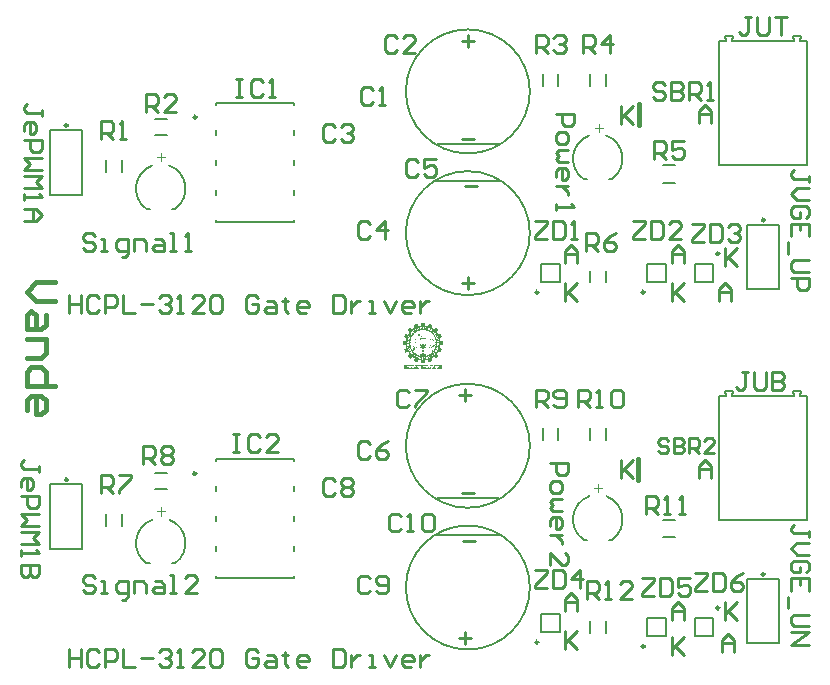
<source format=gto>
G04*
G04 #@! TF.GenerationSoftware,Altium Limited,Altium Designer,23.1.1 (15)*
G04*
G04 Layer_Color=65535*
%FSLAX42Y42*%
%MOMM*%
G71*
G04*
G04 #@! TF.SameCoordinates,2A6C1220-FB5B-44CC-9D41-84C089C77491*
G04*
G04*
G04 #@! TF.FilePolarity,Positive*
G04*
G01*
G75*
%ADD10C,0.25*%
%ADD11C,0.15*%
%ADD12C,0.20*%
%ADD13C,0.40*%
%ADD14C,0.25*%
%ADD15C,0.10*%
G36*
X3523Y3042D02*
X3531D01*
Y3042D01*
X3532D01*
Y3042D01*
X3534D01*
Y3042D01*
X3535D01*
Y3041D01*
X3535D01*
Y3041D01*
X3535D01*
Y3040D01*
X3535D01*
Y3039D01*
X3536D01*
Y3036D01*
X3536D01*
Y3035D01*
X3536D01*
Y3033D01*
X3536D01*
Y3031D01*
X3536D01*
Y3030D01*
X3536D01*
Y3027D01*
X3537D01*
Y3026D01*
X3537D01*
Y3024D01*
X3537D01*
Y3023D01*
X3537D01*
Y3021D01*
X3537D01*
Y3020D01*
X3537D01*
Y3019D01*
X3538D01*
Y3019D01*
X3538D01*
Y3019D01*
X3538D01*
Y3019D01*
X3538D01*
Y3019D01*
X3539D01*
Y3018D01*
X3540D01*
Y3018D01*
X3541D01*
Y3018D01*
X3542D01*
Y3018D01*
X3543D01*
Y3018D01*
X3545D01*
Y3018D01*
X3546D01*
Y3017D01*
X3547D01*
Y3017D01*
X3547D01*
Y3017D01*
X3548D01*
Y3017D01*
X3550D01*
Y3017D01*
X3550D01*
Y3016D01*
X3551D01*
Y3016D01*
X3552D01*
Y3016D01*
X3553D01*
Y3016D01*
X3554D01*
Y3016D01*
X3554D01*
Y3016D01*
X3555D01*
Y3015D01*
X3556D01*
Y3015D01*
X3557D01*
Y3015D01*
X3557D01*
Y3015D01*
X3557D01*
Y3015D01*
X3558D01*
Y3015D01*
X3559D01*
Y3014D01*
X3560D01*
Y3014D01*
X3560D01*
Y3014D01*
X3561D01*
Y3014D01*
X3561D01*
Y3014D01*
X3562D01*
Y3013D01*
X3563D01*
Y3014D01*
X3563D01*
Y3014D01*
X3563D01*
Y3014D01*
X3563D01*
Y3014D01*
X3563D01*
Y3015D01*
X3564D01*
Y3015D01*
X3564D01*
Y3015D01*
X3564D01*
Y3016D01*
X3564D01*
Y3016D01*
X3564D01*
Y3017D01*
X3564D01*
Y3017D01*
X3565D01*
Y3018D01*
X3565D01*
Y3018D01*
X3565D01*
Y3019D01*
X3565D01*
Y3019D01*
X3565D01*
Y3019D01*
X3565D01*
Y3020D01*
X3566D01*
Y3020D01*
X3566D01*
Y3021D01*
X3566D01*
Y3021D01*
X3566D01*
Y3022D01*
X3566D01*
Y3022D01*
X3567D01*
Y3022D01*
X3567D01*
Y3023D01*
X3567D01*
Y3023D01*
X3567D01*
Y3024D01*
X3567D01*
Y3024D01*
X3567D01*
Y3025D01*
X3568D01*
Y3025D01*
X3568D01*
Y3026D01*
X3568D01*
Y3026D01*
X3568D01*
Y3026D01*
X3568D01*
Y3027D01*
X3568D01*
Y3027D01*
X3569D01*
Y3028D01*
X3569D01*
Y3029D01*
X3569D01*
Y3029D01*
X3569D01*
Y3029D01*
X3569D01*
Y3030D01*
X3570D01*
Y3030D01*
X3570D01*
Y3031D01*
X3570D01*
Y3031D01*
X3570D01*
Y3032D01*
X3570D01*
Y3032D01*
X3570D01*
Y3033D01*
X3571D01*
Y3033D01*
X3571D01*
Y3033D01*
X3571D01*
Y3033D01*
X3571D01*
Y3034D01*
X3571D01*
Y3034D01*
X3572D01*
Y3034D01*
X3573D01*
Y3034D01*
X3573D01*
Y3034D01*
X3574D01*
Y3033D01*
X3574D01*
Y3033D01*
X3575D01*
Y3033D01*
X3575D01*
Y3033D01*
X3576D01*
Y3033D01*
X3576D01*
Y3033D01*
X3577D01*
Y3032D01*
X3577D01*
Y3032D01*
X3578D01*
Y3032D01*
X3578D01*
Y3032D01*
X3579D01*
Y3032D01*
X3579D01*
Y3032D01*
X3580D01*
Y3031D01*
X3580D01*
Y3031D01*
X3580D01*
Y3031D01*
X3581D01*
Y3031D01*
X3581D01*
Y3031D01*
X3582D01*
Y3030D01*
X3582D01*
Y3030D01*
X3582D01*
Y3030D01*
X3583D01*
Y3030D01*
X3583D01*
Y3030D01*
X3584D01*
Y3030D01*
X3584D01*
Y3029D01*
X3585D01*
Y3029D01*
X3585D01*
Y3029D01*
X3585D01*
Y3029D01*
X3586D01*
Y3029D01*
X3586D01*
Y3029D01*
X3587D01*
Y3028D01*
X3587D01*
Y3028D01*
X3587D01*
Y3028D01*
X3588D01*
Y3028D01*
X3588D01*
Y3028D01*
X3588D01*
Y3027D01*
X3589D01*
Y3027D01*
X3589D01*
Y3027D01*
X3589D01*
Y3027D01*
X3590D01*
Y3027D01*
X3590D01*
Y3027D01*
X3591D01*
Y3026D01*
X3591D01*
Y3026D01*
X3591D01*
Y3026D01*
X3592D01*
Y3026D01*
X3592D01*
Y3026D01*
X3593D01*
Y3026D01*
X3593D01*
Y3025D01*
X3593D01*
Y3025D01*
X3594D01*
Y3025D01*
X3594D01*
Y3025D01*
X3594D01*
Y3025D01*
X3595D01*
Y3025D01*
X3595D01*
Y3024D01*
X3595D01*
Y3024D01*
X3596D01*
Y3024D01*
X3596D01*
Y3024D01*
X3596D01*
Y3024D01*
X3597D01*
Y3023D01*
X3597D01*
Y3023D01*
X3597D01*
Y3023D01*
X3598D01*
Y3023D01*
X3598D01*
Y3023D01*
X3598D01*
Y3023D01*
X3599D01*
Y3022D01*
X3599D01*
Y3022D01*
X3599D01*
Y3022D01*
X3599D01*
Y3022D01*
X3600D01*
Y3022D01*
X3600D01*
Y3021D01*
X3600D01*
Y3020D01*
X3600D01*
Y3019D01*
X3600D01*
Y3019D01*
X3600D01*
Y3018D01*
X3599D01*
Y3018D01*
X3599D01*
Y3017D01*
X3599D01*
Y3017D01*
X3599D01*
Y3016D01*
X3599D01*
Y3016D01*
X3599D01*
Y3015D01*
X3598D01*
Y3015D01*
X3598D01*
Y3014D01*
X3598D01*
Y3014D01*
X3598D01*
Y3013D01*
X3598D01*
Y3013D01*
X3598D01*
Y3012D01*
X3597D01*
Y3012D01*
X3597D01*
Y3011D01*
X3597D01*
Y3011D01*
X3597D01*
Y3010D01*
X3597D01*
Y3010D01*
X3596D01*
Y3009D01*
X3596D01*
Y3009D01*
X3596D01*
Y3008D01*
X3596D01*
Y3007D01*
X3596D01*
Y3007D01*
X3596D01*
Y3006D01*
X3595D01*
Y3006D01*
X3595D01*
Y3005D01*
X3595D01*
Y3005D01*
X3595D01*
Y3004D01*
X3595D01*
Y3004D01*
X3595D01*
Y3003D01*
X3594D01*
Y3003D01*
X3594D01*
Y3002D01*
X3594D01*
Y3002D01*
X3594D01*
Y3001D01*
X3594D01*
Y3001D01*
X3594D01*
Y3000D01*
X3594D01*
Y2999D01*
X3594D01*
Y2999D01*
X3594D01*
Y2999D01*
X3594D01*
Y2999D01*
X3595D01*
Y2999D01*
X3595D01*
Y2998D01*
X3596D01*
Y2998D01*
X3596D01*
Y2998D01*
X3596D01*
Y2998D01*
X3597D01*
Y2998D01*
X3597D01*
Y2998D01*
X3597D01*
Y2997D01*
X3598D01*
Y2997D01*
X3598D01*
Y2997D01*
X3598D01*
Y2997D01*
X3598D01*
Y2997D01*
X3599D01*
Y2996D01*
X3599D01*
Y2996D01*
X3599D01*
Y2996D01*
X3599D01*
Y2996D01*
X3600D01*
Y2996D01*
X3600D01*
Y2996D01*
X3600D01*
Y2995D01*
X3601D01*
Y2995D01*
X3601D01*
Y2995D01*
X3601D01*
Y2995D01*
X3601D01*
Y2995D01*
X3601D01*
Y2995D01*
X3602D01*
Y2994D01*
X3602D01*
Y2994D01*
X3602D01*
Y2994D01*
X3602D01*
Y2994D01*
X3603D01*
Y2994D01*
X3603D01*
Y2994D01*
X3603D01*
Y2993D01*
X3603D01*
Y2993D01*
X3604D01*
Y2993D01*
X3604D01*
Y2993D01*
X3604D01*
Y2993D01*
X3604D01*
Y2992D01*
X3605D01*
Y2992D01*
X3605D01*
Y2992D01*
X3605D01*
Y2992D01*
X3605D01*
Y2992D01*
X3605D01*
Y2992D01*
X3606D01*
Y2991D01*
X3606D01*
Y2991D01*
X3606D01*
Y2991D01*
X3606D01*
Y2991D01*
X3607D01*
Y2991D01*
X3607D01*
Y2991D01*
X3607D01*
Y2990D01*
X3607D01*
Y2990D01*
X3608D01*
Y2990D01*
X3608D01*
Y2990D01*
X3608D01*
Y2990D01*
X3608D01*
Y2989D01*
X3608D01*
Y2989D01*
X3609D01*
Y2989D01*
X3609D01*
Y2989D01*
X3609D01*
Y2989D01*
X3609D01*
Y2989D01*
X3609D01*
Y2988D01*
X3610D01*
Y2988D01*
X3610D01*
Y2988D01*
X3610D01*
Y2988D01*
X3610D01*
Y2988D01*
X3611D01*
Y2988D01*
X3611D01*
Y2987D01*
X3611D01*
Y2987D01*
X3611D01*
Y2987D01*
X3612D01*
Y2987D01*
X3612D01*
Y2987D01*
X3612D01*
Y2987D01*
X3613D01*
Y2987D01*
X3613D01*
Y2987D01*
X3614D01*
Y2987D01*
X3614D01*
Y2987D01*
X3614D01*
Y2987D01*
X3614D01*
Y2988D01*
X3615D01*
Y2988D01*
X3615D01*
Y2988D01*
X3615D01*
Y2988D01*
X3615D01*
Y2988D01*
X3615D01*
Y2988D01*
X3615D01*
Y2989D01*
X3616D01*
Y2989D01*
X3616D01*
Y2989D01*
X3616D01*
Y2989D01*
X3616D01*
Y2989D01*
X3616D01*
Y2989D01*
X3617D01*
Y2990D01*
X3617D01*
Y2990D01*
X3617D01*
Y2990D01*
X3617D01*
Y2990D01*
X3617D01*
Y2990D01*
X3618D01*
Y2991D01*
X3618D01*
Y2991D01*
X3618D01*
Y2991D01*
X3618D01*
Y2991D01*
X3618D01*
Y2991D01*
X3619D01*
Y2991D01*
X3619D01*
Y2992D01*
X3619D01*
Y2992D01*
X3619D01*
Y2992D01*
X3619D01*
Y2992D01*
X3619D01*
Y2992D01*
X3620D01*
Y2992D01*
X3620D01*
Y2993D01*
X3620D01*
Y2993D01*
X3620D01*
Y2993D01*
X3620D01*
Y2993D01*
X3621D01*
Y2993D01*
X3621D01*
Y2994D01*
X3621D01*
Y2994D01*
X3621D01*
Y2994D01*
X3621D01*
Y2994D01*
X3622D01*
Y2994D01*
X3622D01*
Y2994D01*
X3622D01*
Y2995D01*
X3622D01*
Y2995D01*
X3622D01*
Y2995D01*
X3623D01*
Y2995D01*
X3623D01*
Y2995D01*
X3623D01*
Y2995D01*
X3623D01*
Y2996D01*
X3623D01*
Y2996D01*
X3623D01*
Y2996D01*
X3624D01*
Y2996D01*
X3624D01*
Y2996D01*
X3624D01*
Y2996D01*
X3624D01*
Y2997D01*
X3625D01*
Y2997D01*
X3625D01*
Y2997D01*
X3625D01*
Y2997D01*
X3625D01*
Y2997D01*
X3625D01*
Y2998D01*
X3625D01*
Y2998D01*
X3626D01*
Y2998D01*
X3626D01*
Y2998D01*
X3626D01*
Y2998D01*
X3626D01*
Y2998D01*
X3626D01*
Y2999D01*
X3627D01*
Y2999D01*
X3627D01*
Y2999D01*
X3627D01*
Y2999D01*
X3627D01*
Y2999D01*
X3627D01*
Y2999D01*
X3627D01*
Y3000D01*
X3628D01*
Y3000D01*
X3628D01*
Y3000D01*
X3628D01*
Y3000D01*
X3628D01*
Y3000D01*
X3629D01*
Y3001D01*
X3629D01*
Y3001D01*
X3629D01*
Y3001D01*
X3629D01*
Y3001D01*
X3630D01*
Y3001D01*
X3630D01*
Y3001D01*
X3630D01*
Y3001D01*
X3630D01*
Y3000D01*
X3630D01*
Y3000D01*
X3631D01*
Y3000D01*
X3631D01*
Y3000D01*
X3631D01*
Y2999D01*
X3632D01*
Y2999D01*
X3632D01*
Y2999D01*
X3632D01*
Y2999D01*
X3632D01*
Y2999D01*
X3632D01*
Y2999D01*
X3633D01*
Y2998D01*
X3633D01*
Y2998D01*
X3633D01*
Y2998D01*
X3633D01*
Y2998D01*
X3633D01*
Y2998D01*
X3633D01*
Y2998D01*
X3634D01*
Y2997D01*
X3634D01*
Y2997D01*
X3634D01*
Y2997D01*
X3634D01*
Y2997D01*
X3634D01*
Y2997D01*
X3635D01*
Y2996D01*
X3635D01*
Y2996D01*
X3635D01*
Y2996D01*
X3635D01*
Y2996D01*
X3636D01*
Y2996D01*
X3636D01*
Y2995D01*
X3636D01*
Y2995D01*
X3636D01*
Y2995D01*
X3636D01*
Y2995D01*
X3636D01*
Y2995D01*
X3637D01*
Y2995D01*
X3637D01*
Y2994D01*
X3637D01*
Y2994D01*
X3637D01*
Y2994D01*
X3637D01*
Y2994D01*
X3637D01*
Y2994D01*
X3638D01*
Y2994D01*
X3638D01*
Y2993D01*
X3638D01*
Y2993D01*
X3638D01*
Y2993D01*
X3638D01*
Y2993D01*
X3639D01*
Y2993D01*
X3639D01*
Y2992D01*
X3639D01*
Y2992D01*
X3639D01*
Y2992D01*
X3639D01*
Y2992D01*
X3639D01*
Y2992D01*
X3640D01*
Y2992D01*
X3640D01*
Y2991D01*
X3640D01*
Y2991D01*
X3640D01*
Y2991D01*
X3640D01*
Y2991D01*
X3640D01*
Y2991D01*
X3641D01*
Y2990D01*
X3641D01*
Y2990D01*
X3641D01*
Y2990D01*
X3642D01*
Y2989D01*
X3642D01*
Y2989D01*
X3642D01*
Y2989D01*
X3642D01*
Y2989D01*
X3642D01*
Y2989D01*
X3643D01*
Y2988D01*
X3643D01*
Y2988D01*
X3643D01*
Y2988D01*
X3643D01*
Y2988D01*
X3643D01*
Y2988D01*
X3643D01*
Y2988D01*
X3644D01*
Y2987D01*
X3644D01*
Y2987D01*
X3644D01*
Y2987D01*
X3644D01*
Y2987D01*
X3644D01*
Y2987D01*
X3644D01*
Y2986D01*
X3645D01*
Y2986D01*
X3645D01*
Y2986D01*
X3645D01*
Y2986D01*
X3645D01*
Y2985D01*
X3645D01*
Y2985D01*
X3646D01*
Y2985D01*
X3646D01*
Y2985D01*
X3646D01*
Y2985D01*
X3646D01*
Y2984D01*
X3646D01*
Y2984D01*
X3646D01*
Y2984D01*
X3647D01*
Y2984D01*
X3647D01*
Y2984D01*
X3647D01*
Y2983D01*
X3647D01*
Y2983D01*
X3647D01*
Y2983D01*
X3647D01*
Y2983D01*
X3648D01*
Y2982D01*
X3648D01*
Y2982D01*
X3648D01*
Y2982D01*
X3648D01*
Y2982D01*
X3648D01*
Y2981D01*
X3649D01*
Y2981D01*
X3649D01*
Y2981D01*
X3649D01*
Y2981D01*
X3649D01*
Y2980D01*
X3649D01*
Y2979D01*
X3649D01*
Y2979D01*
X3649D01*
Y2979D01*
X3648D01*
Y2979D01*
X3648D01*
Y2978D01*
X3648D01*
Y2978D01*
X3648D01*
Y2978D01*
X3648D01*
Y2978D01*
X3647D01*
Y2978D01*
X3647D01*
Y2977D01*
X3647D01*
Y2977D01*
X3647D01*
Y2977D01*
X3647D01*
Y2977D01*
X3647D01*
Y2977D01*
X3646D01*
Y2976D01*
X3646D01*
Y2976D01*
X3646D01*
Y2976D01*
X3646D01*
Y2976D01*
X3646D01*
Y2975D01*
X3646D01*
Y2975D01*
X3645D01*
Y2975D01*
X3645D01*
Y2975D01*
X3645D01*
Y2975D01*
X3645D01*
Y2974D01*
X3645D01*
Y2974D01*
X3644D01*
Y2974D01*
X3644D01*
Y2974D01*
X3644D01*
Y2973D01*
X3644D01*
Y2973D01*
X3644D01*
Y2973D01*
X3644D01*
Y2973D01*
X3643D01*
Y2973D01*
X3643D01*
Y2972D01*
X3643D01*
Y2972D01*
X3643D01*
Y2972D01*
X3643D01*
Y2972D01*
X3643D01*
Y2971D01*
X3642D01*
Y2971D01*
X3642D01*
Y2971D01*
X3642D01*
Y2971D01*
X3642D01*
Y2971D01*
X3642D01*
Y2970D01*
X3642D01*
Y2970D01*
X3641D01*
Y2970D01*
X3641D01*
Y2970D01*
X3641D01*
Y2970D01*
X3641D01*
Y2969D01*
X3641D01*
Y2969D01*
X3640D01*
Y2969D01*
X3640D01*
Y2969D01*
X3640D01*
Y2968D01*
X3640D01*
Y2968D01*
X3640D01*
Y2968D01*
X3640D01*
Y2968D01*
X3639D01*
Y2967D01*
X3639D01*
Y2967D01*
X3639D01*
Y2967D01*
X3639D01*
Y2967D01*
X3639D01*
Y2967D01*
X3639D01*
Y2966D01*
X3638D01*
Y2966D01*
X3638D01*
Y2966D01*
X3638D01*
Y2966D01*
X3638D01*
Y2965D01*
X3638D01*
Y2965D01*
X3637D01*
Y2965D01*
X3637D01*
Y2965D01*
X3637D01*
Y2965D01*
X3637D01*
Y2964D01*
X3637D01*
Y2964D01*
X3637D01*
Y2964D01*
X3636D01*
Y2964D01*
X3636D01*
Y2964D01*
X3636D01*
Y2963D01*
X3636D01*
Y2963D01*
X3636D01*
Y2962D01*
X3636D01*
Y2962D01*
X3636D01*
Y2961D01*
X3636D01*
Y2961D01*
X3636D01*
Y2961D01*
X3637D01*
Y2961D01*
X3637D01*
Y2960D01*
X3637D01*
Y2960D01*
X3637D01*
Y2960D01*
X3637D01*
Y2960D01*
X3637D01*
Y2959D01*
X3638D01*
Y2959D01*
X3638D01*
Y2959D01*
X3638D01*
Y2959D01*
X3638D01*
Y2958D01*
X3638D01*
Y2958D01*
X3639D01*
Y2958D01*
X3639D01*
Y2958D01*
X3639D01*
Y2957D01*
X3639D01*
Y2957D01*
X3639D01*
Y2957D01*
X3639D01*
Y2957D01*
X3640D01*
Y2957D01*
X3640D01*
Y2956D01*
X3640D01*
Y2956D01*
X3640D01*
Y2956D01*
X3640D01*
Y2956D01*
X3640D01*
Y2955D01*
X3641D01*
Y2955D01*
X3641D01*
Y2955D01*
X3641D01*
Y2954D01*
X3641D01*
Y2954D01*
X3641D01*
Y2954D01*
X3642D01*
Y2954D01*
X3642D01*
Y2953D01*
X3642D01*
Y2953D01*
X3642D01*
Y2953D01*
X3642D01*
Y2953D01*
X3642D01*
Y2952D01*
X3643D01*
Y2952D01*
X3643D01*
Y2952D01*
X3643D01*
Y2951D01*
X3643D01*
Y2951D01*
X3643D01*
Y2951D01*
X3643D01*
Y2951D01*
X3644D01*
Y2950D01*
X3644D01*
Y2950D01*
X3644D01*
Y2950D01*
X3644D01*
Y2950D01*
X3644D01*
Y2949D01*
X3644D01*
Y2949D01*
X3645D01*
Y2949D01*
X3645D01*
Y2948D01*
X3645D01*
Y2948D01*
X3645D01*
Y2948D01*
X3645D01*
Y2947D01*
X3646D01*
Y2947D01*
X3646D01*
Y2947D01*
X3646D01*
Y2947D01*
X3646D01*
Y2946D01*
X3646D01*
Y2946D01*
X3646D01*
Y2946D01*
X3647D01*
Y2945D01*
X3647D01*
Y2945D01*
X3647D01*
Y2944D01*
X3647D01*
Y2944D01*
X3647D01*
Y2944D01*
X3647D01*
Y2944D01*
X3648D01*
Y2943D01*
X3648D01*
Y2943D01*
X3648D01*
Y2943D01*
X3648D01*
Y2943D01*
X3648D01*
Y2942D01*
X3649D01*
Y2942D01*
X3649D01*
Y2942D01*
X3650D01*
Y2942D01*
X3650D01*
Y2942D01*
X3651D01*
Y2943D01*
X3651D01*
Y2943D01*
X3652D01*
Y2943D01*
X3653D01*
Y2943D01*
X3653D01*
Y2943D01*
X3654D01*
Y2943D01*
X3654D01*
Y2944D01*
X3655D01*
Y2944D01*
X3656D01*
Y2944D01*
X3656D01*
Y2944D01*
X3657D01*
Y2944D01*
X3657D01*
Y2944D01*
X3658D01*
Y2945D01*
X3658D01*
Y2945D01*
X3659D01*
Y2945D01*
X3659D01*
Y2945D01*
X3660D01*
Y2945D01*
X3660D01*
Y2946D01*
X3661D01*
Y2946D01*
X3661D01*
Y2946D01*
X3662D01*
Y2946D01*
X3663D01*
Y2946D01*
X3663D01*
Y2946D01*
X3664D01*
Y2947D01*
X3664D01*
Y2947D01*
X3665D01*
Y2947D01*
X3665D01*
Y2947D01*
X3666D01*
Y2947D01*
X3667D01*
Y2947D01*
X3667D01*
Y2948D01*
X3668D01*
Y2948D01*
X3668D01*
Y2948D01*
X3669D01*
Y2948D01*
X3670D01*
Y2948D01*
X3670D01*
Y2948D01*
X3671D01*
Y2947D01*
X3671D01*
Y2947D01*
X3671D01*
Y2947D01*
X3671D01*
Y2946D01*
X3671D01*
Y2946D01*
X3671D01*
Y2946D01*
X3672D01*
Y2945D01*
X3672D01*
Y2945D01*
X3672D01*
Y2945D01*
X3672D01*
Y2944D01*
X3672D01*
Y2944D01*
X3673D01*
Y2943D01*
X3673D01*
Y2943D01*
X3673D01*
Y2943D01*
X3673D01*
Y2942D01*
X3673D01*
Y2942D01*
X3673D01*
Y2942D01*
X3674D01*
Y2941D01*
X3674D01*
Y2941D01*
X3674D01*
Y2940D01*
X3674D01*
Y2940D01*
X3674D01*
Y2940D01*
X3674D01*
Y2939D01*
X3675D01*
Y2939D01*
X3675D01*
Y2939D01*
X3675D01*
Y2938D01*
X3675D01*
Y2937D01*
X3675D01*
Y2937D01*
X3675D01*
Y2937D01*
X3676D01*
Y2936D01*
X3676D01*
Y2936D01*
X3676D01*
Y2936D01*
X3676D01*
Y2935D01*
X3676D01*
Y2935D01*
X3677D01*
Y2934D01*
X3677D01*
Y2934D01*
X3677D01*
Y2933D01*
X3677D01*
Y2933D01*
X3677D01*
Y2932D01*
X3677D01*
Y2932D01*
X3678D01*
Y2931D01*
X3678D01*
Y2930D01*
X3678D01*
Y2930D01*
X3678D01*
Y2929D01*
X3678D01*
Y2929D01*
X3678D01*
Y2928D01*
X3679D01*
Y2928D01*
X3679D01*
Y2927D01*
X3679D01*
Y2927D01*
X3679D01*
Y2927D01*
X3679D01*
Y2926D01*
X3680D01*
Y2926D01*
X3680D01*
Y2925D01*
X3680D01*
Y2925D01*
X3680D01*
Y2924D01*
X3680D01*
Y2923D01*
X3680D01*
Y2923D01*
X3681D01*
Y2922D01*
X3681D01*
Y2922D01*
X3681D01*
Y2920D01*
X3681D01*
Y2920D01*
X3680D01*
Y2920D01*
X3680D01*
Y2920D01*
X3680D01*
Y2919D01*
X3679D01*
Y2919D01*
X3679D01*
Y2919D01*
X3679D01*
Y2919D01*
X3678D01*
Y2919D01*
X3678D01*
Y2919D01*
X3678D01*
Y2918D01*
X3677D01*
Y2918D01*
X3677D01*
Y2918D01*
X3677D01*
Y2918D01*
X3677D01*
Y2918D01*
X3676D01*
Y2918D01*
X3676D01*
Y2917D01*
X3675D01*
Y2917D01*
X3675D01*
Y2917D01*
X3675D01*
Y2917D01*
X3674D01*
Y2917D01*
X3674D01*
Y2916D01*
X3674D01*
Y2916D01*
X3674D01*
Y2916D01*
X3673D01*
Y2916D01*
X3673D01*
Y2916D01*
X3673D01*
Y2916D01*
X3672D01*
Y2915D01*
X3672D01*
Y2915D01*
X3671D01*
Y2915D01*
X3671D01*
Y2915D01*
X3671D01*
Y2915D01*
X3671D01*
Y2915D01*
X3670D01*
Y2914D01*
X3670D01*
Y2914D01*
X3670D01*
Y2914D01*
X3669D01*
Y2914D01*
X3669D01*
Y2914D01*
X3669D01*
Y2913D01*
X3668D01*
Y2913D01*
X3668D01*
Y2913D01*
X3668D01*
Y2913D01*
X3667D01*
Y2913D01*
X3667D01*
Y2913D01*
X3667D01*
Y2912D01*
X3666D01*
Y2912D01*
X3666D01*
Y2912D01*
X3666D01*
Y2912D01*
X3665D01*
Y2912D01*
X3665D01*
Y2912D01*
X3665D01*
Y2911D01*
X3664D01*
Y2911D01*
X3664D01*
Y2911D01*
X3664D01*
Y2911D01*
X3663D01*
Y2911D01*
X3663D01*
Y2911D01*
X3663D01*
Y2910D01*
X3662D01*
Y2910D01*
X3662D01*
Y2910D01*
X3662D01*
Y2910D01*
X3662D01*
Y2908D01*
X3662D01*
Y2907D01*
X3662D01*
Y2906D01*
X3662D01*
Y2906D01*
X3662D01*
Y2905D01*
X3663D01*
Y2904D01*
X3663D01*
Y2904D01*
X3663D01*
Y2903D01*
X3663D01*
Y2902D01*
X3663D01*
Y2901D01*
X3663D01*
Y2900D01*
X3664D01*
Y2900D01*
X3664D01*
Y2899D01*
X3664D01*
Y2898D01*
X3664D01*
Y2897D01*
X3664D01*
Y2896D01*
X3664D01*
Y2896D01*
X3665D01*
Y2895D01*
X3665D01*
Y2894D01*
X3665D01*
Y2893D01*
X3665D01*
Y2892D01*
X3665D01*
Y2891D01*
X3665D01*
Y2891D01*
X3666D01*
Y2890D01*
X3666D01*
Y2889D01*
X3666D01*
Y2889D01*
X3666D01*
Y2888D01*
X3666D01*
Y2888D01*
X3667D01*
Y2888D01*
X3667D01*
Y2888D01*
X3667D01*
Y2888D01*
X3667D01*
Y2888D01*
X3668D01*
Y2887D01*
X3669D01*
Y2887D01*
X3669D01*
Y2887D01*
X3671D01*
Y2887D01*
X3672D01*
Y2887D01*
X3673D01*
Y2887D01*
X3674D01*
Y2886D01*
X3675D01*
Y2886D01*
X3677D01*
Y2886D01*
X3677D01*
Y2886D01*
X3679D01*
Y2886D01*
X3680D01*
Y2885D01*
X3681D01*
Y2885D01*
X3682D01*
Y2885D01*
X3683D01*
Y2885D01*
X3685D01*
Y2885D01*
X3685D01*
Y2885D01*
X3686D01*
Y2884D01*
X3687D01*
Y2884D01*
X3687D01*
Y2884D01*
X3687D01*
Y2884D01*
X3688D01*
Y2884D01*
X3688D01*
Y2883D01*
X3688D01*
Y2883D01*
X3688D01*
Y2882D01*
X3688D01*
Y2879D01*
X3688D01*
Y2875D01*
X3689D01*
Y2872D01*
X3689D01*
Y2872D01*
X3689D01*
Y2866D01*
X3689D01*
Y2866D01*
X3689D01*
Y2864D01*
X3688D01*
Y2859D01*
X3688D01*
Y2857D01*
X3688D01*
Y2856D01*
X3688D01*
Y2855D01*
X3688D01*
Y2855D01*
X3688D01*
Y2854D01*
X3687D01*
Y2854D01*
X3682D01*
Y2854D01*
X3680D01*
Y2854D01*
X3675D01*
Y2854D01*
X3668D01*
Y2854D01*
X3667D01*
Y2853D01*
X3667D01*
Y2853D01*
X3667D01*
Y2853D01*
X3666D01*
Y2853D01*
X3666D01*
Y2852D01*
X3666D01*
Y2852D01*
X3666D01*
Y2850D01*
X3666D01*
Y2850D01*
X3665D01*
Y2849D01*
X3665D01*
Y2848D01*
X3665D01*
Y2847D01*
X3665D01*
Y2846D01*
X3665D01*
Y2845D01*
X3665D01*
Y2844D01*
X3664D01*
Y2843D01*
X3664D01*
Y2842D01*
X3664D01*
Y2841D01*
X3664D01*
Y2840D01*
X3664D01*
Y2839D01*
X3664D01*
Y2838D01*
X3663D01*
Y2837D01*
X3663D01*
Y2836D01*
X3663D01*
Y2836D01*
X3663D01*
Y2834D01*
X3663D01*
Y2834D01*
X3663D01*
Y2832D01*
X3662D01*
Y2832D01*
X3662D01*
Y2831D01*
X3662D01*
Y2830D01*
X3662D01*
Y2829D01*
X3662D01*
Y2828D01*
X3662D01*
Y2828D01*
X3662D01*
Y2828D01*
X3663D01*
Y2828D01*
X3663D01*
Y2827D01*
X3663D01*
Y2827D01*
X3664D01*
Y2827D01*
X3664D01*
Y2827D01*
X3664D01*
Y2827D01*
X3665D01*
Y2827D01*
X3665D01*
Y2826D01*
X3665D01*
Y2826D01*
X3666D01*
Y2826D01*
X3666D01*
Y2826D01*
X3667D01*
Y2826D01*
X3667D01*
Y2826D01*
X3667D01*
Y2825D01*
X3668D01*
Y2825D01*
X3668D01*
Y2825D01*
X3668D01*
Y2825D01*
X3669D01*
Y2825D01*
X3669D01*
Y2825D01*
X3670D01*
Y2824D01*
X3670D01*
Y2824D01*
X3670D01*
Y2824D01*
X3671D01*
Y2824D01*
X3671D01*
Y2824D01*
X3671D01*
Y2823D01*
X3672D01*
Y2823D01*
X3672D01*
Y2823D01*
X3673D01*
Y2823D01*
X3673D01*
Y2823D01*
X3673D01*
Y2823D01*
X3674D01*
Y2822D01*
X3674D01*
Y2822D01*
X3674D01*
Y2822D01*
X3675D01*
Y2822D01*
X3675D01*
Y2822D01*
X3675D01*
Y2822D01*
X3676D01*
Y2821D01*
X3676D01*
Y2821D01*
X3677D01*
Y2821D01*
X3677D01*
Y2821D01*
X3677D01*
Y2821D01*
X3678D01*
Y2820D01*
X3678D01*
Y2820D01*
X3678D01*
Y2820D01*
X3679D01*
Y2820D01*
X3679D01*
Y2820D01*
X3680D01*
Y2820D01*
X3680D01*
Y2819D01*
X3680D01*
Y2819D01*
X3681D01*
Y2819D01*
X3681D01*
Y2818D01*
X3681D01*
Y2818D01*
X3681D01*
Y2817D01*
X3680D01*
Y2817D01*
X3680D01*
Y2816D01*
X3680D01*
Y2816D01*
X3680D01*
Y2815D01*
X3680D01*
Y2815D01*
X3680D01*
Y2814D01*
X3679D01*
Y2814D01*
X3679D01*
Y2813D01*
X3679D01*
Y2813D01*
X3679D01*
Y2812D01*
X3679D01*
Y2812D01*
X3678D01*
Y2811D01*
X3678D01*
Y2811D01*
X3678D01*
Y2810D01*
X3678D01*
Y2810D01*
X3678D01*
Y2809D01*
X3678D01*
Y2809D01*
X3677D01*
Y2808D01*
X3677D01*
Y2808D01*
X3677D01*
Y2807D01*
X3677D01*
Y2807D01*
X3677D01*
Y2806D01*
X3677D01*
Y2806D01*
X3676D01*
Y2805D01*
X3676D01*
Y2805D01*
X3676D01*
Y2805D01*
X3676D01*
Y2804D01*
X3676D01*
Y2804D01*
X3675D01*
Y2803D01*
X3675D01*
Y2803D01*
X3675D01*
Y2803D01*
X3675D01*
Y2802D01*
X3675D01*
Y2802D01*
X3675D01*
Y2801D01*
X3674D01*
Y2801D01*
X3674D01*
Y2800D01*
X3674D01*
Y2800D01*
X3674D01*
Y2800D01*
X3674D01*
Y2799D01*
X3674D01*
Y2799D01*
X3673D01*
Y2798D01*
X3673D01*
Y2798D01*
X3673D01*
Y2798D01*
X3673D01*
Y2797D01*
X3673D01*
Y2797D01*
X3673D01*
Y2796D01*
X3672D01*
Y2796D01*
X3672D01*
Y2796D01*
X3672D01*
Y2795D01*
X3672D01*
Y2795D01*
X3672D01*
Y2794D01*
X3671D01*
Y2794D01*
X3671D01*
Y2794D01*
X3671D01*
Y2793D01*
X3671D01*
Y2793D01*
X3671D01*
Y2792D01*
X3671D01*
Y2792D01*
X3670D01*
Y2792D01*
X3670D01*
Y2791D01*
X3670D01*
Y2791D01*
X3670D01*
Y2791D01*
X3670D01*
Y2791D01*
X3670D01*
Y2791D01*
X3669D01*
Y2790D01*
X3669D01*
Y2791D01*
X3668D01*
Y2791D01*
X3667D01*
Y2791D01*
X3667D01*
Y2791D01*
X3666D01*
Y2791D01*
X3665D01*
Y2791D01*
X3665D01*
Y2792D01*
X3664D01*
Y2792D01*
X3664D01*
Y2792D01*
X3663D01*
Y2792D01*
X3663D01*
Y2792D01*
X3662D01*
Y2792D01*
X3661D01*
Y2793D01*
X3661D01*
Y2793D01*
X3660D01*
Y2793D01*
X3660D01*
Y2793D01*
X3659D01*
Y2793D01*
X3658D01*
Y2794D01*
X3658D01*
Y2794D01*
X3657D01*
Y2794D01*
X3657D01*
Y2794D01*
X3656D01*
Y2794D01*
X3655D01*
Y2794D01*
X3655D01*
Y2795D01*
X3654D01*
Y2795D01*
X3654D01*
Y2795D01*
X3653D01*
Y2795D01*
X3652D01*
Y2795D01*
X3652D01*
Y2795D01*
X3651D01*
Y2796D01*
X3651D01*
Y2796D01*
X3651D01*
Y2796D01*
X3650D01*
Y2796D01*
X3649D01*
Y2796D01*
X3648D01*
Y2796D01*
X3648D01*
Y2796D01*
X3648D01*
Y2795D01*
X3647D01*
Y2795D01*
X3647D01*
Y2795D01*
X3647D01*
Y2795D01*
X3647D01*
Y2795D01*
X3647D01*
Y2794D01*
X3647D01*
Y2794D01*
X3646D01*
Y2794D01*
X3646D01*
Y2794D01*
X3646D01*
Y2793D01*
X3646D01*
Y2793D01*
X3646D01*
Y2793D01*
X3646D01*
Y2793D01*
X3645D01*
Y2792D01*
X3645D01*
Y2792D01*
X3645D01*
Y2792D01*
X3645D01*
Y2791D01*
X3645D01*
Y2791D01*
X3644D01*
Y2791D01*
X3644D01*
Y2790D01*
X3644D01*
Y2790D01*
X3644D01*
Y2790D01*
X3644D01*
Y2789D01*
X3644D01*
Y2789D01*
X3643D01*
Y2789D01*
X3643D01*
Y2788D01*
X3643D01*
Y2788D01*
X3643D01*
Y2788D01*
X3643D01*
Y2788D01*
X3643D01*
Y2787D01*
X3642D01*
Y2787D01*
X3642D01*
Y2787D01*
X3642D01*
Y2787D01*
X3642D01*
Y2786D01*
X3642D01*
Y2786D01*
X3642D01*
Y2786D01*
X3641D01*
Y2786D01*
X3641D01*
Y2785D01*
X3641D01*
Y2785D01*
X3641D01*
Y2785D01*
X3641D01*
Y2785D01*
X3640D01*
Y2784D01*
X3640D01*
Y2784D01*
X3640D01*
Y2784D01*
X3640D01*
Y2784D01*
X3640D01*
Y2783D01*
X3640D01*
Y2783D01*
X3639D01*
Y2783D01*
X3639D01*
Y2782D01*
X3639D01*
Y2782D01*
X3639D01*
Y2782D01*
X3639D01*
Y2782D01*
X3639D01*
Y2781D01*
X3638D01*
Y2781D01*
X3638D01*
Y2781D01*
X3638D01*
Y2781D01*
X3638D01*
Y2780D01*
X3638D01*
Y2780D01*
X3637D01*
Y2780D01*
X3637D01*
Y2780D01*
X3637D01*
Y2780D01*
X3637D01*
Y2779D01*
X3637D01*
Y2779D01*
X3637D01*
Y2779D01*
X3636D01*
Y2779D01*
X3636D01*
Y2778D01*
X3636D01*
Y2778D01*
X3636D01*
Y2777D01*
X3636D01*
Y2777D01*
X3636D01*
Y2777D01*
X3636D01*
Y2776D01*
X3637D01*
Y2776D01*
X3637D01*
Y2776D01*
X3637D01*
Y2776D01*
X3637D01*
Y2775D01*
X3637D01*
Y2775D01*
X3637D01*
Y2775D01*
X3638D01*
Y2775D01*
X3638D01*
Y2775D01*
X3638D01*
Y2775D01*
X3638D01*
Y2774D01*
X3638D01*
Y2774D01*
X3639D01*
Y2774D01*
X3639D01*
Y2774D01*
X3639D01*
Y2774D01*
X3639D01*
Y2773D01*
X3639D01*
Y2773D01*
X3639D01*
Y2773D01*
X3640D01*
Y2773D01*
X3640D01*
Y2773D01*
X3640D01*
Y2772D01*
X3640D01*
Y2772D01*
X3640D01*
Y2772D01*
X3640D01*
Y2772D01*
X3641D01*
Y2772D01*
X3641D01*
Y2771D01*
X3641D01*
Y2771D01*
X3641D01*
Y2771D01*
X3641D01*
Y2771D01*
X3642D01*
Y2771D01*
X3642D01*
Y2770D01*
X3642D01*
Y2770D01*
X3642D01*
Y2770D01*
X3642D01*
Y2770D01*
X3642D01*
Y2770D01*
X3643D01*
Y2770D01*
X3643D01*
Y2769D01*
X3643D01*
Y2769D01*
X3643D01*
Y2769D01*
X3643D01*
Y2769D01*
X3643D01*
Y2768D01*
X3644D01*
Y2768D01*
X3644D01*
Y2768D01*
X3644D01*
Y2768D01*
X3644D01*
Y2768D01*
X3644D01*
Y2768D01*
X3644D01*
Y2767D01*
X3645D01*
Y2767D01*
X3645D01*
Y2767D01*
X3645D01*
Y2767D01*
X3645D01*
Y2766D01*
X3646D01*
Y2766D01*
X3646D01*
Y2766D01*
X3646D01*
Y2766D01*
X3646D01*
Y2766D01*
X3646D01*
Y2765D01*
X3646D01*
Y2765D01*
X3647D01*
Y2765D01*
X3647D01*
Y2765D01*
X3647D01*
Y2765D01*
X3647D01*
Y2764D01*
X3647D01*
Y2764D01*
X3647D01*
Y2764D01*
X3648D01*
Y2764D01*
X3648D01*
Y2764D01*
X3648D01*
Y2764D01*
X3648D01*
Y2763D01*
X3648D01*
Y2763D01*
X3649D01*
Y2763D01*
X3649D01*
Y2763D01*
X3649D01*
Y2763D01*
X3649D01*
Y2762D01*
X3649D01*
Y2762D01*
X3649D01*
Y2762D01*
X3650D01*
Y2762D01*
X3650D01*
Y2761D01*
X3650D01*
Y2760D01*
X3650D01*
Y2760D01*
X3650D01*
Y2760D01*
X3649D01*
Y2759D01*
X3649D01*
Y2759D01*
X3649D01*
Y2759D01*
X3649D01*
Y2759D01*
X3649D01*
Y2758D01*
X3649D01*
Y2758D01*
X3648D01*
Y2758D01*
X3648D01*
Y2758D01*
X3648D01*
Y2758D01*
X3648D01*
Y2757D01*
X3648D01*
Y2757D01*
X3647D01*
Y2757D01*
X3647D01*
Y2757D01*
X3647D01*
Y2756D01*
X3647D01*
Y2756D01*
X3647D01*
Y2756D01*
X3647D01*
Y2756D01*
X3646D01*
Y2756D01*
X3646D01*
Y2756D01*
X3646D01*
Y2755D01*
X3646D01*
Y2755D01*
X3646D01*
Y2755D01*
X3646D01*
Y2755D01*
X3645D01*
Y2754D01*
X3645D01*
Y2754D01*
X3645D01*
Y2754D01*
X3645D01*
Y2754D01*
X3645D01*
Y2754D01*
X3644D01*
Y2753D01*
X3644D01*
Y2753D01*
X3644D01*
Y2753D01*
X3644D01*
Y2753D01*
X3644D01*
Y2753D01*
X3644D01*
Y2752D01*
X3643D01*
Y2752D01*
X3643D01*
Y2752D01*
X3643D01*
Y2752D01*
X3643D01*
Y2752D01*
X3643D01*
Y2751D01*
X3643D01*
Y2751D01*
X3642D01*
Y2751D01*
X3642D01*
Y2751D01*
X3642D01*
Y2751D01*
X3642D01*
Y2751D01*
X3642D01*
Y2750D01*
X3642D01*
Y2750D01*
X3641D01*
Y2750D01*
X3641D01*
Y2750D01*
X3641D01*
Y2750D01*
X3641D01*
Y2750D01*
X3641D01*
Y2749D01*
X3640D01*
Y2749D01*
X3640D01*
Y2749D01*
X3640D01*
Y2748D01*
X3639D01*
Y2748D01*
X3639D01*
Y2748D01*
X3639D01*
Y2747D01*
X3639D01*
Y2747D01*
X3639D01*
Y2747D01*
X3638D01*
Y2747D01*
X3638D01*
Y2747D01*
X3638D01*
Y2746D01*
X3638D01*
Y2746D01*
X3637D01*
Y2746D01*
X3637D01*
Y2746D01*
X3637D01*
Y2745D01*
X3637D01*
Y2745D01*
X3636D01*
Y2745D01*
X3636D01*
Y2745D01*
X3636D01*
Y2745D01*
X3636D01*
Y2744D01*
X3636D01*
Y2744D01*
X3636D01*
Y2744D01*
X3635D01*
Y2744D01*
X3635D01*
Y2744D01*
X3635D01*
Y2744D01*
X3635D01*
Y2743D01*
X3635D01*
Y2743D01*
X3634D01*
Y2743D01*
X3634D01*
Y2743D01*
X3634D01*
Y2743D01*
X3634D01*
Y2742D01*
X3633D01*
Y2742D01*
X3633D01*
Y2742D01*
X3633D01*
Y2742D01*
X3633D01*
Y2742D01*
X3633D01*
Y2742D01*
X3633D01*
Y2741D01*
X3632D01*
Y2741D01*
X3632D01*
Y2741D01*
X3632D01*
Y2741D01*
X3632D01*
Y2741D01*
X3632D01*
Y2740D01*
X3632D01*
Y2740D01*
X3631D01*
Y2740D01*
X3631D01*
Y2740D01*
X3631D01*
Y2740D01*
X3631D01*
Y2740D01*
X3630D01*
Y2739D01*
X3630D01*
Y2739D01*
X3630D01*
Y2739D01*
X3630D01*
Y2739D01*
X3630D01*
Y2739D01*
X3629D01*
Y2739D01*
X3629D01*
Y2738D01*
X3628D01*
Y2739D01*
X3628D01*
Y2739D01*
X3628D01*
Y2739D01*
X3627D01*
Y2739D01*
X3627D01*
Y2739D01*
X3627D01*
Y2739D01*
X3627D01*
Y2740D01*
X3627D01*
Y2740D01*
X3626D01*
Y2740D01*
X3626D01*
Y2740D01*
X3626D01*
Y2740D01*
X3626D01*
Y2740D01*
X3626D01*
Y2741D01*
X3625D01*
Y2741D01*
X3625D01*
Y2741D01*
X3625D01*
Y2741D01*
X3625D01*
Y2741D01*
X3625D01*
Y2742D01*
X3624D01*
Y2742D01*
X3624D01*
Y2742D01*
X3624D01*
Y2742D01*
X3624D01*
Y2742D01*
X3624D01*
Y2742D01*
X3623D01*
Y2743D01*
X3623D01*
Y2743D01*
X3623D01*
Y2743D01*
X3623D01*
Y2743D01*
X3623D01*
Y2743D01*
X3622D01*
Y2743D01*
X3622D01*
Y2744D01*
X3622D01*
Y2744D01*
X3622D01*
Y2744D01*
X3622D01*
Y2744D01*
X3621D01*
Y2744D01*
X3621D01*
Y2744D01*
X3621D01*
Y2745D01*
X3621D01*
Y2745D01*
X3620D01*
Y2745D01*
X3620D01*
Y2745D01*
X3620D01*
Y2745D01*
X3620D01*
Y2746D01*
X3620D01*
Y2746D01*
X3620D01*
Y2746D01*
X3619D01*
Y2746D01*
X3619D01*
Y2746D01*
X3619D01*
Y2746D01*
X3619D01*
Y2747D01*
X3619D01*
Y2747D01*
X3618D01*
Y2747D01*
X3618D01*
Y2747D01*
X3618D01*
Y2747D01*
X3618D01*
Y2747D01*
X3618D01*
Y2748D01*
X3617D01*
Y2748D01*
X3617D01*
Y2748D01*
X3617D01*
Y2748D01*
X3617D01*
Y2748D01*
X3616D01*
Y2749D01*
X3616D01*
Y2749D01*
X3616D01*
Y2749D01*
X3616D01*
Y2749D01*
X3616D01*
Y2749D01*
X3615D01*
Y2749D01*
X3615D01*
Y2750D01*
X3615D01*
Y2750D01*
X3615D01*
Y2750D01*
X3615D01*
Y2750D01*
X3614D01*
Y2750D01*
X3614D01*
Y2750D01*
X3614D01*
Y2751D01*
X3614D01*
Y2751D01*
X3614D01*
Y2751D01*
X3613D01*
Y2751D01*
X3613D01*
Y2751D01*
X3613D01*
Y2752D01*
X3613D01*
Y2752D01*
X3612D01*
Y2752D01*
X3612D01*
Y2752D01*
X3612D01*
Y2752D01*
X3612D01*
Y2753D01*
X3611D01*
Y2752D01*
X3611D01*
Y2752D01*
X3611D01*
Y2752D01*
X3611D01*
Y2752D01*
X3610D01*
Y2752D01*
X3610D01*
Y2751D01*
X3610D01*
Y2751D01*
X3609D01*
Y2751D01*
X3609D01*
Y2751D01*
X3609D01*
Y2751D01*
X3609D01*
Y2750D01*
X3608D01*
Y2750D01*
X3608D01*
Y2750D01*
X3608D01*
Y2750D01*
X3608D01*
Y2750D01*
X3608D01*
Y2750D01*
X3607D01*
Y2749D01*
X3607D01*
Y2749D01*
X3607D01*
Y2749D01*
X3607D01*
Y2749D01*
X3606D01*
Y2749D01*
X3606D01*
Y2749D01*
X3606D01*
Y2748D01*
X3606D01*
Y2748D01*
X3606D01*
Y2748D01*
X3605D01*
Y2748D01*
X3605D01*
Y2748D01*
X3605D01*
Y2747D01*
X3605D01*
Y2747D01*
X3604D01*
Y2747D01*
X3604D01*
Y2747D01*
X3604D01*
Y2747D01*
X3604D01*
Y2747D01*
X3603D01*
Y2746D01*
X3603D01*
Y2746D01*
X3603D01*
Y2746D01*
X3603D01*
Y2746D01*
X3602D01*
Y2746D01*
X3602D01*
Y2746D01*
X3602D01*
Y2745D01*
X3602D01*
Y2745D01*
X3601D01*
Y2745D01*
X3601D01*
Y2745D01*
X3601D01*
Y2745D01*
X3601D01*
Y2744D01*
X3600D01*
Y2744D01*
X3600D01*
Y2744D01*
X3600D01*
Y2744D01*
X3599D01*
Y2744D01*
X3599D01*
Y2744D01*
X3599D01*
Y2743D01*
X3599D01*
Y2743D01*
X3598D01*
Y2743D01*
X3598D01*
Y2743D01*
X3598D01*
Y2743D01*
X3598D01*
Y2743D01*
X3597D01*
Y2742D01*
X3597D01*
Y2742D01*
X3597D01*
Y2742D01*
X3596D01*
Y2742D01*
X3596D01*
Y2742D01*
X3596D01*
Y2742D01*
X3596D01*
Y2741D01*
X3595D01*
Y2741D01*
X3595D01*
Y2741D01*
X3595D01*
Y2741D01*
X3595D01*
Y2741D01*
X3594D01*
Y2740D01*
X3594D01*
Y2740D01*
X3594D01*
Y2740D01*
X3594D01*
Y2740D01*
X3593D01*
Y2740D01*
X3593D01*
Y2740D01*
X3593D01*
Y2739D01*
X3593D01*
Y2737D01*
X3593D01*
Y2737D01*
X3593D01*
Y2737D01*
X3593D01*
Y2736D01*
X3593D01*
Y2736D01*
X3594D01*
Y2735D01*
X3594D01*
Y2735D01*
X3594D01*
Y2734D01*
X3594D01*
Y2733D01*
X3594D01*
Y2733D01*
X3594D01*
Y2732D01*
X3595D01*
Y2732D01*
X3595D01*
Y2731D01*
X3595D01*
Y2731D01*
X3595D01*
Y2730D01*
X3595D01*
Y2730D01*
X3595D01*
Y2729D01*
X3596D01*
Y2729D01*
X3596D01*
Y2728D01*
X3596D01*
Y2728D01*
X3596D01*
Y2727D01*
X3596D01*
Y2727D01*
X3596D01*
Y2726D01*
X3597D01*
Y2726D01*
X3597D01*
Y2725D01*
X3597D01*
Y2725D01*
X3597D01*
Y2724D01*
X3597D01*
Y2723D01*
X3598D01*
Y2723D01*
X3598D01*
Y2722D01*
X3598D01*
Y2722D01*
X3598D01*
Y2721D01*
X3598D01*
Y2721D01*
X3598D01*
Y2720D01*
X3599D01*
Y2720D01*
X3599D01*
Y2719D01*
X3599D01*
Y2718D01*
X3599D01*
Y2717D01*
X3599D01*
Y2717D01*
X3598D01*
Y2717D01*
X3598D01*
Y2717D01*
X3598D01*
Y2717D01*
X3598D01*
Y2716D01*
X3597D01*
Y2716D01*
X3597D01*
Y2716D01*
X3596D01*
Y2716D01*
X3596D01*
Y2716D01*
X3596D01*
Y2716D01*
X3595D01*
Y2715D01*
X3595D01*
Y2715D01*
X3595D01*
Y2715D01*
X3595D01*
Y2715D01*
X3594D01*
Y2715D01*
X3594D01*
Y2715D01*
X3594D01*
Y2714D01*
X3593D01*
Y2714D01*
X3593D01*
Y2714D01*
X3592D01*
Y2714D01*
X3592D01*
Y2714D01*
X3592D01*
Y2713D01*
X3591D01*
Y2713D01*
X3591D01*
Y2713D01*
X3590D01*
Y2713D01*
X3590D01*
Y2713D01*
X3590D01*
Y2713D01*
X3589D01*
Y2712D01*
X3589D01*
Y2712D01*
X3589D01*
Y2712D01*
X3588D01*
Y2712D01*
X3588D01*
Y2712D01*
X3587D01*
Y2712D01*
X3587D01*
Y2711D01*
X3587D01*
Y2711D01*
X3586D01*
Y2711D01*
X3586D01*
Y2711D01*
X3585D01*
Y2711D01*
X3585D01*
Y2711D01*
X3585D01*
Y2710D01*
X3584D01*
Y2710D01*
X3584D01*
Y2710D01*
X3583D01*
Y2710D01*
X3583D01*
Y2710D01*
X3582D01*
Y2709D01*
X3582D01*
Y2709D01*
X3581D01*
Y2709D01*
X3581D01*
Y2709D01*
X3581D01*
Y2709D01*
X3580D01*
Y2709D01*
X3580D01*
Y2708D01*
X3579D01*
Y2708D01*
X3579D01*
Y2708D01*
X3578D01*
Y2708D01*
X3578D01*
Y2708D01*
X3577D01*
Y2708D01*
X3577D01*
Y2707D01*
X3577D01*
Y2707D01*
X3576D01*
Y2707D01*
X3576D01*
Y2707D01*
X3575D01*
Y2707D01*
X3575D01*
Y2706D01*
X3574D01*
Y2706D01*
X3574D01*
Y2706D01*
X3573D01*
Y2706D01*
X3573D01*
Y2706D01*
X3572D01*
Y2706D01*
X3571D01*
Y2706D01*
X3571D01*
Y2706D01*
X3571D01*
Y2706D01*
X3571D01*
Y2707D01*
X3571D01*
Y2707D01*
X3571D01*
Y2708D01*
X3570D01*
Y2708D01*
X3570D01*
Y2708D01*
X3570D01*
Y2709D01*
X3570D01*
Y2709D01*
X3570D01*
Y2709D01*
X3570D01*
Y2709D01*
X3569D01*
Y2710D01*
X3569D01*
Y2710D01*
X3569D01*
Y2710D01*
X3569D01*
Y2711D01*
X3569D01*
Y2711D01*
X3568D01*
Y2711D01*
X3568D01*
Y2712D01*
X3568D01*
Y2712D01*
X3568D01*
Y2712D01*
X3568D01*
Y2713D01*
X3568D01*
Y2713D01*
X3567D01*
Y2713D01*
X3567D01*
Y2713D01*
X3567D01*
Y2714D01*
X3567D01*
Y2714D01*
X3567D01*
Y2715D01*
X3567D01*
Y2715D01*
X3566D01*
Y2715D01*
X3566D01*
Y2715D01*
X3566D01*
Y2716D01*
X3566D01*
Y2716D01*
X3566D01*
Y2716D01*
X3565D01*
Y2717D01*
X3565D01*
Y2717D01*
X3565D01*
Y2717D01*
X3565D01*
Y2718D01*
X3565D01*
Y2718D01*
X3565D01*
Y2719D01*
X3564D01*
Y2719D01*
X3564D01*
Y2719D01*
X3564D01*
Y2720D01*
X3564D01*
Y2720D01*
X3564D01*
Y2720D01*
X3564D01*
Y2721D01*
X3563D01*
Y2721D01*
X3563D01*
Y2721D01*
X3563D01*
Y2721D01*
X3563D01*
Y2722D01*
X3563D01*
Y2722D01*
X3563D01*
Y2722D01*
X3562D01*
Y2722D01*
X3562D01*
Y2723D01*
X3562D01*
Y2723D01*
X3562D01*
Y2724D01*
X3562D01*
Y2724D01*
X3561D01*
Y2724D01*
X3561D01*
Y2725D01*
X3561D01*
Y2725D01*
X3561D01*
Y2725D01*
X3561D01*
Y2725D01*
X3560D01*
Y2725D01*
X3558D01*
Y2725D01*
X3558D01*
Y2725D01*
X3557D01*
Y2725D01*
X3557D01*
Y2725D01*
X3556D01*
Y2725D01*
X3556D01*
Y2724D01*
X3555D01*
Y2724D01*
X3554D01*
Y2724D01*
X3553D01*
Y2724D01*
X3553D01*
Y2724D01*
X3552D01*
Y2723D01*
X3551D01*
Y2723D01*
X3550D01*
Y2723D01*
X3550D01*
Y2723D01*
X3549D01*
Y2723D01*
X3547D01*
Y2723D01*
X3547D01*
Y2722D01*
X3546D01*
Y2722D01*
X3545D01*
Y2722D01*
X3544D01*
Y2722D01*
X3542D01*
Y2722D01*
X3542D01*
Y2722D01*
X3541D01*
Y2721D01*
X3540D01*
Y2721D01*
X3538D01*
Y2721D01*
X3538D01*
Y2720D01*
X3537D01*
Y2719D01*
X3537D01*
Y2717D01*
X3537D01*
Y2716D01*
X3537D01*
Y2715D01*
X3537D01*
Y2712D01*
X3537D01*
Y2711D01*
X3536D01*
Y2708D01*
X3536D01*
Y2706D01*
X3536D01*
Y2704D01*
X3536D01*
Y2700D01*
X3536D01*
Y2699D01*
X3536D01*
Y2699D01*
X3535D01*
Y2699D01*
X3535D01*
Y2698D01*
X3535D01*
Y2698D01*
X3535D01*
Y2698D01*
X3534D01*
Y2698D01*
X3530D01*
Y2698D01*
X3528D01*
Y2698D01*
X3518D01*
Y2698D01*
X3510D01*
Y2698D01*
X3508D01*
Y2698D01*
X3507D01*
Y2698D01*
X3506D01*
Y2698D01*
X3506D01*
Y2699D01*
X3506D01*
Y2699D01*
X3505D01*
Y2700D01*
X3505D01*
Y2701D01*
X3505D01*
Y2702D01*
X3505D01*
Y2708D01*
X3505D01*
Y2711D01*
X3505D01*
Y2720D01*
X3505D01*
Y2721D01*
X3505D01*
Y2721D01*
X3504D01*
Y2721D01*
X3504D01*
Y2721D01*
X3503D01*
Y2721D01*
X3502D01*
Y2722D01*
X3500D01*
Y2722D01*
X3499D01*
Y2722D01*
X3497D01*
Y2722D01*
X3496D01*
Y2722D01*
X3495D01*
Y2722D01*
X3494D01*
Y2723D01*
X3494D01*
Y2723D01*
X3492D01*
Y2723D01*
X3492D01*
Y2723D01*
X3491D01*
Y2723D01*
X3490D01*
Y2723D01*
X3489D01*
Y2724D01*
X3488D01*
Y2724D01*
X3488D01*
Y2724D01*
X3487D01*
Y2724D01*
X3487D01*
Y2724D01*
X3486D01*
Y2725D01*
X3485D01*
Y2725D01*
X3485D01*
Y2725D01*
X3484D01*
Y2725D01*
X3483D01*
Y2725D01*
X3483D01*
Y2725D01*
X3482D01*
Y2726D01*
X3481D01*
Y2725D01*
X3480D01*
Y2725D01*
X3480D01*
Y2725D01*
X3480D01*
Y2725D01*
X3480D01*
Y2724D01*
X3480D01*
Y2724D01*
X3479D01*
Y2724D01*
X3479D01*
Y2723D01*
X3479D01*
Y2723D01*
X3479D01*
Y2722D01*
X3479D01*
Y2722D01*
X3478D01*
Y2722D01*
X3478D01*
Y2721D01*
X3478D01*
Y2721D01*
X3478D01*
Y2720D01*
X3478D01*
Y2720D01*
X3478D01*
Y2720D01*
X3477D01*
Y2719D01*
X3477D01*
Y2719D01*
X3477D01*
Y2718D01*
X3477D01*
Y2718D01*
X3477D01*
Y2718D01*
X3477D01*
Y2717D01*
X3476D01*
Y2717D01*
X3476D01*
Y2716D01*
X3476D01*
Y2716D01*
X3476D01*
Y2715D01*
X3476D01*
Y2715D01*
X3475D01*
Y2715D01*
X3475D01*
Y2714D01*
X3475D01*
Y2714D01*
X3475D01*
Y2713D01*
X3475D01*
Y2713D01*
X3475D01*
Y2713D01*
X3474D01*
Y2712D01*
X3474D01*
Y2712D01*
X3474D01*
Y2711D01*
X3474D01*
Y2711D01*
X3474D01*
Y2711D01*
X3474D01*
Y2710D01*
X3473D01*
Y2710D01*
X3473D01*
Y2709D01*
X3473D01*
Y2709D01*
X3473D01*
Y2709D01*
X3473D01*
Y2708D01*
X3473D01*
Y2708D01*
X3472D01*
Y2708D01*
X3472D01*
Y2707D01*
X3472D01*
Y2707D01*
X3472D01*
Y2706D01*
X3472D01*
Y2706D01*
X3471D01*
Y2706D01*
X3471D01*
Y2706D01*
X3471D01*
Y2705D01*
X3470D01*
Y2706D01*
X3469D01*
Y2706D01*
X3469D01*
Y2706D01*
X3468D01*
Y2706D01*
X3468D01*
Y2706D01*
X3467D01*
Y2706D01*
X3467D01*
Y2707D01*
X3466D01*
Y2707D01*
X3465D01*
Y2707D01*
X3465D01*
Y2707D01*
X3464D01*
Y2707D01*
X3464D01*
Y2708D01*
X3464D01*
Y2708D01*
X3463D01*
Y2708D01*
X3463D01*
Y2708D01*
X3462D01*
Y2708D01*
X3462D01*
Y2708D01*
X3461D01*
Y2709D01*
X3461D01*
Y2709D01*
X3461D01*
Y2709D01*
X3460D01*
Y2709D01*
X3460D01*
Y2709D01*
X3459D01*
Y2709D01*
X3459D01*
Y2710D01*
X3458D01*
Y2710D01*
X3458D01*
Y2710D01*
X3458D01*
Y2710D01*
X3457D01*
Y2710D01*
X3457D01*
Y2711D01*
X3456D01*
Y2711D01*
X3456D01*
Y2711D01*
X3456D01*
Y2711D01*
X3455D01*
Y2711D01*
X3455D01*
Y2711D01*
X3454D01*
Y2712D01*
X3454D01*
Y2712D01*
X3453D01*
Y2712D01*
X3453D01*
Y2712D01*
X3453D01*
Y2712D01*
X3452D01*
Y2712D01*
X3452D01*
Y2713D01*
X3451D01*
Y2713D01*
X3451D01*
Y2713D01*
X3451D01*
Y2713D01*
X3450D01*
Y2713D01*
X3450D01*
Y2713D01*
X3450D01*
Y2714D01*
X3449D01*
Y2714D01*
X3449D01*
Y2714D01*
X3449D01*
Y2714D01*
X3448D01*
Y2714D01*
X3448D01*
Y2715D01*
X3447D01*
Y2715D01*
X3447D01*
Y2715D01*
X3447D01*
Y2715D01*
X3447D01*
Y2715D01*
X3446D01*
Y2715D01*
X3446D01*
Y2716D01*
X3446D01*
Y2716D01*
X3445D01*
Y2716D01*
X3445D01*
Y2716D01*
X3445D01*
Y2716D01*
X3444D01*
Y2716D01*
X3444D01*
Y2717D01*
X3444D01*
Y2717D01*
X3444D01*
Y2717D01*
X3443D01*
Y2717D01*
X3443D01*
Y2718D01*
X3443D01*
Y2719D01*
X3444D01*
Y2720D01*
X3444D01*
Y2720D01*
X3444D01*
Y2721D01*
X3444D01*
Y2721D01*
X3444D01*
Y2722D01*
X3444D01*
Y2722D01*
X3445D01*
Y2723D01*
X3445D01*
Y2724D01*
X3445D01*
Y2724D01*
X3445D01*
Y2725D01*
X3445D01*
Y2725D01*
X3446D01*
Y2726D01*
X3446D01*
Y2726D01*
X3446D01*
Y2727D01*
X3446D01*
Y2727D01*
X3446D01*
Y2728D01*
X3446D01*
Y2728D01*
X3447D01*
Y2729D01*
X3447D01*
Y2729D01*
X3447D01*
Y2730D01*
X3447D01*
Y2730D01*
X3447D01*
Y2731D01*
X3447D01*
Y2731D01*
X3448D01*
Y2732D01*
X3448D01*
Y2732D01*
X3448D01*
Y2733D01*
X3448D01*
Y2734D01*
X3448D01*
Y2734D01*
X3449D01*
Y2735D01*
X3449D01*
Y2735D01*
X3449D01*
Y2735D01*
X3449D01*
Y2736D01*
X3449D01*
Y2736D01*
X3449D01*
Y2737D01*
X3450D01*
Y2738D01*
X3450D01*
Y2739D01*
X3450D01*
Y2739D01*
X3449D01*
Y2739D01*
X3449D01*
Y2739D01*
X3449D01*
Y2740D01*
X3449D01*
Y2740D01*
X3449D01*
Y2740D01*
X3448D01*
Y2740D01*
X3448D01*
Y2740D01*
X3448D01*
Y2740D01*
X3447D01*
Y2741D01*
X3447D01*
Y2741D01*
X3447D01*
Y2741D01*
X3446D01*
Y2741D01*
X3446D01*
Y2741D01*
X3446D01*
Y2742D01*
X3446D01*
Y2742D01*
X3445D01*
Y2742D01*
X3445D01*
Y2742D01*
X3445D01*
Y2742D01*
X3444D01*
Y2742D01*
X3444D01*
Y2743D01*
X3444D01*
Y2743D01*
X3444D01*
Y2743D01*
X3443D01*
Y2743D01*
X3443D01*
Y2743D01*
X3443D01*
Y2743D01*
X3442D01*
Y2744D01*
X3442D01*
Y2744D01*
X3442D01*
Y2744D01*
X3442D01*
Y2744D01*
X3441D01*
Y2744D01*
X3441D01*
Y2744D01*
X3441D01*
Y2745D01*
X3440D01*
Y2745D01*
X3440D01*
Y2745D01*
X3440D01*
Y2745D01*
X3440D01*
Y2745D01*
X3440D01*
Y2746D01*
X3439D01*
Y2746D01*
X3439D01*
Y2746D01*
X3439D01*
Y2746D01*
X3439D01*
Y2746D01*
X3438D01*
Y2746D01*
X3438D01*
Y2747D01*
X3438D01*
Y2747D01*
X3437D01*
Y2747D01*
X3437D01*
Y2747D01*
X3437D01*
Y2747D01*
X3437D01*
Y2747D01*
X3437D01*
Y2748D01*
X3436D01*
Y2748D01*
X3436D01*
Y2748D01*
X3436D01*
Y2748D01*
X3436D01*
Y2748D01*
X3435D01*
Y2749D01*
X3435D01*
Y2749D01*
X3435D01*
Y2749D01*
X3435D01*
Y2749D01*
X3435D01*
Y2749D01*
X3434D01*
Y2749D01*
X3434D01*
Y2750D01*
X3434D01*
Y2750D01*
X3434D01*
Y2750D01*
X3433D01*
Y2750D01*
X3433D01*
Y2750D01*
X3433D01*
Y2750D01*
X3433D01*
Y2751D01*
X3433D01*
Y2751D01*
X3432D01*
Y2751D01*
X3432D01*
Y2751D01*
X3432D01*
Y2751D01*
X3432D01*
Y2751D01*
X3431D01*
Y2752D01*
X3431D01*
Y2752D01*
X3430D01*
Y2752D01*
X3430D01*
Y2751D01*
X3430D01*
Y2751D01*
X3429D01*
Y2751D01*
X3429D01*
Y2751D01*
X3429D01*
Y2751D01*
X3429D01*
Y2751D01*
X3429D01*
Y2750D01*
X3428D01*
Y2750D01*
X3428D01*
Y2750D01*
X3428D01*
Y2750D01*
X3428D01*
Y2750D01*
X3427D01*
Y2750D01*
X3427D01*
Y2749D01*
X3427D01*
Y2749D01*
X3427D01*
Y2749D01*
X3427D01*
Y2749D01*
X3427D01*
Y2749D01*
X3426D01*
Y2749D01*
X3426D01*
Y2748D01*
X3426D01*
Y2748D01*
X3426D01*
Y2748D01*
X3426D01*
Y2748D01*
X3425D01*
Y2748D01*
X3425D01*
Y2747D01*
X3425D01*
Y2747D01*
X3425D01*
Y2747D01*
X3425D01*
Y2747D01*
X3425D01*
Y2747D01*
X3424D01*
Y2746D01*
X3424D01*
Y2746D01*
X3424D01*
Y2746D01*
X3423D01*
Y2746D01*
X3423D01*
Y2746D01*
X3423D01*
Y2746D01*
X3423D01*
Y2745D01*
X3423D01*
Y2745D01*
X3423D01*
Y2745D01*
X3422D01*
Y2745D01*
X3422D01*
Y2745D01*
X3422D01*
Y2744D01*
X3422D01*
Y2744D01*
X3422D01*
Y2744D01*
X3422D01*
Y2744D01*
X3421D01*
Y2744D01*
X3421D01*
Y2744D01*
X3421D01*
Y2743D01*
X3421D01*
Y2743D01*
X3420D01*
Y2743D01*
X3420D01*
Y2743D01*
X3420D01*
Y2743D01*
X3420D01*
Y2743D01*
X3420D01*
Y2742D01*
X3420D01*
Y2742D01*
X3419D01*
Y2742D01*
X3419D01*
Y2742D01*
X3419D01*
Y2742D01*
X3419D01*
Y2742D01*
X3419D01*
Y2741D01*
X3419D01*
Y2741D01*
X3418D01*
Y2741D01*
X3418D01*
Y2741D01*
X3418D01*
Y2741D01*
X3418D01*
Y2740D01*
X3418D01*
Y2740D01*
X3418D01*
Y2740D01*
X3417D01*
Y2740D01*
X3417D01*
Y2740D01*
X3416D01*
Y2740D01*
X3416D01*
Y2739D01*
X3416D01*
Y2739D01*
X3416D01*
Y2739D01*
X3416D01*
Y2739D01*
X3416D01*
Y2739D01*
X3415D01*
Y2738D01*
X3415D01*
Y2738D01*
X3415D01*
Y2738D01*
X3415D01*
Y2738D01*
X3414D01*
Y2738D01*
X3413D01*
Y2738D01*
X3413D01*
Y2738D01*
X3413D01*
Y2738D01*
X3413D01*
Y2738D01*
X3412D01*
Y2739D01*
X3412D01*
Y2739D01*
X3412D01*
Y2739D01*
X3412D01*
Y2739D01*
X3411D01*
Y2739D01*
X3411D01*
Y2739D01*
X3411D01*
Y2740D01*
X3411D01*
Y2740D01*
X3411D01*
Y2740D01*
X3410D01*
Y2740D01*
X3410D01*
Y2740D01*
X3410D01*
Y2740D01*
X3410D01*
Y2741D01*
X3409D01*
Y2741D01*
X3409D01*
Y2741D01*
X3409D01*
Y2741D01*
X3409D01*
Y2741D01*
X3409D01*
Y2742D01*
X3409D01*
Y2742D01*
X3408D01*
Y2742D01*
X3408D01*
Y2742D01*
X3408D01*
Y2742D01*
X3408D01*
Y2743D01*
X3407D01*
Y2743D01*
X3407D01*
Y2743D01*
X3407D01*
Y2743D01*
X3407D01*
Y2743D01*
X3407D01*
Y2743D01*
X3406D01*
Y2744D01*
X3406D01*
Y2744D01*
X3406D01*
Y2744D01*
X3406D01*
Y2744D01*
X3406D01*
Y2744D01*
X3405D01*
Y2744D01*
X3405D01*
Y2745D01*
X3405D01*
Y2745D01*
X3405D01*
Y2745D01*
X3405D01*
Y2745D01*
X3405D01*
Y2745D01*
X3404D01*
Y2746D01*
X3404D01*
Y2746D01*
X3404D01*
Y2746D01*
X3404D01*
Y2746D01*
X3404D01*
Y2746D01*
X3404D01*
Y2746D01*
X3403D01*
Y2747D01*
X3403D01*
Y2747D01*
X3403D01*
Y2747D01*
X3403D01*
Y2747D01*
X3403D01*
Y2747D01*
X3402D01*
Y2747D01*
X3402D01*
Y2748D01*
X3402D01*
Y2748D01*
X3402D01*
Y2748D01*
X3402D01*
Y2748D01*
X3402D01*
Y2749D01*
X3401D01*
Y2749D01*
X3401D01*
Y2749D01*
X3401D01*
Y2749D01*
X3401D01*
Y2749D01*
X3401D01*
Y2749D01*
X3401D01*
Y2750D01*
X3400D01*
Y2750D01*
X3400D01*
Y2750D01*
X3400D01*
Y2750D01*
X3400D01*
Y2750D01*
X3399D01*
Y2751D01*
X3399D01*
Y2751D01*
X3399D01*
Y2751D01*
X3399D01*
Y2751D01*
X3399D01*
Y2751D01*
X3399D01*
Y2752D01*
X3398D01*
Y2752D01*
X3398D01*
Y2752D01*
X3398D01*
Y2752D01*
X3398D01*
Y2752D01*
X3398D01*
Y2753D01*
X3398D01*
Y2753D01*
X3397D01*
Y2753D01*
X3397D01*
Y2753D01*
X3397D01*
Y2753D01*
X3397D01*
Y2754D01*
X3397D01*
Y2754D01*
X3396D01*
Y2754D01*
X3396D01*
Y2754D01*
X3396D01*
Y2754D01*
X3396D01*
Y2755D01*
X3396D01*
Y2755D01*
X3396D01*
Y2755D01*
X3395D01*
Y2755D01*
X3395D01*
Y2755D01*
X3395D01*
Y2756D01*
X3395D01*
Y2756D01*
X3395D01*
Y2756D01*
X3395D01*
Y2756D01*
X3394D01*
Y2756D01*
X3394D01*
Y2757D01*
X3394D01*
Y2757D01*
X3394D01*
Y2757D01*
X3394D01*
Y2757D01*
X3394D01*
Y2757D01*
X3393D01*
Y2758D01*
X3393D01*
Y2758D01*
X3393D01*
Y2759D01*
X3393D01*
Y2759D01*
X3393D01*
Y2759D01*
X3394D01*
Y2760D01*
X3394D01*
Y2760D01*
X3394D01*
Y2760D01*
X3394D01*
Y2760D01*
X3394D01*
Y2761D01*
X3394D01*
Y2761D01*
X3395D01*
Y2761D01*
X3395D01*
Y2761D01*
X3395D01*
Y2761D01*
X3395D01*
Y2762D01*
X3395D01*
Y2762D01*
X3395D01*
Y2762D01*
X3396D01*
Y2763D01*
X3396D01*
Y2763D01*
X3396D01*
Y2763D01*
X3396D01*
Y2763D01*
X3396D01*
Y2763D01*
X3396D01*
Y2764D01*
X3397D01*
Y2764D01*
X3397D01*
Y2764D01*
X3397D01*
Y2764D01*
X3397D01*
Y2764D01*
X3397D01*
Y2765D01*
X3398D01*
Y2765D01*
X3398D01*
Y2765D01*
X3398D01*
Y2765D01*
X3398D01*
Y2766D01*
X3398D01*
Y2766D01*
X3398D01*
Y2766D01*
X3399D01*
Y2766D01*
X3399D01*
Y2767D01*
X3399D01*
Y2767D01*
X3399D01*
Y2767D01*
X3399D01*
Y2767D01*
X3399D01*
Y2768D01*
X3400D01*
Y2768D01*
X3400D01*
Y2768D01*
X3400D01*
Y2768D01*
X3400D01*
Y2768D01*
X3400D01*
Y2769D01*
X3401D01*
Y2769D01*
X3401D01*
Y2769D01*
X3401D01*
Y2769D01*
X3401D01*
Y2770D01*
X3401D01*
Y2770D01*
X3401D01*
Y2770D01*
X3402D01*
Y2770D01*
X3402D01*
Y2770D01*
X3402D01*
Y2771D01*
X3402D01*
Y2771D01*
X3402D01*
Y2771D01*
X3402D01*
Y2771D01*
X3403D01*
Y2772D01*
X3403D01*
Y2772D01*
X3403D01*
Y2772D01*
X3403D01*
Y2772D01*
X3403D01*
Y2773D01*
X3404D01*
Y2773D01*
X3404D01*
Y2773D01*
X3404D01*
Y2773D01*
X3404D01*
Y2774D01*
X3404D01*
Y2774D01*
X3404D01*
Y2774D01*
X3405D01*
Y2774D01*
X3405D01*
Y2774D01*
X3405D01*
Y2775D01*
X3405D01*
Y2775D01*
X3405D01*
Y2775D01*
X3405D01*
Y2775D01*
X3406D01*
Y2775D01*
X3406D01*
Y2776D01*
X3406D01*
Y2776D01*
X3406D01*
Y2777D01*
X3406D01*
Y2778D01*
X3406D01*
Y2778D01*
X3406D01*
Y2778D01*
X3405D01*
Y2778D01*
X3405D01*
Y2779D01*
X3405D01*
Y2779D01*
X3405D01*
Y2779D01*
X3405D01*
Y2779D01*
X3405D01*
Y2780D01*
X3404D01*
Y2780D01*
X3404D01*
Y2780D01*
X3404D01*
Y2780D01*
X3404D01*
Y2781D01*
X3404D01*
Y2781D01*
X3404D01*
Y2781D01*
X3403D01*
Y2781D01*
X3403D01*
Y2781D01*
X3403D01*
Y2782D01*
X3403D01*
Y2782D01*
X3403D01*
Y2782D01*
X3402D01*
Y2782D01*
X3402D01*
Y2783D01*
X3402D01*
Y2783D01*
X3402D01*
Y2783D01*
X3402D01*
Y2783D01*
X3402D01*
Y2784D01*
X3401D01*
Y2784D01*
X3401D01*
Y2784D01*
X3401D01*
Y2784D01*
X3401D01*
Y2785D01*
X3401D01*
Y2785D01*
X3401D01*
Y2785D01*
X3400D01*
Y2785D01*
X3400D01*
Y2786D01*
X3400D01*
Y2786D01*
X3400D01*
Y2786D01*
X3400D01*
Y2787D01*
X3399D01*
Y2787D01*
X3399D01*
Y2787D01*
X3399D01*
Y2787D01*
X3399D01*
Y2788D01*
X3399D01*
Y2788D01*
X3399D01*
Y2788D01*
X3398D01*
Y2788D01*
X3398D01*
Y2789D01*
X3398D01*
Y2789D01*
X3398D01*
Y2789D01*
X3398D01*
Y2790D01*
X3398D01*
Y2790D01*
X3397D01*
Y2790D01*
X3397D01*
Y2790D01*
X3397D01*
Y2791D01*
X3397D01*
Y2791D01*
X3397D01*
Y2791D01*
X3396D01*
Y2792D01*
X3396D01*
Y2792D01*
X3396D01*
Y2792D01*
X3396D01*
Y2793D01*
X3396D01*
Y2793D01*
X3396D01*
Y2793D01*
X3395D01*
Y2794D01*
X3395D01*
Y2794D01*
X3395D01*
Y2794D01*
X3395D01*
Y2794D01*
X3395D01*
Y2795D01*
X3395D01*
Y2795D01*
X3394D01*
Y2795D01*
X3394D01*
Y2795D01*
X3393D01*
Y2795D01*
X3392D01*
Y2795D01*
X3392D01*
Y2795D01*
X3392D01*
Y2795D01*
X3391D01*
Y2794D01*
X3391D01*
Y2794D01*
X3390D01*
Y2794D01*
X3390D01*
Y2794D01*
X3389D01*
Y2794D01*
X3389D01*
Y2794D01*
X3388D01*
Y2793D01*
X3388D01*
Y2793D01*
X3387D01*
Y2793D01*
X3387D01*
Y2793D01*
X3386D01*
Y2793D01*
X3386D01*
Y2792D01*
X3385D01*
Y2792D01*
X3385D01*
Y2792D01*
X3384D01*
Y2792D01*
X3384D01*
Y2792D01*
X3383D01*
Y2792D01*
X3383D01*
Y2791D01*
X3382D01*
Y2791D01*
X3382D01*
Y2791D01*
X3381D01*
Y2791D01*
X3381D01*
Y2791D01*
X3380D01*
Y2791D01*
X3380D01*
Y2790D01*
X3379D01*
Y2790D01*
X3379D01*
Y2790D01*
X3378D01*
Y2790D01*
X3378D01*
Y2790D01*
X3377D01*
Y2789D01*
X3377D01*
Y2789D01*
X3376D01*
Y2789D01*
X3376D01*
Y2789D01*
X3375D01*
Y2789D01*
X3375D01*
Y2789D01*
X3374D01*
Y2788D01*
X3373D01*
Y2789D01*
X3373D01*
Y2789D01*
X3373D01*
Y2789D01*
X3373D01*
Y2789D01*
X3372D01*
Y2789D01*
X3372D01*
Y2790D01*
X3372D01*
Y2790D01*
X3372D01*
Y2791D01*
X3372D01*
Y2791D01*
X3371D01*
Y2791D01*
X3371D01*
Y2792D01*
X3371D01*
Y2792D01*
X3371D01*
Y2792D01*
X3371D01*
Y2793D01*
X3371D01*
Y2793D01*
X3370D01*
Y2794D01*
X3370D01*
Y2794D01*
X3370D01*
Y2794D01*
X3370D01*
Y2795D01*
X3370D01*
Y2795D01*
X3370D01*
Y2795D01*
X3369D01*
Y2796D01*
X3369D01*
Y2796D01*
X3369D01*
Y2796D01*
X3369D01*
Y2797D01*
X3369D01*
Y2798D01*
X3368D01*
Y2798D01*
X3368D01*
Y2798D01*
X3368D01*
Y2799D01*
X3368D01*
Y2799D01*
X3368D01*
Y2799D01*
X3368D01*
Y2800D01*
X3367D01*
Y2800D01*
X3367D01*
Y2801D01*
X3367D01*
Y2801D01*
X3367D01*
Y2802D01*
X3367D01*
Y2802D01*
X3367D01*
Y2802D01*
X3366D01*
Y2803D01*
X3366D01*
Y2803D01*
X3366D01*
Y2804D01*
X3366D01*
Y2804D01*
X3366D01*
Y2805D01*
X3365D01*
Y2805D01*
X3365D01*
Y2805D01*
X3365D01*
Y2806D01*
X3365D01*
Y2806D01*
X3365D01*
Y2807D01*
X3365D01*
Y2807D01*
X3364D01*
Y2808D01*
X3364D01*
Y2808D01*
X3364D01*
Y2809D01*
X3364D01*
Y2809D01*
X3364D01*
Y2809D01*
X3364D01*
Y2810D01*
X3363D01*
Y2810D01*
X3363D01*
Y2811D01*
X3363D01*
Y2811D01*
X3363D01*
Y2812D01*
X3363D01*
Y2812D01*
X3363D01*
Y2813D01*
X3362D01*
Y2813D01*
X3362D01*
Y2813D01*
X3362D01*
Y2814D01*
X3362D01*
Y2815D01*
X3362D01*
Y2815D01*
X3361D01*
Y2816D01*
X3361D01*
Y2816D01*
X3361D01*
Y2817D01*
X3361D01*
Y2817D01*
X3362D01*
Y2817D01*
X3362D01*
Y2817D01*
X3362D01*
Y2818D01*
X3363D01*
Y2818D01*
X3363D01*
Y2818D01*
X3363D01*
Y2818D01*
X3364D01*
Y2818D01*
X3364D01*
Y2818D01*
X3364D01*
Y2819D01*
X3365D01*
Y2819D01*
X3365D01*
Y2819D01*
X3365D01*
Y2819D01*
X3366D01*
Y2819D01*
X3366D01*
Y2819D01*
X3366D01*
Y2820D01*
X3367D01*
Y2820D01*
X3367D01*
Y2820D01*
X3367D01*
Y2820D01*
X3368D01*
Y2820D01*
X3368D01*
Y2820D01*
X3368D01*
Y2821D01*
X3369D01*
Y2821D01*
X3369D01*
Y2821D01*
X3370D01*
Y2821D01*
X3370D01*
Y2821D01*
X3370D01*
Y2822D01*
X3371D01*
Y2822D01*
X3371D01*
Y2822D01*
X3371D01*
Y2822D01*
X3371D01*
Y2822D01*
X3372D01*
Y2822D01*
X3372D01*
Y2823D01*
X3373D01*
Y2823D01*
X3373D01*
Y2823D01*
X3373D01*
Y2823D01*
X3374D01*
Y2823D01*
X3374D01*
Y2823D01*
X3374D01*
Y2824D01*
X3375D01*
Y2824D01*
X3375D01*
Y2824D01*
X3375D01*
Y2824D01*
X3375D01*
Y2824D01*
X3376D01*
Y2825D01*
X3376D01*
Y2825D01*
X3376D01*
Y2825D01*
X3377D01*
Y2825D01*
X3377D01*
Y2825D01*
X3377D01*
Y2825D01*
X3378D01*
Y2826D01*
X3378D01*
Y2826D01*
X3378D01*
Y2826D01*
X3379D01*
Y2826D01*
X3379D01*
Y2826D01*
X3380D01*
Y2826D01*
X3380D01*
Y2827D01*
X3380D01*
Y2827D01*
X3380D01*
Y2827D01*
X3380D01*
Y2827D01*
X3381D01*
Y2828D01*
X3381D01*
Y2828D01*
X3381D01*
Y2829D01*
X3380D01*
Y2830D01*
X3380D01*
Y2830D01*
X3380D01*
Y2831D01*
X3380D01*
Y2832D01*
X3380D01*
Y2832D01*
X3380D01*
Y2833D01*
X3379D01*
Y2833D01*
X3379D01*
Y2834D01*
X3379D01*
Y2835D01*
X3379D01*
Y2836D01*
X3379D01*
Y2836D01*
X3378D01*
Y2837D01*
X3378D01*
Y2838D01*
X3378D01*
Y2839D01*
X3378D01*
Y2840D01*
X3378D01*
Y2840D01*
X3378D01*
Y2842D01*
X3377D01*
Y2843D01*
X3377D01*
Y2843D01*
X3377D01*
Y2845D01*
X3377D01*
Y2846D01*
X3377D01*
Y2847D01*
X3377D01*
Y2848D01*
X3376D01*
Y2849D01*
X3376D01*
Y2850D01*
X3376D01*
Y2850D01*
X3376D01*
Y2851D01*
X3376D01*
Y2851D01*
X3375D01*
Y2851D01*
X3375D01*
Y2851D01*
X3375D01*
Y2851D01*
X3371D01*
Y2851D01*
X3367D01*
Y2852D01*
X3359D01*
Y2852D01*
X3357D01*
Y2852D01*
X3356D01*
Y2852D01*
X3354D01*
Y2852D01*
X3354D01*
Y2853D01*
X3354D01*
Y2853D01*
X3354D01*
Y2854D01*
X3353D01*
Y2855D01*
X3353D01*
Y2858D01*
X3353D01*
Y2863D01*
X3353D01*
Y2864D01*
X3353D01*
Y2877D01*
X3353D01*
Y2878D01*
X3353D01*
Y2879D01*
X3353D01*
Y2881D01*
X3353D01*
Y2882D01*
X3354D01*
Y2882D01*
X3354D01*
Y2883D01*
X3354D01*
Y2883D01*
X3355D01*
Y2883D01*
X3356D01*
Y2883D01*
X3358D01*
Y2883D01*
X3360D01*
Y2884D01*
X3362D01*
Y2884D01*
X3364D01*
Y2884D01*
X3365D01*
Y2884D01*
X3368D01*
Y2884D01*
X3369D01*
Y2884D01*
X3371D01*
Y2885D01*
X3373D01*
Y2885D01*
X3374D01*
Y2885D01*
X3375D01*
Y2885D01*
X3375D01*
Y2885D01*
X3375D01*
Y2885D01*
X3375D01*
Y2886D01*
X3376D01*
Y2886D01*
X3376D01*
Y2887D01*
X3376D01*
Y2889D01*
X3376D01*
Y2891D01*
X3376D01*
Y2892D01*
X3377D01*
Y2893D01*
X3377D01*
Y2895D01*
X3377D01*
Y2895D01*
X3377D01*
Y2897D01*
X3377D01*
Y2898D01*
X3377D01*
Y2898D01*
X3378D01*
Y2899D01*
X3378D01*
Y2900D01*
X3378D01*
Y2901D01*
X3378D01*
Y2902D01*
X3378D01*
Y2903D01*
X3378D01*
Y2903D01*
X3379D01*
Y2904D01*
X3379D01*
Y2905D01*
X3379D01*
Y2906D01*
X3379D01*
Y2906D01*
X3379D01*
Y2907D01*
X3380D01*
Y2908D01*
X3379D01*
Y2908D01*
X3379D01*
Y2909D01*
X3379D01*
Y2909D01*
X3379D01*
Y2909D01*
X3378D01*
Y2909D01*
X3378D01*
Y2909D01*
X3378D01*
Y2910D01*
X3377D01*
Y2910D01*
X3377D01*
Y2910D01*
X3377D01*
Y2910D01*
X3376D01*
Y2910D01*
X3376D01*
Y2911D01*
X3376D01*
Y2911D01*
X3375D01*
Y2911D01*
X3375D01*
Y2911D01*
X3375D01*
Y2911D01*
X3374D01*
Y2911D01*
X3374D01*
Y2912D01*
X3374D01*
Y2912D01*
X3373D01*
Y2912D01*
X3373D01*
Y2912D01*
X3373D01*
Y2912D01*
X3372D01*
Y2912D01*
X3372D01*
Y2913D01*
X3371D01*
Y2913D01*
X3371D01*
Y2913D01*
X3371D01*
Y2913D01*
X3370D01*
Y2913D01*
X3370D01*
Y2913D01*
X3370D01*
Y2914D01*
X3369D01*
Y2914D01*
X3369D01*
Y2914D01*
X3369D01*
Y2914D01*
X3368D01*
Y2914D01*
X3368D01*
Y2915D01*
X3368D01*
Y2915D01*
X3367D01*
Y2915D01*
X3367D01*
Y2915D01*
X3367D01*
Y2915D01*
X3366D01*
Y2915D01*
X3366D01*
Y2916D01*
X3366D01*
Y2916D01*
X3365D01*
Y2916D01*
X3365D01*
Y2916D01*
X3365D01*
Y2916D01*
X3364D01*
Y2916D01*
X3364D01*
Y2917D01*
X3364D01*
Y2917D01*
X3363D01*
Y2917D01*
X3363D01*
Y2917D01*
X3363D01*
Y2917D01*
X3362D01*
Y2918D01*
X3362D01*
Y2918D01*
X3362D01*
Y2918D01*
X3361D01*
Y2918D01*
X3361D01*
Y2918D01*
X3361D01*
Y2918D01*
X3360D01*
Y2919D01*
X3360D01*
Y2919D01*
X3360D01*
Y2920D01*
X3360D01*
Y2921D01*
X3360D01*
Y2921D01*
X3361D01*
Y2922D01*
X3361D01*
Y2922D01*
X3361D01*
Y2923D01*
X3361D01*
Y2924D01*
X3361D01*
Y2924D01*
X3361D01*
Y2925D01*
X3362D01*
Y2925D01*
X3362D01*
Y2925D01*
X3362D01*
Y2926D01*
X3362D01*
Y2926D01*
X3362D01*
Y2927D01*
X3363D01*
Y2927D01*
X3363D01*
Y2928D01*
X3363D01*
Y2929D01*
X3363D01*
Y2929D01*
X3363D01*
Y2930D01*
X3363D01*
Y2930D01*
X3364D01*
Y2930D01*
X3364D01*
Y2931D01*
X3364D01*
Y2931D01*
X3364D01*
Y2932D01*
X3364D01*
Y2932D01*
X3364D01*
Y2933D01*
X3365D01*
Y2933D01*
X3365D01*
Y2934D01*
X3365D01*
Y2934D01*
X3365D01*
Y2935D01*
X3365D01*
Y2935D01*
X3365D01*
Y2935D01*
X3366D01*
Y2936D01*
X3366D01*
Y2936D01*
X3366D01*
Y2937D01*
X3366D01*
Y2937D01*
X3366D01*
Y2937D01*
X3367D01*
Y2938D01*
X3367D01*
Y2939D01*
X3367D01*
Y2939D01*
X3367D01*
Y2939D01*
X3367D01*
Y2940D01*
X3367D01*
Y2940D01*
X3368D01*
Y2940D01*
X3368D01*
Y2941D01*
X3368D01*
Y2941D01*
X3368D01*
Y2942D01*
X3368D01*
Y2942D01*
X3368D01*
Y2943D01*
X3369D01*
Y2943D01*
X3369D01*
Y2943D01*
X3369D01*
Y2944D01*
X3369D01*
Y2944D01*
X3369D01*
Y2944D01*
X3370D01*
Y2945D01*
X3370D01*
Y2945D01*
X3370D01*
Y2946D01*
X3370D01*
Y2946D01*
X3370D01*
Y2946D01*
X3370D01*
Y2947D01*
X3371D01*
Y2947D01*
X3372D01*
Y2947D01*
X3373D01*
Y2947D01*
X3373D01*
Y2946D01*
X3373D01*
Y2946D01*
X3374D01*
Y2946D01*
X3375D01*
Y2946D01*
X3375D01*
Y2946D01*
X3376D01*
Y2946D01*
X3376D01*
Y2945D01*
X3377D01*
Y2945D01*
X3377D01*
Y2945D01*
X3378D01*
Y2945D01*
X3378D01*
Y2945D01*
X3379D01*
Y2944D01*
X3380D01*
Y2944D01*
X3380D01*
Y2944D01*
X3381D01*
Y2944D01*
X3381D01*
Y2944D01*
X3382D01*
Y2944D01*
X3382D01*
Y2943D01*
X3383D01*
Y2943D01*
X3384D01*
Y2943D01*
X3384D01*
Y2943D01*
X3385D01*
Y2943D01*
X3385D01*
Y2943D01*
X3386D01*
Y2942D01*
X3386D01*
Y2942D01*
X3387D01*
Y2942D01*
X3388D01*
Y2942D01*
X3388D01*
Y2942D01*
X3389D01*
Y2942D01*
X3389D01*
Y2941D01*
X3390D01*
Y2941D01*
X3390D01*
Y2941D01*
X3391D01*
Y2941D01*
X3392D01*
Y2941D01*
X3392D01*
Y2941D01*
X3392D01*
Y2942D01*
X3393D01*
Y2942D01*
X3393D01*
Y2942D01*
X3393D01*
Y2942D01*
X3393D01*
Y2943D01*
X3393D01*
Y2943D01*
X3394D01*
Y2943D01*
X3394D01*
Y2944D01*
X3394D01*
Y2944D01*
X3394D01*
Y2944D01*
X3394D01*
Y2945D01*
X3394D01*
Y2945D01*
X3395D01*
Y2945D01*
X3395D01*
Y2946D01*
X3395D01*
Y2946D01*
X3395D01*
Y2946D01*
X3395D01*
Y2947D01*
X3395D01*
Y2947D01*
X3396D01*
Y2947D01*
X3396D01*
Y2947D01*
X3396D01*
Y2948D01*
X3396D01*
Y2948D01*
X3396D01*
Y2948D01*
X3396D01*
Y2949D01*
X3397D01*
Y2949D01*
X3397D01*
Y2949D01*
X3397D01*
Y2949D01*
X3397D01*
Y2950D01*
X3397D01*
Y2950D01*
X3398D01*
Y2950D01*
X3398D01*
Y2951D01*
X3398D01*
Y2951D01*
X3398D01*
Y2951D01*
X3398D01*
Y2951D01*
X3398D01*
Y2952D01*
X3399D01*
Y2952D01*
X3399D01*
Y2952D01*
X3399D01*
Y2953D01*
X3399D01*
Y2953D01*
X3399D01*
Y2953D01*
X3399D01*
Y2953D01*
X3400D01*
Y2953D01*
X3400D01*
Y2954D01*
X3400D01*
Y2954D01*
X3400D01*
Y2954D01*
X3400D01*
Y2955D01*
X3401D01*
Y2955D01*
X3401D01*
Y2955D01*
X3401D01*
Y2955D01*
X3401D01*
Y2956D01*
X3401D01*
Y2956D01*
X3401D01*
Y2956D01*
X3402D01*
Y2956D01*
X3402D01*
Y2957D01*
X3402D01*
Y2957D01*
X3402D01*
Y2957D01*
X3402D01*
Y2957D01*
X3402D01*
Y2958D01*
X3403D01*
Y2958D01*
X3403D01*
Y2958D01*
X3403D01*
Y2958D01*
X3403D01*
Y2959D01*
X3403D01*
Y2959D01*
X3404D01*
Y2959D01*
X3404D01*
Y2959D01*
X3404D01*
Y2960D01*
X3404D01*
Y2960D01*
X3404D01*
Y2960D01*
X3404D01*
Y2960D01*
X3405D01*
Y2961D01*
X3405D01*
Y2961D01*
X3405D01*
Y2962D01*
X3404D01*
Y2962D01*
X3404D01*
Y2962D01*
X3404D01*
Y2962D01*
X3404D01*
Y2962D01*
X3404D01*
Y2963D01*
X3404D01*
Y2963D01*
X3403D01*
Y2963D01*
X3403D01*
Y2963D01*
X3403D01*
Y2963D01*
X3403D01*
Y2964D01*
X3403D01*
Y2964D01*
X3402D01*
Y2964D01*
X3402D01*
Y2964D01*
X3402D01*
Y2964D01*
X3402D01*
Y2965D01*
X3402D01*
Y2965D01*
X3402D01*
Y2965D01*
X3401D01*
Y2965D01*
X3401D01*
Y2965D01*
X3401D01*
Y2966D01*
X3401D01*
Y2966D01*
X3401D01*
Y2966D01*
X3400D01*
Y2966D01*
X3400D01*
Y2967D01*
X3400D01*
Y2967D01*
X3400D01*
Y2967D01*
X3400D01*
Y2967D01*
X3399D01*
Y2967D01*
X3399D01*
Y2968D01*
X3399D01*
Y2968D01*
X3399D01*
Y2968D01*
X3399D01*
Y2968D01*
X3399D01*
Y2968D01*
X3398D01*
Y2969D01*
X3398D01*
Y2969D01*
X3398D01*
Y2969D01*
X3398D01*
Y2969D01*
X3398D01*
Y2969D01*
X3398D01*
Y2970D01*
X3397D01*
Y2970D01*
X3397D01*
Y2970D01*
X3397D01*
Y2970D01*
X3397D01*
Y2970D01*
X3397D01*
Y2971D01*
X3396D01*
Y2971D01*
X3396D01*
Y2971D01*
X3396D01*
Y2971D01*
X3396D01*
Y2971D01*
X3396D01*
Y2972D01*
X3396D01*
Y2972D01*
X3395D01*
Y2972D01*
X3395D01*
Y2972D01*
X3395D01*
Y2972D01*
X3395D01*
Y2973D01*
X3395D01*
Y2973D01*
X3395D01*
Y2973D01*
X3394D01*
Y2973D01*
X3394D01*
Y2973D01*
X3394D01*
Y2974D01*
X3394D01*
Y2974D01*
X3394D01*
Y2974D01*
X3394D01*
Y2974D01*
X3393D01*
Y2974D01*
X3393D01*
Y2975D01*
X3393D01*
Y2975D01*
X3393D01*
Y2975D01*
X3393D01*
Y2975D01*
X3392D01*
Y2975D01*
X3392D01*
Y2975D01*
X3392D01*
Y2976D01*
X3392D01*
Y2976D01*
X3392D01*
Y2976D01*
X3392D01*
Y2976D01*
X3391D01*
Y2977D01*
X3391D01*
Y2977D01*
X3391D01*
Y2977D01*
X3391D01*
Y2977D01*
X3391D01*
Y2977D01*
X3390D01*
Y2978D01*
X3390D01*
Y2978D01*
X3390D01*
Y2978D01*
X3391D01*
Y2979D01*
X3391D01*
Y2979D01*
X3391D01*
Y2979D01*
X3391D01*
Y2980D01*
X3391D01*
Y2980D01*
X3391D01*
Y2980D01*
X3392D01*
Y2980D01*
X3392D01*
Y2980D01*
X3392D01*
Y2981D01*
X3392D01*
Y2981D01*
X3392D01*
Y2981D01*
X3392D01*
Y2981D01*
X3393D01*
Y2981D01*
X3393D01*
Y2982D01*
X3393D01*
Y2982D01*
X3393D01*
Y2982D01*
X3393D01*
Y2982D01*
X3394D01*
Y2982D01*
X3394D01*
Y2982D01*
X3394D01*
Y2983D01*
X3394D01*
Y2983D01*
X3394D01*
Y2983D01*
X3394D01*
Y2983D01*
X3395D01*
Y2984D01*
X3395D01*
Y2984D01*
X3395D01*
Y2984D01*
X3395D01*
Y2984D01*
X3395D01*
Y2984D01*
X3395D01*
Y2985D01*
X3396D01*
Y2985D01*
X3396D01*
Y2985D01*
X3396D01*
Y2985D01*
X3396D01*
Y2985D01*
X3396D01*
Y2985D01*
X3396D01*
Y2986D01*
X3397D01*
Y2986D01*
X3397D01*
Y2986D01*
X3397D01*
Y2987D01*
X3397D01*
Y2987D01*
X3398D01*
Y2987D01*
X3398D01*
Y2987D01*
X3398D01*
Y2987D01*
X3398D01*
Y2987D01*
X3398D01*
Y2988D01*
X3398D01*
Y2988D01*
X3399D01*
Y2988D01*
X3399D01*
Y2988D01*
X3399D01*
Y2988D01*
X3399D01*
Y2988D01*
X3399D01*
Y2989D01*
X3399D01*
Y2989D01*
X3400D01*
Y2989D01*
X3400D01*
Y2989D01*
X3400D01*
Y2989D01*
X3400D01*
Y2989D01*
X3400D01*
Y2990D01*
X3401D01*
Y2990D01*
X3401D01*
Y2990D01*
X3401D01*
Y2990D01*
X3401D01*
Y2991D01*
X3401D01*
Y2991D01*
X3401D01*
Y2991D01*
X3402D01*
Y2991D01*
X3402D01*
Y2991D01*
X3402D01*
Y2991D01*
X3402D01*
Y2992D01*
X3402D01*
Y2992D01*
X3402D01*
Y2992D01*
X3403D01*
Y2992D01*
X3403D01*
Y2992D01*
X3403D01*
Y2992D01*
X3403D01*
Y2993D01*
X3403D01*
Y2993D01*
X3404D01*
Y2993D01*
X3404D01*
Y2993D01*
X3404D01*
Y2993D01*
X3404D01*
Y2994D01*
X3404D01*
Y2994D01*
X3404D01*
Y2994D01*
X3405D01*
Y2994D01*
X3405D01*
Y2994D01*
X3405D01*
Y2995D01*
X3405D01*
Y2995D01*
X3405D01*
Y2995D01*
X3406D01*
Y2995D01*
X3406D01*
Y2995D01*
X3406D01*
Y2996D01*
X3406D01*
Y2996D01*
X3406D01*
Y2996D01*
X3406D01*
Y2996D01*
X3407D01*
Y2996D01*
X3407D01*
Y2996D01*
X3407D01*
Y2997D01*
X3407D01*
Y2997D01*
X3407D01*
Y2997D01*
X3408D01*
Y2997D01*
X3408D01*
Y2997D01*
X3408D01*
Y2998D01*
X3408D01*
Y2998D01*
X3408D01*
Y2998D01*
X3408D01*
Y2998D01*
X3409D01*
Y2998D01*
X3409D01*
Y2998D01*
X3409D01*
Y2999D01*
X3409D01*
Y2999D01*
X3409D01*
Y2999D01*
X3410D01*
Y2999D01*
X3410D01*
Y2999D01*
X3410D01*
Y2999D01*
X3411D01*
Y3000D01*
X3412D01*
Y2999D01*
X3412D01*
Y2999D01*
X3412D01*
Y2999D01*
X3413D01*
Y2999D01*
X3413D01*
Y2999D01*
X3413D01*
Y2999D01*
X3413D01*
Y2998D01*
X3413D01*
Y2998D01*
X3414D01*
Y2998D01*
X3414D01*
Y2998D01*
X3414D01*
Y2998D01*
X3414D01*
Y2998D01*
X3415D01*
Y2997D01*
X3415D01*
Y2997D01*
X3415D01*
Y2997D01*
X3415D01*
Y2997D01*
X3415D01*
Y2997D01*
X3416D01*
Y2996D01*
X3416D01*
Y2996D01*
X3416D01*
Y2996D01*
X3416D01*
Y2996D01*
X3416D01*
Y2996D01*
X3417D01*
Y2996D01*
X3417D01*
Y2995D01*
X3417D01*
Y2995D01*
X3417D01*
Y2995D01*
X3417D01*
Y2995D01*
X3418D01*
Y2995D01*
X3418D01*
Y2995D01*
X3418D01*
Y2994D01*
X3418D01*
Y2994D01*
X3419D01*
Y2994D01*
X3419D01*
Y2994D01*
X3419D01*
Y2994D01*
X3419D01*
Y2994D01*
X3419D01*
Y2993D01*
X3419D01*
Y2993D01*
X3420D01*
Y2993D01*
X3420D01*
Y2993D01*
X3420D01*
Y2993D01*
X3420D01*
Y2992D01*
X3420D01*
Y2992D01*
X3421D01*
Y2992D01*
X3421D01*
Y2992D01*
X3421D01*
Y2992D01*
X3421D01*
Y2992D01*
X3422D01*
Y2991D01*
X3422D01*
Y2991D01*
X3422D01*
Y2991D01*
X3422D01*
Y2991D01*
X3422D01*
Y2991D01*
X3423D01*
Y2991D01*
X3423D01*
Y2990D01*
X3423D01*
Y2990D01*
X3423D01*
Y2990D01*
X3423D01*
Y2990D01*
X3424D01*
Y2990D01*
X3424D01*
Y2989D01*
X3424D01*
Y2989D01*
X3424D01*
Y2989D01*
X3425D01*
Y2989D01*
X3425D01*
Y2989D01*
X3425D01*
Y2989D01*
X3425D01*
Y2988D01*
X3425D01*
Y2988D01*
X3426D01*
Y2988D01*
X3426D01*
Y2988D01*
X3426D01*
Y2988D01*
X3426D01*
Y2988D01*
X3426D01*
Y2987D01*
X3427D01*
Y2987D01*
X3427D01*
Y2987D01*
X3427D01*
Y2987D01*
X3427D01*
Y2987D01*
X3427D01*
Y2987D01*
X3428D01*
Y2986D01*
X3428D01*
Y2986D01*
X3429D01*
Y2986D01*
X3429D01*
Y2987D01*
X3429D01*
Y2987D01*
X3430D01*
Y2987D01*
X3430D01*
Y2987D01*
X3430D01*
Y2987D01*
X3430D01*
Y2987D01*
X3430D01*
Y2988D01*
X3431D01*
Y2988D01*
X3431D01*
Y2988D01*
X3431D01*
Y2988D01*
X3431D01*
Y2988D01*
X3432D01*
Y2988D01*
X3432D01*
Y2989D01*
X3432D01*
Y2989D01*
X3432D01*
Y2989D01*
X3432D01*
Y2989D01*
X3433D01*
Y2989D01*
X3433D01*
Y2989D01*
X3433D01*
Y2990D01*
X3433D01*
Y2990D01*
X3433D01*
Y2990D01*
X3434D01*
Y2990D01*
X3434D01*
Y2990D01*
X3434D01*
Y2991D01*
X3435D01*
Y2991D01*
X3435D01*
Y2991D01*
X3435D01*
Y2991D01*
X3435D01*
Y2991D01*
X3435D01*
Y2991D01*
X3436D01*
Y2992D01*
X3436D01*
Y2992D01*
X3436D01*
Y2992D01*
X3436D01*
Y2992D01*
X3437D01*
Y2992D01*
X3437D01*
Y2992D01*
X3437D01*
Y2993D01*
X3437D01*
Y2993D01*
X3438D01*
Y2993D01*
X3438D01*
Y2993D01*
X3438D01*
Y2993D01*
X3438D01*
Y2994D01*
X3439D01*
Y2994D01*
X3439D01*
Y2994D01*
X3439D01*
Y2994D01*
X3439D01*
Y2994D01*
X3440D01*
Y2994D01*
X3440D01*
Y2995D01*
X3440D01*
Y2995D01*
X3440D01*
Y2995D01*
X3440D01*
Y2995D01*
X3441D01*
Y2995D01*
X3441D01*
Y2995D01*
X3441D01*
Y2996D01*
X3442D01*
Y2996D01*
X3442D01*
Y2996D01*
X3442D01*
Y2996D01*
X3442D01*
Y2996D01*
X3443D01*
Y2996D01*
X3443D01*
Y2997D01*
X3443D01*
Y2997D01*
X3444D01*
Y2997D01*
X3444D01*
Y2997D01*
X3444D01*
Y2997D01*
X3444D01*
Y2998D01*
X3445D01*
Y2998D01*
X3445D01*
Y2998D01*
X3445D01*
Y2998D01*
X3446D01*
Y2998D01*
X3446D01*
Y2998D01*
X3446D01*
Y2999D01*
X3446D01*
Y2999D01*
X3447D01*
Y2999D01*
X3447D01*
Y2999D01*
X3447D01*
Y2999D01*
X3447D01*
Y2999D01*
X3448D01*
Y3000D01*
X3448D01*
Y3000D01*
X3448D01*
Y3000D01*
X3448D01*
Y3001D01*
X3448D01*
Y3001D01*
X3448D01*
Y3002D01*
X3448D01*
Y3002D01*
X3447D01*
Y3003D01*
X3447D01*
Y3004D01*
X3447D01*
Y3004D01*
X3447D01*
Y3005D01*
X3447D01*
Y3005D01*
X3447D01*
Y3006D01*
X3446D01*
Y3006D01*
X3446D01*
Y3007D01*
X3446D01*
Y3008D01*
X3446D01*
Y3008D01*
X3446D01*
Y3009D01*
X3446D01*
Y3009D01*
X3445D01*
Y3010D01*
X3445D01*
Y3010D01*
X3445D01*
Y3011D01*
X3445D01*
Y3011D01*
X3445D01*
Y3012D01*
X3444D01*
Y3012D01*
X3444D01*
Y3013D01*
X3444D01*
Y3013D01*
X3444D01*
Y3014D01*
X3444D01*
Y3015D01*
X3444D01*
Y3015D01*
X3443D01*
Y3016D01*
X3443D01*
Y3016D01*
X3443D01*
Y3017D01*
X3443D01*
Y3017D01*
X3443D01*
Y3018D01*
X3443D01*
Y3019D01*
X3442D01*
Y3019D01*
X3442D01*
Y3020D01*
X3442D01*
Y3020D01*
X3442D01*
Y3021D01*
X3442D01*
Y3022D01*
X3442D01*
Y3022D01*
X3442D01*
Y3022D01*
X3442D01*
Y3022D01*
X3443D01*
Y3023D01*
X3443D01*
Y3023D01*
X3443D01*
Y3023D01*
X3444D01*
Y3023D01*
X3444D01*
Y3023D01*
X3444D01*
Y3023D01*
X3445D01*
Y3024D01*
X3445D01*
Y3024D01*
X3445D01*
Y3024D01*
X3446D01*
Y3024D01*
X3446D01*
Y3024D01*
X3446D01*
Y3025D01*
X3447D01*
Y3025D01*
X3447D01*
Y3025D01*
X3447D01*
Y3025D01*
X3448D01*
Y3025D01*
X3448D01*
Y3025D01*
X3448D01*
Y3026D01*
X3449D01*
Y3026D01*
X3449D01*
Y3026D01*
X3449D01*
Y3026D01*
X3450D01*
Y3026D01*
X3450D01*
Y3026D01*
X3451D01*
Y3027D01*
X3451D01*
Y3027D01*
X3451D01*
Y3027D01*
X3452D01*
Y3027D01*
X3452D01*
Y3027D01*
X3453D01*
Y3027D01*
X3453D01*
Y3028D01*
X3453D01*
Y3028D01*
X3454D01*
Y3028D01*
X3454D01*
Y3028D01*
X3454D01*
Y3028D01*
X3455D01*
Y3029D01*
X3455D01*
Y3029D01*
X3456D01*
Y3029D01*
X3456D01*
Y3029D01*
X3457D01*
Y3029D01*
X3457D01*
Y3029D01*
X3457D01*
Y3030D01*
X3458D01*
Y3030D01*
X3458D01*
Y3030D01*
X3459D01*
Y3030D01*
X3459D01*
Y3030D01*
X3460D01*
Y3030D01*
X3460D01*
Y3031D01*
X3460D01*
Y3031D01*
X3461D01*
Y3031D01*
X3461D01*
Y3031D01*
X3462D01*
Y3031D01*
X3462D01*
Y3032D01*
X3463D01*
Y3032D01*
X3463D01*
Y3032D01*
X3463D01*
Y3032D01*
X3464D01*
Y3032D01*
X3464D01*
Y3032D01*
X3465D01*
Y3033D01*
X3465D01*
Y3033D01*
X3466D01*
Y3033D01*
X3467D01*
Y3033D01*
X3467D01*
Y3033D01*
X3468D01*
Y3033D01*
X3468D01*
Y3034D01*
X3468D01*
Y3034D01*
X3469D01*
Y3034D01*
X3470D01*
Y3034D01*
X3471D01*
Y3034D01*
X3471D01*
Y3034D01*
X3471D01*
Y3034D01*
X3471D01*
Y3033D01*
X3472D01*
Y3033D01*
X3472D01*
Y3033D01*
X3472D01*
Y3032D01*
X3472D01*
Y3032D01*
X3472D01*
Y3032D01*
X3473D01*
Y3031D01*
X3473D01*
Y3031D01*
X3473D01*
Y3030D01*
X3473D01*
Y3030D01*
X3473D01*
Y3029D01*
X3473D01*
Y3029D01*
X3474D01*
Y3029D01*
X3474D01*
Y3028D01*
X3474D01*
Y3028D01*
X3474D01*
Y3027D01*
X3474D01*
Y3027D01*
X3474D01*
Y3026D01*
X3475D01*
Y3026D01*
X3475D01*
Y3026D01*
X3475D01*
Y3025D01*
X3475D01*
Y3025D01*
X3475D01*
Y3024D01*
X3475D01*
Y3024D01*
X3476D01*
Y3023D01*
X3476D01*
Y3023D01*
X3476D01*
Y3023D01*
X3476D01*
Y3022D01*
X3476D01*
Y3022D01*
X3477D01*
Y3021D01*
X3477D01*
Y3021D01*
X3477D01*
Y3020D01*
X3477D01*
Y3020D01*
X3477D01*
Y3019D01*
X3477D01*
Y3019D01*
X3478D01*
Y3019D01*
X3478D01*
Y3018D01*
X3478D01*
Y3018D01*
X3478D01*
Y3017D01*
X3478D01*
Y3017D01*
X3478D01*
Y3016D01*
X3479D01*
Y3016D01*
X3479D01*
Y3015D01*
X3479D01*
Y3015D01*
X3479D01*
Y3015D01*
X3479D01*
Y3014D01*
X3480D01*
Y3014D01*
X3480D01*
Y3014D01*
X3480D01*
Y3014D01*
X3481D01*
Y3014D01*
X3482D01*
Y3014D01*
X3482D01*
Y3014D01*
X3483D01*
Y3015D01*
X3483D01*
Y3015D01*
X3484D01*
Y3015D01*
X3485D01*
Y3015D01*
X3485D01*
Y3015D01*
X3486D01*
Y3015D01*
X3486D01*
Y3016D01*
X3487D01*
Y3016D01*
X3488D01*
Y3016D01*
X3489D01*
Y3016D01*
X3489D01*
Y3016D01*
X3490D01*
Y3016D01*
X3491D01*
Y3017D01*
X3492D01*
Y3017D01*
X3493D01*
Y3017D01*
X3494D01*
Y3017D01*
X3494D01*
Y3017D01*
X3496D01*
Y3018D01*
X3496D01*
Y3018D01*
X3498D01*
Y3018D01*
X3499D01*
Y3018D01*
X3500D01*
Y3018D01*
X3501D01*
Y3018D01*
X3502D01*
Y3019D01*
X3504D01*
Y3019D01*
X3504D01*
Y3019D01*
X3505D01*
Y3019D01*
X3505D01*
Y3024D01*
X3505D01*
Y3026D01*
X3505D01*
Y3030D01*
X3505D01*
Y3037D01*
X3506D01*
Y3038D01*
X3506D01*
Y3041D01*
X3506D01*
Y3041D01*
X3506D01*
Y3041D01*
X3506D01*
Y3042D01*
X3506D01*
Y3042D01*
X3508D01*
Y3042D01*
X3509D01*
Y3042D01*
X3514D01*
Y3042D01*
X3523D01*
Y3042D01*
D02*
G37*
G36*
X3679Y2683D02*
X3680D01*
Y2682D01*
X3680D01*
Y2682D01*
X3680D01*
Y2682D01*
X3680D01*
Y2648D01*
X3680D01*
Y2648D01*
X3680D01*
Y2647D01*
X3680D01*
Y2647D01*
X3680D01*
Y2647D01*
X3678D01*
Y2647D01*
X3528D01*
Y2647D01*
X3437D01*
Y2647D01*
X3363D01*
Y2647D01*
X3363D01*
Y2647D01*
X3362D01*
Y2647D01*
X3362D01*
Y2648D01*
X3362D01*
Y2648D01*
X3362D01*
Y2649D01*
X3362D01*
Y2651D01*
X3362D01*
Y2679D01*
X3362D01*
Y2681D01*
X3362D01*
Y2682D01*
X3362D01*
Y2682D01*
X3362D01*
Y2682D01*
X3363D01*
Y2683D01*
X3363D01*
Y2683D01*
X3679D01*
Y2683D01*
D02*
G37*
%LPC*%
G36*
X3511Y3006D02*
X3510D01*
Y3005D01*
X3509D01*
Y3005D01*
X3509D01*
Y3005D01*
X3508D01*
Y3005D01*
X3508D01*
Y3005D01*
X3507D01*
Y3005D01*
X3506D01*
Y3005D01*
X3506D01*
Y3004D01*
X3506D01*
Y3003D01*
X3507D01*
Y3002D01*
X3507D01*
Y2999D01*
X3507D01*
Y2998D01*
X3507D01*
Y2997D01*
X3507D01*
Y2995D01*
X3508D01*
Y2992D01*
X3507D01*
Y2991D01*
X3507D01*
Y2991D01*
X3507D01*
Y2991D01*
X3507D01*
Y2990D01*
X3507D01*
Y2990D01*
X3506D01*
Y2990D01*
X3506D01*
Y2990D01*
X3506D01*
Y2990D01*
X3506D01*
Y2989D01*
X3506D01*
Y2989D01*
X3505D01*
Y2989D01*
X3503D01*
Y2989D01*
X3502D01*
Y2989D01*
X3502D01*
Y2990D01*
X3502D01*
Y2990D01*
X3502D01*
Y2990D01*
X3502D01*
Y2990D01*
X3501D01*
Y2991D01*
X3501D01*
Y2991D01*
X3501D01*
Y2992D01*
X3501D01*
Y2992D01*
X3501D01*
Y2994D01*
X3501D01*
Y2995D01*
X3500D01*
Y2996D01*
X3500D01*
Y2998D01*
X3500D01*
Y2999D01*
X3500D01*
Y3003D01*
X3500D01*
Y3003D01*
X3499D01*
Y3004D01*
X3499D01*
Y3004D01*
X3499D01*
Y3004D01*
X3498D01*
Y3004D01*
X3497D01*
Y3004D01*
X3495D01*
Y3004D01*
X3495D01*
Y3004D01*
X3495D01*
Y3003D01*
X3495D01*
Y3001D01*
X3495D01*
Y3001D01*
X3495D01*
Y2999D01*
X3495D01*
Y2997D01*
X3495D01*
Y2996D01*
X3496D01*
Y2994D01*
X3496D01*
Y2993D01*
X3496D01*
Y2991D01*
X3496D01*
Y2990D01*
X3496D01*
Y2990D01*
X3496D01*
Y2989D01*
X3497D01*
Y2989D01*
X3497D01*
Y2988D01*
X3497D01*
Y2988D01*
X3497D01*
Y2988D01*
X3497D01*
Y2988D01*
X3498D01*
Y2987D01*
X3498D01*
Y2987D01*
X3498D01*
Y2987D01*
X3498D01*
Y2987D01*
X3498D01*
Y2987D01*
X3499D01*
Y2986D01*
X3499D01*
Y2986D01*
X3499D01*
Y2986D01*
X3499D01*
Y2986D01*
X3500D01*
Y2986D01*
X3500D01*
Y2985D01*
X3501D01*
Y2985D01*
X3502D01*
Y2985D01*
X3505D01*
Y2985D01*
X3506D01*
Y2985D01*
X3507D01*
Y2986D01*
X3507D01*
Y2986D01*
X3508D01*
Y2986D01*
X3508D01*
Y2986D01*
X3509D01*
Y2986D01*
X3509D01*
Y2987D01*
X3510D01*
Y2987D01*
X3510D01*
Y2987D01*
X3510D01*
Y2987D01*
X3510D01*
Y2987D01*
X3511D01*
Y2987D01*
X3511D01*
Y2988D01*
X3511D01*
Y2988D01*
X3511D01*
Y2988D01*
X3511D01*
Y2988D01*
X3511D01*
Y2989D01*
X3512D01*
Y2989D01*
X3512D01*
Y2989D01*
X3512D01*
Y2990D01*
X3512D01*
Y2997D01*
X3512D01*
Y2999D01*
X3512D01*
Y3000D01*
X3512D01*
Y3002D01*
X3511D01*
Y3003D01*
X3511D01*
Y3004D01*
X3511D01*
Y3005D01*
X3511D01*
Y3005D01*
X3511D01*
Y3005D01*
X3511D01*
Y3006D01*
D02*
G37*
G36*
X3530Y3006D02*
X3517D01*
Y3006D01*
X3517D01*
Y3005D01*
X3517D01*
Y3003D01*
X3517D01*
Y3002D01*
X3517D01*
Y3002D01*
X3517D01*
Y3002D01*
X3519D01*
Y3002D01*
X3520D01*
Y3002D01*
X3520D01*
Y3002D01*
X3520D01*
Y3001D01*
X3521D01*
Y3001D01*
X3521D01*
Y2987D01*
X3521D01*
Y2987D01*
X3525D01*
Y2987D01*
X3525D01*
Y2988D01*
X3526D01*
Y2991D01*
X3526D01*
Y3000D01*
X3526D01*
Y3001D01*
X3526D01*
Y3002D01*
X3526D01*
Y3002D01*
X3527D01*
Y3002D01*
X3527D01*
Y3001D01*
X3529D01*
Y3002D01*
X3529D01*
Y3002D01*
X3530D01*
Y3002D01*
X3530D01*
Y3002D01*
X3530D01*
Y3002D01*
X3530D01*
Y3006D01*
X3530D01*
Y3006D01*
X3530D01*
Y3006D01*
D02*
G37*
G36*
X3537Y3005D02*
X3536D01*
Y3005D01*
X3535D01*
Y3005D01*
X3535D01*
Y3004D01*
X3535D01*
Y3004D01*
X3535D01*
Y3002D01*
X3535D01*
Y3000D01*
X3535D01*
Y2999D01*
X3534D01*
Y2996D01*
X3534D01*
Y2995D01*
X3534D01*
Y2994D01*
X3534D01*
Y2992D01*
X3534D01*
Y2991D01*
X3533D01*
Y2989D01*
X3533D01*
Y2987D01*
X3533D01*
Y2987D01*
X3534D01*
Y2986D01*
X3534D01*
Y2986D01*
X3534D01*
Y2986D01*
X3536D01*
Y2986D01*
X3539D01*
Y2986D01*
X3540D01*
Y2985D01*
X3541D01*
Y2985D01*
X3543D01*
Y2985D01*
X3543D01*
Y2985D01*
X3544D01*
Y2985D01*
X3544D01*
Y2985D01*
X3544D01*
Y2985D01*
X3544D01*
Y2986D01*
X3544D01*
Y2987D01*
X3545D01*
Y2987D01*
X3545D01*
Y2988D01*
X3545D01*
Y2988D01*
X3544D01*
Y2988D01*
X3544D01*
Y2988D01*
X3544D01*
Y2989D01*
X3544D01*
Y2989D01*
X3543D01*
Y2989D01*
X3543D01*
Y2989D01*
X3542D01*
Y2989D01*
X3542D01*
Y2989D01*
X3539D01*
Y2990D01*
X3539D01*
Y2990D01*
X3538D01*
Y2990D01*
X3538D01*
Y2991D01*
X3538D01*
Y2992D01*
X3539D01*
Y2993D01*
X3539D01*
Y2993D01*
X3539D01*
Y2993D01*
X3539D01*
Y2993D01*
X3540D01*
Y2993D01*
X3543D01*
Y2993D01*
X3543D01*
Y2993D01*
X3544D01*
Y2992D01*
X3544D01*
Y2993D01*
X3544D01*
Y2993D01*
X3545D01*
Y2993D01*
X3545D01*
Y2994D01*
X3545D01*
Y2995D01*
X3545D01*
Y2996D01*
X3545D01*
Y2996D01*
X3545D01*
Y2996D01*
X3545D01*
Y2997D01*
X3542D01*
Y2997D01*
X3541D01*
Y2997D01*
X3540D01*
Y2997D01*
X3539D01*
Y2997D01*
X3539D01*
Y2998D01*
X3539D01*
Y2999D01*
X3539D01*
Y3000D01*
X3539D01*
Y3000D01*
X3540D01*
Y3001D01*
X3542D01*
Y3000D01*
X3544D01*
Y3000D01*
X3545D01*
Y3000D01*
X3546D01*
Y3000D01*
X3546D01*
Y3000D01*
X3546D01*
Y3002D01*
X3546D01*
Y3003D01*
X3546D01*
Y3004D01*
X3546D01*
Y3004D01*
X3546D01*
Y3004D01*
X3545D01*
Y3004D01*
X3544D01*
Y3004D01*
X3542D01*
Y3005D01*
X3541D01*
Y3005D01*
X3538D01*
Y3005D01*
X3537D01*
Y3005D01*
D02*
G37*
G36*
X3488Y3002D02*
X3487D01*
Y3002D01*
X3487D01*
Y3001D01*
X3486D01*
Y3001D01*
X3485D01*
Y3001D01*
X3485D01*
Y3001D01*
X3484D01*
Y3001D01*
X3484D01*
Y3001D01*
X3483D01*
Y3000D01*
X3482D01*
Y3000D01*
X3482D01*
Y3000D01*
X3481D01*
Y3000D01*
X3481D01*
Y3000D01*
X3480D01*
Y2999D01*
X3479D01*
Y2999D01*
X3478D01*
Y2999D01*
X3478D01*
Y2999D01*
X3477D01*
Y2999D01*
X3477D01*
Y2999D01*
X3476D01*
Y2998D01*
X3476D01*
Y2997D01*
X3476D01*
Y2996D01*
X3477D01*
Y2996D01*
X3477D01*
Y2995D01*
X3477D01*
Y2995D01*
X3477D01*
Y2995D01*
X3477D01*
Y2995D01*
X3478D01*
Y2995D01*
X3478D01*
Y2995D01*
X3478D01*
Y2995D01*
X3479D01*
Y2995D01*
X3479D01*
Y2995D01*
X3480D01*
Y2995D01*
X3481D01*
Y2995D01*
X3481D01*
Y2995D01*
X3481D01*
Y2995D01*
X3481D01*
Y2995D01*
X3481D01*
Y2994D01*
X3482D01*
Y2994D01*
X3482D01*
Y2993D01*
X3482D01*
Y2992D01*
X3482D01*
Y2991D01*
X3482D01*
Y2991D01*
X3482D01*
Y2990D01*
X3483D01*
Y2989D01*
X3483D01*
Y2989D01*
X3483D01*
Y2988D01*
X3483D01*
Y2988D01*
X3483D01*
Y2987D01*
X3484D01*
Y2986D01*
X3484D01*
Y2986D01*
X3484D01*
Y2985D01*
X3484D01*
Y2984D01*
X3484D01*
Y2984D01*
X3484D01*
Y2983D01*
X3485D01*
Y2982D01*
X3485D01*
Y2982D01*
X3485D01*
Y2982D01*
X3485D01*
Y2982D01*
X3485D01*
Y2982D01*
X3487D01*
Y2982D01*
X3487D01*
Y2982D01*
X3488D01*
Y2982D01*
X3488D01*
Y2982D01*
X3489D01*
Y2982D01*
X3489D01*
Y2983D01*
X3489D01*
Y2983D01*
X3489D01*
Y2984D01*
X3489D01*
Y2984D01*
X3489D01*
Y2985D01*
X3489D01*
Y2985D01*
X3489D01*
Y2986D01*
X3488D01*
Y2987D01*
X3488D01*
Y2987D01*
X3488D01*
Y2988D01*
X3488D01*
Y2989D01*
X3488D01*
Y2989D01*
X3488D01*
Y2990D01*
X3487D01*
Y2991D01*
X3487D01*
Y2992D01*
X3487D01*
Y2992D01*
X3487D01*
Y2993D01*
X3487D01*
Y2993D01*
X3487D01*
Y2994D01*
X3486D01*
Y2995D01*
X3486D01*
Y2995D01*
X3486D01*
Y2996D01*
X3486D01*
Y2996D01*
X3486D01*
Y2997D01*
X3487D01*
Y2997D01*
X3487D01*
Y2997D01*
X3487D01*
Y2997D01*
X3488D01*
Y2998D01*
X3489D01*
Y2998D01*
X3489D01*
Y2998D01*
X3489D01*
Y2998D01*
X3489D01*
Y2998D01*
X3490D01*
Y2999D01*
X3489D01*
Y3000D01*
X3489D01*
Y3001D01*
X3489D01*
Y3001D01*
X3489D01*
Y3001D01*
X3489D01*
Y3002D01*
X3488D01*
Y3002D01*
D02*
G37*
G36*
X3525Y2979D02*
X3524D01*
Y2979D01*
X3524D01*
Y2979D01*
X3517D01*
Y2979D01*
X3513D01*
Y2978D01*
X3512D01*
Y2978D01*
X3509D01*
Y2978D01*
X3508D01*
Y2978D01*
X3507D01*
Y2978D01*
X3506D01*
Y2978D01*
X3505D01*
Y2977D01*
X3504D01*
Y2977D01*
X3503D01*
Y2977D01*
X3501D01*
Y2977D01*
X3501D01*
Y2977D01*
X3500D01*
Y2977D01*
X3499D01*
Y2976D01*
X3498D01*
Y2976D01*
X3497D01*
Y2976D01*
X3496D01*
Y2976D01*
X3496D01*
Y2976D01*
X3495D01*
Y2975D01*
X3495D01*
Y2975D01*
X3494D01*
Y2975D01*
X3493D01*
Y2975D01*
X3492D01*
Y2975D01*
X3492D01*
Y2975D01*
X3491D01*
Y2974D01*
X3490D01*
Y2974D01*
X3490D01*
Y2974D01*
X3489D01*
Y2974D01*
X3489D01*
Y2974D01*
X3488D01*
Y2974D01*
X3487D01*
Y2973D01*
X3487D01*
Y2973D01*
X3486D01*
Y2973D01*
X3486D01*
Y2973D01*
X3485D01*
Y2973D01*
X3485D01*
Y2973D01*
X3484D01*
Y2972D01*
X3484D01*
Y2972D01*
X3483D01*
Y2972D01*
X3483D01*
Y2972D01*
X3482D01*
Y2972D01*
X3482D01*
Y2971D01*
X3481D01*
Y2971D01*
X3481D01*
Y2971D01*
X3480D01*
Y2971D01*
X3480D01*
Y2971D01*
X3480D01*
Y2971D01*
X3479D01*
Y2970D01*
X3479D01*
Y2970D01*
X3478D01*
Y2970D01*
X3478D01*
Y2970D01*
X3477D01*
Y2970D01*
X3477D01*
Y2970D01*
X3477D01*
Y2969D01*
X3476D01*
Y2969D01*
X3476D01*
Y2969D01*
X3475D01*
Y2969D01*
X3475D01*
Y2969D01*
X3475D01*
Y2968D01*
X3474D01*
Y2968D01*
X3474D01*
Y2968D01*
X3474D01*
Y2968D01*
X3474D01*
Y2968D01*
X3473D01*
Y2968D01*
X3473D01*
Y2967D01*
X3472D01*
Y2967D01*
X3472D01*
Y2967D01*
X3472D01*
Y2967D01*
X3471D01*
Y2967D01*
X3471D01*
Y2967D01*
X3471D01*
Y2966D01*
X3470D01*
Y2966D01*
X3470D01*
Y2966D01*
X3470D01*
Y2966D01*
X3469D01*
Y2966D01*
X3469D01*
Y2965D01*
X3469D01*
Y2965D01*
X3468D01*
Y2965D01*
X3468D01*
Y2965D01*
X3468D01*
Y2965D01*
X3467D01*
Y2965D01*
X3467D01*
Y2964D01*
X3467D01*
Y2964D01*
X3466D01*
Y2964D01*
X3466D01*
Y2964D01*
X3466D01*
Y2964D01*
X3465D01*
Y2964D01*
X3465D01*
Y2963D01*
X3465D01*
Y2963D01*
X3465D01*
Y2963D01*
X3464D01*
Y2963D01*
X3464D01*
Y2963D01*
X3464D01*
Y2963D01*
X3464D01*
Y2962D01*
X3463D01*
Y2962D01*
X3463D01*
Y2962D01*
X3463D01*
Y2962D01*
X3462D01*
Y2962D01*
X3462D01*
Y2961D01*
X3462D01*
Y2961D01*
X3461D01*
Y2961D01*
X3461D01*
Y2961D01*
X3461D01*
Y2961D01*
X3461D01*
Y2961D01*
X3460D01*
Y2960D01*
X3460D01*
Y2960D01*
X3460D01*
Y2960D01*
X3460D01*
Y2960D01*
X3459D01*
Y2960D01*
X3459D01*
Y2960D01*
X3459D01*
Y2959D01*
X3458D01*
Y2959D01*
X3458D01*
Y2959D01*
X3458D01*
Y2959D01*
X3458D01*
Y2959D01*
X3458D01*
Y2958D01*
X3457D01*
Y2958D01*
X3457D01*
Y2958D01*
X3457D01*
Y2958D01*
X3457D01*
Y2958D01*
X3456D01*
Y2958D01*
X3456D01*
Y2957D01*
X3456D01*
Y2957D01*
X3456D01*
Y2957D01*
X3455D01*
Y2957D01*
X3455D01*
Y2957D01*
X3455D01*
Y2957D01*
X3455D01*
Y2956D01*
X3454D01*
Y2956D01*
X3454D01*
Y2956D01*
X3454D01*
Y2956D01*
X3454D01*
Y2956D01*
X3454D01*
Y2956D01*
X3453D01*
Y2955D01*
X3453D01*
Y2955D01*
X3453D01*
Y2955D01*
X3453D01*
Y2955D01*
X3452D01*
Y2955D01*
X3452D01*
Y2954D01*
X3452D01*
Y2954D01*
X3452D01*
Y2954D01*
X3452D01*
Y2954D01*
X3451D01*
Y2954D01*
X3451D01*
Y2954D01*
X3451D01*
Y2953D01*
X3451D01*
Y2953D01*
X3451D01*
Y2953D01*
X3450D01*
Y2953D01*
X3450D01*
Y2953D01*
X3450D01*
Y2953D01*
X3450D01*
Y2952D01*
X3450D01*
Y2952D01*
X3449D01*
Y2952D01*
X3449D01*
Y2952D01*
X3449D01*
Y2952D01*
X3449D01*
Y2951D01*
X3449D01*
Y2951D01*
X3448D01*
Y2951D01*
X3448D01*
Y2951D01*
X3448D01*
Y2951D01*
X3448D01*
Y2951D01*
X3448D01*
Y2950D01*
X3447D01*
Y2950D01*
X3447D01*
Y2950D01*
X3447D01*
Y2950D01*
X3447D01*
Y2950D01*
X3447D01*
Y2950D01*
X3447D01*
Y2949D01*
X3446D01*
Y2949D01*
X3446D01*
Y2949D01*
X3446D01*
Y2949D01*
X3446D01*
Y2948D01*
X3445D01*
Y2948D01*
X3445D01*
Y2948D01*
X3445D01*
Y2947D01*
X3444D01*
Y2947D01*
X3444D01*
Y2947D01*
X3444D01*
Y2947D01*
X3444D01*
Y2947D01*
X3444D01*
Y2947D01*
X3444D01*
Y2946D01*
X3443D01*
Y2946D01*
X3443D01*
Y2946D01*
X3443D01*
Y2946D01*
X3443D01*
Y2946D01*
X3443D01*
Y2945D01*
X3443D01*
Y2945D01*
X3443D01*
Y2945D01*
X3444D01*
Y2946D01*
X3444D01*
Y2946D01*
X3444D01*
Y2946D01*
X3445D01*
Y2946D01*
X3445D01*
Y2946D01*
X3446D01*
Y2946D01*
X3447D01*
Y2947D01*
X3448D01*
Y2947D01*
X3448D01*
Y2947D01*
X3448D01*
Y2947D01*
X3451D01*
Y2947D01*
X3452D01*
Y2947D01*
X3453D01*
Y2948D01*
X3456D01*
Y2947D01*
X3459D01*
Y2947D01*
X3460D01*
Y2947D01*
X3462D01*
Y2947D01*
X3462D01*
Y2947D01*
X3464D01*
Y2947D01*
X3464D01*
Y2946D01*
X3465D01*
Y2946D01*
X3466D01*
Y2946D01*
X3467D01*
Y2946D01*
X3468D01*
Y2946D01*
X3468D01*
Y2946D01*
X3469D01*
Y2945D01*
X3469D01*
Y2945D01*
X3470D01*
Y2945D01*
X3471D01*
Y2945D01*
X3471D01*
Y2945D01*
X3472D01*
Y2944D01*
X3472D01*
Y2944D01*
X3473D01*
Y2944D01*
X3473D01*
Y2944D01*
X3474D01*
Y2944D01*
X3474D01*
Y2944D01*
X3475D01*
Y2943D01*
X3475D01*
Y2943D01*
X3476D01*
Y2943D01*
X3476D01*
Y2943D01*
X3477D01*
Y2943D01*
X3477D01*
Y2943D01*
X3477D01*
Y2942D01*
X3478D01*
Y2942D01*
X3478D01*
Y2942D01*
X3479D01*
Y2942D01*
X3479D01*
Y2942D01*
X3480D01*
Y2942D01*
X3480D01*
Y2941D01*
X3481D01*
Y2942D01*
X3481D01*
Y2942D01*
X3482D01*
Y2942D01*
X3482D01*
Y2942D01*
X3483D01*
Y2942D01*
X3484D01*
Y2942D01*
X3485D01*
Y2943D01*
X3485D01*
Y2943D01*
X3485D01*
Y2943D01*
X3486D01*
Y2942D01*
X3486D01*
Y2942D01*
X3487D01*
Y2942D01*
X3489D01*
Y2942D01*
X3489D01*
Y2942D01*
X3490D01*
Y2942D01*
X3491D01*
Y2941D01*
X3491D01*
Y2941D01*
X3492D01*
Y2941D01*
X3492D01*
Y2941D01*
X3492D01*
Y2941D01*
X3493D01*
Y2940D01*
X3493D01*
Y2940D01*
X3493D01*
Y2940D01*
X3494D01*
Y2940D01*
X3494D01*
Y2940D01*
X3494D01*
Y2940D01*
X3494D01*
Y2939D01*
X3495D01*
Y2939D01*
X3495D01*
Y2939D01*
X3495D01*
Y2939D01*
X3495D01*
Y2939D01*
X3495D01*
Y2939D01*
X3496D01*
Y2938D01*
X3496D01*
Y2938D01*
X3496D01*
Y2938D01*
X3496D01*
Y2938D01*
X3496D01*
Y2937D01*
X3496D01*
Y2937D01*
X3497D01*
Y2937D01*
X3497D01*
Y2937D01*
X3497D01*
Y2936D01*
X3497D01*
Y2936D01*
X3497D01*
Y2936D01*
X3498D01*
Y2935D01*
X3498D01*
Y2935D01*
X3498D01*
Y2935D01*
X3498D01*
Y2934D01*
X3498D01*
Y2934D01*
X3498D01*
Y2934D01*
X3499D01*
Y2933D01*
X3499D01*
Y2933D01*
X3499D01*
Y2933D01*
X3499D01*
Y2933D01*
X3499D01*
Y2932D01*
X3499D01*
Y2932D01*
X3500D01*
Y2932D01*
X3500D01*
Y2932D01*
X3500D01*
Y2932D01*
X3500D01*
Y2931D01*
X3500D01*
Y2931D01*
X3501D01*
Y2931D01*
X3501D01*
Y2931D01*
X3501D01*
Y2931D01*
X3501D01*
Y2930D01*
X3501D01*
Y2930D01*
X3502D01*
Y2930D01*
X3502D01*
Y2930D01*
X3502D01*
Y2930D01*
X3502D01*
Y2930D01*
X3503D01*
Y2929D01*
X3503D01*
Y2929D01*
X3503D01*
Y2929D01*
X3504D01*
Y2929D01*
X3504D01*
Y2929D01*
X3504D01*
Y2929D01*
X3504D01*
Y2928D01*
X3504D01*
Y2928D01*
X3505D01*
Y2928D01*
X3505D01*
Y2928D01*
X3505D01*
Y2928D01*
X3506D01*
Y2927D01*
X3506D01*
Y2927D01*
X3506D01*
Y2927D01*
X3506D01*
Y2927D01*
X3507D01*
Y2927D01*
X3507D01*
Y2927D01*
X3507D01*
Y2926D01*
X3508D01*
Y2926D01*
X3508D01*
Y2926D01*
X3508D01*
Y2926D01*
X3508D01*
Y2926D01*
X3509D01*
Y2926D01*
X3509D01*
Y2925D01*
X3509D01*
Y2925D01*
X3509D01*
Y2925D01*
X3510D01*
Y2925D01*
X3510D01*
Y2925D01*
X3510D01*
Y2925D01*
X3510D01*
Y2924D01*
X3511D01*
Y2924D01*
X3511D01*
Y2924D01*
X3511D01*
Y2924D01*
X3511D01*
Y2924D01*
X3512D01*
Y2923D01*
X3512D01*
Y2923D01*
X3512D01*
Y2923D01*
X3512D01*
Y2923D01*
X3513D01*
Y2923D01*
X3513D01*
Y2923D01*
X3513D01*
Y2922D01*
X3513D01*
Y2922D01*
X3514D01*
Y2922D01*
X3514D01*
Y2922D01*
X3514D01*
Y2922D01*
X3514D01*
Y2922D01*
X3515D01*
Y2921D01*
X3515D01*
Y2921D01*
X3515D01*
Y2921D01*
X3515D01*
Y2921D01*
X3515D01*
Y2921D01*
X3516D01*
Y2920D01*
X3516D01*
Y2920D01*
X3516D01*
Y2920D01*
X3516D01*
Y2920D01*
X3517D01*
Y2920D01*
X3517D01*
Y2920D01*
X3517D01*
Y2919D01*
X3517D01*
Y2919D01*
X3518D01*
Y2919D01*
X3518D01*
Y2919D01*
X3518D01*
Y2919D01*
X3518D01*
Y2919D01*
X3519D01*
Y2918D01*
X3519D01*
Y2918D01*
X3519D01*
Y2918D01*
X3519D01*
Y2918D01*
X3520D01*
Y2918D01*
X3520D01*
Y2918D01*
X3521D01*
Y2918D01*
X3521D01*
Y2918D01*
X3522D01*
Y2918D01*
X3522D01*
Y2919D01*
X3522D01*
Y2919D01*
X3522D01*
Y2919D01*
X3522D01*
Y2919D01*
X3523D01*
Y2919D01*
X3523D01*
Y2919D01*
X3523D01*
Y2920D01*
X3523D01*
Y2920D01*
X3524D01*
Y2920D01*
X3524D01*
Y2920D01*
X3524D01*
Y2920D01*
X3524D01*
Y2920D01*
X3525D01*
Y2921D01*
X3525D01*
Y2921D01*
X3525D01*
Y2921D01*
X3525D01*
Y2921D01*
X3525D01*
Y2921D01*
X3526D01*
Y2922D01*
X3526D01*
Y2922D01*
X3526D01*
Y2922D01*
X3526D01*
Y2922D01*
X3527D01*
Y2922D01*
X3527D01*
Y2922D01*
X3527D01*
Y2923D01*
X3527D01*
Y2923D01*
X3527D01*
Y2923D01*
X3528D01*
Y2923D01*
X3528D01*
Y2923D01*
X3528D01*
Y2923D01*
X3529D01*
Y2924D01*
X3529D01*
Y2924D01*
X3529D01*
Y2924D01*
X3529D01*
Y2924D01*
X3529D01*
Y2924D01*
X3530D01*
Y2925D01*
X3530D01*
Y2925D01*
X3530D01*
Y2925D01*
X3530D01*
Y2925D01*
X3531D01*
Y2925D01*
X3531D01*
Y2925D01*
X3531D01*
Y2926D01*
X3532D01*
Y2926D01*
X3532D01*
Y2926D01*
X3532D01*
Y2926D01*
X3532D01*
Y2926D01*
X3533D01*
Y2926D01*
X3533D01*
Y2927D01*
X3533D01*
Y2927D01*
X3533D01*
Y2927D01*
X3534D01*
Y2927D01*
X3534D01*
Y2927D01*
X3534D01*
Y2927D01*
X3534D01*
Y2928D01*
X3535D01*
Y2928D01*
X3535D01*
Y2928D01*
X3535D01*
Y2928D01*
X3535D01*
Y2928D01*
X3536D01*
Y2929D01*
X3536D01*
Y2929D01*
X3536D01*
Y2929D01*
X3536D01*
Y2929D01*
X3537D01*
Y2929D01*
X3537D01*
Y2929D01*
X3537D01*
Y2930D01*
X3537D01*
Y2930D01*
X3538D01*
Y2930D01*
X3538D01*
Y2930D01*
X3538D01*
Y2930D01*
X3539D01*
Y2930D01*
X3539D01*
Y2931D01*
X3539D01*
Y2931D01*
X3539D01*
Y2931D01*
X3540D01*
Y2931D01*
X3540D01*
Y2931D01*
X3540D01*
Y2932D01*
X3541D01*
Y2932D01*
X3541D01*
Y2932D01*
X3541D01*
Y2932D01*
X3542D01*
Y2932D01*
X3542D01*
Y2932D01*
X3542D01*
Y2933D01*
X3542D01*
Y2933D01*
X3543D01*
Y2933D01*
X3543D01*
Y2933D01*
X3543D01*
Y2933D01*
X3544D01*
Y2933D01*
X3544D01*
Y2934D01*
X3544D01*
Y2934D01*
X3544D01*
Y2934D01*
X3545D01*
Y2934D01*
X3545D01*
Y2934D01*
X3545D01*
Y2935D01*
X3546D01*
Y2935D01*
X3546D01*
Y2935D01*
X3546D01*
Y2935D01*
X3547D01*
Y2935D01*
X3547D01*
Y2935D01*
X3547D01*
Y2936D01*
X3547D01*
Y2936D01*
X3548D01*
Y2936D01*
X3548D01*
Y2936D01*
X3549D01*
Y2936D01*
X3549D01*
Y2936D01*
X3549D01*
Y2937D01*
X3550D01*
Y2937D01*
X3550D01*
Y2937D01*
X3550D01*
Y2937D01*
X3550D01*
Y2937D01*
X3551D01*
Y2937D01*
X3551D01*
Y2938D01*
X3551D01*
Y2938D01*
X3552D01*
Y2938D01*
X3552D01*
Y2938D01*
X3552D01*
Y2938D01*
X3553D01*
Y2939D01*
X3553D01*
Y2939D01*
X3554D01*
Y2939D01*
X3554D01*
Y2939D01*
X3554D01*
Y2939D01*
X3554D01*
Y2939D01*
X3555D01*
Y2940D01*
X3555D01*
Y2940D01*
X3556D01*
Y2940D01*
X3556D01*
Y2940D01*
X3556D01*
Y2940D01*
X3557D01*
Y2940D01*
X3557D01*
Y2941D01*
X3557D01*
Y2941D01*
X3558D01*
Y2941D01*
X3558D01*
Y2941D01*
X3558D01*
Y2941D01*
X3559D01*
Y2942D01*
X3559D01*
Y2942D01*
X3560D01*
Y2942D01*
X3560D01*
Y2942D01*
X3560D01*
Y2942D01*
X3561D01*
Y2942D01*
X3561D01*
Y2943D01*
X3562D01*
Y2943D01*
X3562D01*
Y2943D01*
X3563D01*
Y2943D01*
X3563D01*
Y2943D01*
X3564D01*
Y2943D01*
X3564D01*
Y2944D01*
X3565D01*
Y2944D01*
X3565D01*
Y2944D01*
X3565D01*
Y2944D01*
X3566D01*
Y2944D01*
X3567D01*
Y2944D01*
X3567D01*
Y2945D01*
X3567D01*
Y2945D01*
X3568D01*
Y2945D01*
X3568D01*
Y2945D01*
X3569D01*
Y2945D01*
X3569D01*
Y2946D01*
X3570D01*
Y2946D01*
X3570D01*
Y2946D01*
X3571D01*
Y2946D01*
X3571D01*
Y2946D01*
X3572D01*
Y2946D01*
X3572D01*
Y2947D01*
X3573D01*
Y2947D01*
X3574D01*
Y2947D01*
X3574D01*
Y2947D01*
X3575D01*
Y2947D01*
X3575D01*
Y2947D01*
X3576D01*
Y2948D01*
X3577D01*
Y2948D01*
X3578D01*
Y2948D01*
X3579D01*
Y2948D01*
X3580D01*
Y2948D01*
X3581D01*
Y2949D01*
X3582D01*
Y2949D01*
X3584D01*
Y2949D01*
X3588D01*
Y2949D01*
X3590D01*
Y2949D01*
X3591D01*
Y2948D01*
X3593D01*
Y2948D01*
X3594D01*
Y2948D01*
X3595D01*
Y2948D01*
X3595D01*
Y2948D01*
X3596D01*
Y2947D01*
X3596D01*
Y2947D01*
X3597D01*
Y2947D01*
X3598D01*
Y2947D01*
X3598D01*
Y2947D01*
X3599D01*
Y2947D01*
X3599D01*
Y2947D01*
X3599D01*
Y2947D01*
X3599D01*
Y2947D01*
X3599D01*
Y2947D01*
X3599D01*
Y2947D01*
X3598D01*
Y2948D01*
X3598D01*
Y2948D01*
X3598D01*
Y2948D01*
X3598D01*
Y2948D01*
X3598D01*
Y2948D01*
X3598D01*
Y2949D01*
X3597D01*
Y2949D01*
X3597D01*
Y2949D01*
X3597D01*
Y2949D01*
X3596D01*
Y2949D01*
X3596D01*
Y2950D01*
X3596D01*
Y2950D01*
X3596D01*
Y2950D01*
X3596D01*
Y2950D01*
X3596D01*
Y2950D01*
X3595D01*
Y2950D01*
X3595D01*
Y2951D01*
X3595D01*
Y2951D01*
X3595D01*
Y2951D01*
X3595D01*
Y2951D01*
X3594D01*
Y2951D01*
X3594D01*
Y2951D01*
X3594D01*
Y2952D01*
X3594D01*
Y2952D01*
X3594D01*
Y2952D01*
X3594D01*
Y2952D01*
X3593D01*
Y2952D01*
X3593D01*
Y2953D01*
X3593D01*
Y2953D01*
X3593D01*
Y2953D01*
X3592D01*
Y2953D01*
X3592D01*
Y2953D01*
X3592D01*
Y2953D01*
X3592D01*
Y2954D01*
X3592D01*
Y2954D01*
X3591D01*
Y2954D01*
X3591D01*
Y2954D01*
X3591D01*
Y2954D01*
X3591D01*
Y2954D01*
X3591D01*
Y2955D01*
X3590D01*
Y2955D01*
X3590D01*
Y2955D01*
X3590D01*
Y2955D01*
X3589D01*
Y2955D01*
X3589D01*
Y2956D01*
X3589D01*
Y2956D01*
X3589D01*
Y2956D01*
X3589D01*
Y2956D01*
X3588D01*
Y2956D01*
X3588D01*
Y2956D01*
X3588D01*
Y2957D01*
X3588D01*
Y2957D01*
X3588D01*
Y2957D01*
X3587D01*
Y2957D01*
X3587D01*
Y2957D01*
X3587D01*
Y2957D01*
X3587D01*
Y2958D01*
X3586D01*
Y2958D01*
X3586D01*
Y2958D01*
X3586D01*
Y2958D01*
X3585D01*
Y2958D01*
X3585D01*
Y2958D01*
X3585D01*
Y2959D01*
X3585D01*
Y2959D01*
X3585D01*
Y2959D01*
X3584D01*
Y2959D01*
X3584D01*
Y2959D01*
X3584D01*
Y2960D01*
X3584D01*
Y2960D01*
X3583D01*
Y2960D01*
X3583D01*
Y2960D01*
X3583D01*
Y2960D01*
X3582D01*
Y2960D01*
X3582D01*
Y2961D01*
X3582D01*
Y2961D01*
X3582D01*
Y2961D01*
X3581D01*
Y2961D01*
X3581D01*
Y2961D01*
X3581D01*
Y2961D01*
X3581D01*
Y2962D01*
X3580D01*
Y2962D01*
X3580D01*
Y2962D01*
X3580D01*
Y2962D01*
X3580D01*
Y2962D01*
X3579D01*
Y2963D01*
X3579D01*
Y2963D01*
X3579D01*
Y2963D01*
X3578D01*
Y2963D01*
X3578D01*
Y2963D01*
X3578D01*
Y2963D01*
X3578D01*
Y2964D01*
X3577D01*
Y2964D01*
X3577D01*
Y2964D01*
X3577D01*
Y2964D01*
X3576D01*
Y2964D01*
X3576D01*
Y2964D01*
X3576D01*
Y2965D01*
X3575D01*
Y2965D01*
X3575D01*
Y2965D01*
X3575D01*
Y2965D01*
X3574D01*
Y2965D01*
X3574D01*
Y2965D01*
X3574D01*
Y2966D01*
X3573D01*
Y2966D01*
X3573D01*
Y2966D01*
X3573D01*
Y2966D01*
X3572D01*
Y2966D01*
X3572D01*
Y2967D01*
X3572D01*
Y2967D01*
X3571D01*
Y2967D01*
X3571D01*
Y2967D01*
X3571D01*
Y2967D01*
X3570D01*
Y2967D01*
X3570D01*
Y2968D01*
X3570D01*
Y2968D01*
X3569D01*
Y2968D01*
X3569D01*
Y2968D01*
X3568D01*
Y2968D01*
X3568D01*
Y2968D01*
X3568D01*
Y2969D01*
X3567D01*
Y2969D01*
X3567D01*
Y2969D01*
X3567D01*
Y2969D01*
X3566D01*
Y2969D01*
X3566D01*
Y2970D01*
X3565D01*
Y2970D01*
X3565D01*
Y2970D01*
X3564D01*
Y2970D01*
X3564D01*
Y2970D01*
X3564D01*
Y2970D01*
X3563D01*
Y2971D01*
X3563D01*
Y2971D01*
X3563D01*
Y2971D01*
X3562D01*
Y2971D01*
X3562D01*
Y2971D01*
X3561D01*
Y2971D01*
X3561D01*
Y2972D01*
X3560D01*
Y2972D01*
X3560D01*
Y2972D01*
X3559D01*
Y2972D01*
X3559D01*
Y2972D01*
X3558D01*
Y2973D01*
X3558D01*
Y2973D01*
X3557D01*
Y2973D01*
X3557D01*
Y2973D01*
X3557D01*
Y2973D01*
X3556D01*
Y2973D01*
X3555D01*
Y2974D01*
X3555D01*
Y2974D01*
X3554D01*
Y2974D01*
X3554D01*
Y2974D01*
X3553D01*
Y2974D01*
X3553D01*
Y2974D01*
X3552D01*
Y2975D01*
X3551D01*
Y2975D01*
X3551D01*
Y2975D01*
X3550D01*
Y2975D01*
X3549D01*
Y2975D01*
X3549D01*
Y2975D01*
X3548D01*
Y2976D01*
X3547D01*
Y2976D01*
X3547D01*
Y2976D01*
X3546D01*
Y2976D01*
X3545D01*
Y2976D01*
X3544D01*
Y2977D01*
X3543D01*
Y2977D01*
X3543D01*
Y2977D01*
X3542D01*
Y2977D01*
X3540D01*
Y2977D01*
X3540D01*
Y2977D01*
X3538D01*
Y2978D01*
X3537D01*
Y2978D01*
X3536D01*
Y2978D01*
X3535D01*
Y2978D01*
X3533D01*
Y2978D01*
X3531D01*
Y2978D01*
X3529D01*
Y2979D01*
X3525D01*
Y2979D01*
D02*
G37*
G36*
X3591Y2987D02*
X3590D01*
Y2987D01*
X3590D01*
Y2987D01*
X3590D01*
Y2987D01*
X3589D01*
Y2986D01*
X3589D01*
Y2986D01*
X3589D01*
Y2986D01*
X3589D01*
Y2986D01*
X3589D01*
Y2985D01*
X3589D01*
Y2985D01*
X3588D01*
Y2985D01*
X3588D01*
Y2984D01*
X3588D01*
Y2984D01*
X3588D01*
Y2984D01*
X3588D01*
Y2984D01*
X3588D01*
Y2983D01*
X3587D01*
Y2983D01*
X3587D01*
Y2983D01*
X3587D01*
Y2982D01*
X3587D01*
Y2982D01*
X3587D01*
Y2982D01*
X3587D01*
Y2982D01*
X3586D01*
Y2981D01*
X3586D01*
Y2981D01*
X3586D01*
Y2981D01*
X3586D01*
Y2980D01*
X3586D01*
Y2980D01*
X3585D01*
Y2980D01*
X3585D01*
Y2980D01*
X3585D01*
Y2979D01*
X3585D01*
Y2979D01*
X3585D01*
Y2979D01*
X3585D01*
Y2978D01*
X3584D01*
Y2978D01*
X3584D01*
Y2978D01*
X3584D01*
Y2978D01*
X3584D01*
Y2977D01*
X3584D01*
Y2977D01*
X3584D01*
Y2977D01*
X3583D01*
Y2976D01*
X3583D01*
Y2976D01*
X3583D01*
Y2976D01*
X3583D01*
Y2975D01*
X3583D01*
Y2975D01*
X3582D01*
Y2975D01*
X3582D01*
Y2975D01*
X3582D01*
Y2974D01*
X3582D01*
Y2974D01*
X3582D01*
Y2974D01*
X3582D01*
Y2974D01*
X3581D01*
Y2973D01*
X3581D01*
Y2973D01*
X3581D01*
Y2973D01*
X3581D01*
Y2972D01*
X3581D01*
Y2972D01*
X3581D01*
Y2971D01*
X3581D01*
Y2971D01*
X3581D01*
Y2971D01*
X3581D01*
Y2971D01*
X3581D01*
Y2970D01*
X3581D01*
Y2970D01*
X3582D01*
Y2970D01*
X3582D01*
Y2970D01*
X3582D01*
Y2970D01*
X3582D01*
Y2970D01*
X3583D01*
Y2969D01*
X3583D01*
Y2969D01*
X3583D01*
Y2969D01*
X3585D01*
Y2969D01*
X3585D01*
Y2970D01*
X3585D01*
Y2970D01*
X3585D01*
Y2970D01*
X3585D01*
Y2971D01*
X3585D01*
Y2971D01*
X3586D01*
Y2971D01*
X3586D01*
Y2971D01*
X3586D01*
Y2972D01*
X3586D01*
Y2972D01*
X3586D01*
Y2973D01*
X3587D01*
Y2973D01*
X3587D01*
Y2973D01*
X3587D01*
Y2974D01*
X3587D01*
Y2974D01*
X3587D01*
Y2974D01*
X3587D01*
Y2974D01*
X3588D01*
Y2974D01*
X3588D01*
Y2975D01*
X3588D01*
Y2975D01*
X3589D01*
Y2975D01*
X3589D01*
Y2974D01*
X3590D01*
Y2974D01*
X3590D01*
Y2974D01*
X3590D01*
Y2974D01*
X3590D01*
Y2974D01*
X3591D01*
Y2974D01*
X3591D01*
Y2973D01*
X3591D01*
Y2973D01*
X3591D01*
Y2973D01*
X3591D01*
Y2973D01*
X3592D01*
Y2973D01*
X3592D01*
Y2973D01*
X3592D01*
Y2972D01*
X3593D01*
Y2972D01*
X3593D01*
Y2972D01*
X3594D01*
Y2973D01*
X3594D01*
Y2973D01*
X3594D01*
Y2973D01*
X3594D01*
Y2973D01*
X3594D01*
Y2973D01*
X3594D01*
Y2974D01*
X3595D01*
Y2974D01*
X3595D01*
Y2975D01*
X3595D01*
Y2975D01*
X3595D01*
Y2975D01*
X3595D01*
Y2975D01*
X3594D01*
Y2976D01*
X3594D01*
Y2976D01*
X3594D01*
Y2976D01*
X3594D01*
Y2976D01*
X3593D01*
Y2976D01*
X3593D01*
Y2977D01*
X3593D01*
Y2977D01*
X3592D01*
Y2977D01*
X3592D01*
Y2977D01*
X3592D01*
Y2977D01*
X3592D01*
Y2977D01*
X3591D01*
Y2978D01*
X3591D01*
Y2978D01*
X3591D01*
Y2978D01*
X3591D01*
Y2978D01*
X3590D01*
Y2979D01*
X3591D01*
Y2979D01*
X3591D01*
Y2980D01*
X3591D01*
Y2980D01*
X3591D01*
Y2980D01*
X3591D01*
Y2981D01*
X3591D01*
Y2981D01*
X3592D01*
Y2981D01*
X3592D01*
Y2981D01*
X3592D01*
Y2981D01*
X3593D01*
Y2981D01*
X3593D01*
Y2981D01*
X3593D01*
Y2981D01*
X3594D01*
Y2980D01*
X3594D01*
Y2980D01*
X3594D01*
Y2980D01*
X3594D01*
Y2980D01*
X3595D01*
Y2980D01*
X3595D01*
Y2980D01*
X3595D01*
Y2979D01*
X3595D01*
Y2979D01*
X3596D01*
Y2979D01*
X3596D01*
Y2979D01*
X3596D01*
Y2979D01*
X3597D01*
Y2978D01*
X3598D01*
Y2979D01*
X3598D01*
Y2979D01*
X3598D01*
Y2979D01*
X3598D01*
Y2979D01*
X3599D01*
Y2980D01*
X3599D01*
Y2980D01*
X3599D01*
Y2980D01*
X3599D01*
Y2981D01*
X3599D01*
Y2981D01*
X3599D01*
Y2982D01*
X3599D01*
Y2982D01*
X3599D01*
Y2982D01*
X3598D01*
Y2982D01*
X3598D01*
Y2982D01*
X3598D01*
Y2982D01*
X3597D01*
Y2983D01*
X3597D01*
Y2983D01*
X3597D01*
Y2983D01*
X3596D01*
Y2983D01*
X3596D01*
Y2983D01*
X3596D01*
Y2984D01*
X3596D01*
Y2984D01*
X3595D01*
Y2984D01*
X3595D01*
Y2984D01*
X3595D01*
Y2984D01*
X3595D01*
Y2984D01*
X3594D01*
Y2985D01*
X3594D01*
Y2985D01*
X3594D01*
Y2985D01*
X3594D01*
Y2985D01*
X3593D01*
Y2985D01*
X3593D01*
Y2985D01*
X3593D01*
Y2986D01*
X3593D01*
Y2986D01*
X3592D01*
Y2986D01*
X3592D01*
Y2986D01*
X3592D01*
Y2986D01*
X3592D01*
Y2987D01*
X3591D01*
Y2987D01*
X3591D01*
Y2987D01*
X3591D01*
Y2987D01*
D02*
G37*
G36*
X3470Y2996D02*
X3470D01*
Y2996D01*
X3469D01*
Y2996D01*
X3468D01*
Y2995D01*
X3468D01*
Y2995D01*
X3468D01*
Y2995D01*
X3467D01*
Y2995D01*
X3467D01*
Y2995D01*
X3467D01*
Y2995D01*
X3467D01*
Y2994D01*
X3466D01*
Y2994D01*
X3466D01*
Y2993D01*
X3466D01*
Y2993D01*
X3467D01*
Y2992D01*
X3467D01*
Y2992D01*
X3467D01*
Y2991D01*
X3467D01*
Y2991D01*
X3467D01*
Y2991D01*
X3467D01*
Y2990D01*
X3468D01*
Y2990D01*
X3468D01*
Y2989D01*
X3468D01*
Y2989D01*
X3468D01*
Y2989D01*
X3468D01*
Y2988D01*
X3468D01*
Y2988D01*
X3469D01*
Y2987D01*
X3469D01*
Y2987D01*
X3469D01*
Y2987D01*
X3469D01*
Y2986D01*
X3469D01*
Y2986D01*
X3470D01*
Y2985D01*
X3470D01*
Y2985D01*
X3470D01*
Y2984D01*
X3470D01*
Y2984D01*
X3470D01*
Y2983D01*
X3470D01*
Y2983D01*
X3471D01*
Y2982D01*
X3471D01*
Y2982D01*
X3471D01*
Y2981D01*
X3471D01*
Y2981D01*
X3471D01*
Y2981D01*
X3471D01*
Y2980D01*
X3472D01*
Y2980D01*
X3472D01*
Y2979D01*
X3472D01*
Y2979D01*
X3472D01*
Y2978D01*
X3472D01*
Y2978D01*
X3473D01*
Y2978D01*
X3473D01*
Y2977D01*
X3473D01*
Y2977D01*
X3473D01*
Y2977D01*
X3474D01*
Y2977D01*
X3474D01*
Y2977D01*
X3474D01*
Y2978D01*
X3474D01*
Y2978D01*
X3475D01*
Y2978D01*
X3476D01*
Y2978D01*
X3477D01*
Y2978D01*
X3477D01*
Y2978D01*
X3477D01*
Y2979D01*
X3477D01*
Y2979D01*
X3477D01*
Y2980D01*
X3477D01*
Y2980D01*
X3477D01*
Y2981D01*
X3476D01*
Y2981D01*
X3476D01*
Y2982D01*
X3476D01*
Y2982D01*
X3476D01*
Y2983D01*
X3476D01*
Y2983D01*
X3475D01*
Y2984D01*
X3475D01*
Y2984D01*
X3475D01*
Y2984D01*
X3475D01*
Y2985D01*
X3475D01*
Y2985D01*
X3475D01*
Y2986D01*
X3474D01*
Y2986D01*
X3474D01*
Y2987D01*
X3474D01*
Y2987D01*
X3474D01*
Y2987D01*
X3474D01*
Y2988D01*
X3474D01*
Y2988D01*
X3473D01*
Y2989D01*
X3473D01*
Y2989D01*
X3473D01*
Y2989D01*
Y2990D01*
X3473D01*
Y2990D01*
X3473D01*
Y2990D01*
X3473D01*
Y2991D01*
X3472D01*
Y2991D01*
X3472D01*
Y2992D01*
X3472D01*
Y2992D01*
X3472D01*
Y2992D01*
X3472D01*
Y2993D01*
X3471D01*
Y2993D01*
X3471D01*
Y2994D01*
X3471D01*
Y2994D01*
X3471D01*
Y2995D01*
X3471D01*
Y2995D01*
X3471D01*
Y2995D01*
X3470D01*
Y2996D01*
D02*
G37*
G36*
X3573Y2996D02*
X3570D01*
Y2996D01*
X3569D01*
Y2996D01*
X3568D01*
Y2996D01*
X3568D01*
Y2996D01*
X3568D01*
Y2995D01*
X3567D01*
Y2995D01*
X3567D01*
Y2995D01*
X3566D01*
Y2995D01*
X3566D01*
Y2995D01*
X3566D01*
Y2995D01*
X3565D01*
Y2994D01*
X3565D01*
Y2994D01*
X3565D01*
Y2994D01*
X3565D01*
Y2994D01*
X3565D01*
Y2994D01*
X3564D01*
Y2994D01*
X3564D01*
Y2993D01*
X3564D01*
Y2993D01*
X3564D01*
Y2993D01*
X3564D01*
Y2993D01*
X3564D01*
Y2992D01*
X3563D01*
Y2992D01*
X3563D01*
Y2992D01*
X3563D01*
Y2992D01*
X3563D01*
Y2991D01*
X3563D01*
Y2991D01*
X3563D01*
Y2991D01*
X3562D01*
Y2990D01*
X3562D01*
Y2990D01*
X3562D01*
Y2989D01*
X3562D01*
Y2989D01*
X3562D01*
Y2988D01*
X3561D01*
Y2986D01*
Y2986D01*
Y2985D01*
X3562D01*
Y2984D01*
X3562D01*
Y2984D01*
X3562D01*
Y2983D01*
X3562D01*
Y2982D01*
X3562D01*
Y2982D01*
X3563D01*
Y2982D01*
X3563D01*
Y2981D01*
X3563D01*
Y2981D01*
X3563D01*
Y2981D01*
X3563D01*
Y2980D01*
X3563D01*
Y2980D01*
X3564D01*
Y2980D01*
X3564D01*
Y2980D01*
X3564D01*
Y2980D01*
X3564D01*
Y2980D01*
X3564D01*
Y2979D01*
X3564D01*
Y2979D01*
X3565D01*
Y2979D01*
X3565D01*
Y2979D01*
X3565D01*
Y2979D01*
X3565D01*
Y2978D01*
X3566D01*
Y2978D01*
X3566D01*
Y2978D01*
X3566D01*
Y2978D01*
X3566D01*
Y2978D01*
X3567D01*
Y2978D01*
X3567D01*
Y2977D01*
X3567D01*
Y2977D01*
X3568D01*
Y2977D01*
X3568D01*
Y2977D01*
X3569D01*
Y2977D01*
X3569D01*
Y2977D01*
X3570D01*
Y2976D01*
X3572D01*
Y2977D01*
X3574D01*
Y2977D01*
X3574D01*
Y2977D01*
X3575D01*
Y2977D01*
X3575D01*
Y2977D01*
X3575D01*
Y2977D01*
X3576D01*
Y2978D01*
X3576D01*
Y2978D01*
X3577D01*
Y2978D01*
X3577D01*
Y2978D01*
X3577D01*
Y2978D01*
X3577D01*
Y2978D01*
X3578D01*
Y2979D01*
X3578D01*
Y2979D01*
X3578D01*
Y2979D01*
X3578D01*
Y2979D01*
X3578D01*
Y2979D01*
X3578D01*
Y2980D01*
X3579D01*
Y2980D01*
X3579D01*
Y2980D01*
X3579D01*
Y2980D01*
X3579D01*
Y2980D01*
X3579D01*
Y2981D01*
X3580D01*
Y2981D01*
X3580D01*
Y2981D01*
X3580D01*
Y2981D01*
X3580D01*
Y2982D01*
X3580D01*
Y2982D01*
X3580D01*
Y2983D01*
X3581D01*
Y2983D01*
X3581D01*
Y2984D01*
X3581D01*
Y2987D01*
X3581D01*
Y2987D01*
X3581D01*
Y2989D01*
X3581D01*
Y2989D01*
X3581D01*
Y2990D01*
X3580D01*
Y2990D01*
X3580D01*
Y2991D01*
X3580D01*
Y2991D01*
X3580D01*
Y2991D01*
X3580D01*
Y2992D01*
X3580D01*
Y2992D01*
X3579D01*
Y2992D01*
X3579D01*
Y2992D01*
X3579D01*
Y2992D01*
X3579D01*
Y2993D01*
X3579D01*
Y2993D01*
X3578D01*
Y2993D01*
X3578D01*
Y2993D01*
X3578D01*
Y2994D01*
X3578D01*
Y2994D01*
X3578D01*
Y2994D01*
X3578D01*
Y2994D01*
X3577D01*
Y2994D01*
X3577D01*
Y2994D01*
X3577D01*
Y2995D01*
X3577D01*
Y2995D01*
X3576D01*
Y2995D01*
X3576D01*
Y2995D01*
X3576D01*
Y2995D01*
X3576D01*
Y2995D01*
X3575D01*
Y2996D01*
X3575D01*
Y2996D01*
X3574D01*
Y2996D01*
X3574D01*
Y2996D01*
X3573D01*
Y2996D01*
D02*
G37*
G36*
X3461Y2992D02*
X3460D01*
Y2992D01*
X3460D01*
Y2991D01*
X3459D01*
Y2991D01*
X3459D01*
Y2991D01*
X3459D01*
Y2991D01*
X3458D01*
Y2991D01*
X3458D01*
Y2991D01*
X3458D01*
Y2990D01*
X3457D01*
Y2990D01*
X3457D01*
Y2990D01*
X3457D01*
Y2990D01*
X3457D01*
Y2990D01*
X3456D01*
Y2989D01*
X3456D01*
Y2989D01*
X3456D01*
Y2989D01*
X3455D01*
Y2989D01*
X3455D01*
Y2989D01*
X3454D01*
Y2989D01*
X3454D01*
Y2988D01*
X3454D01*
Y2988D01*
X3454D01*
Y2988D01*
X3453D01*
Y2988D01*
X3453D01*
Y2988D01*
X3453D01*
Y2988D01*
X3452D01*
Y2987D01*
X3452D01*
Y2987D01*
X3452D01*
Y2987D01*
X3451D01*
Y2987D01*
X3451D01*
Y2987D01*
X3451D01*
Y2987D01*
X3451D01*
Y2986D01*
X3450D01*
Y2986D01*
X3450D01*
Y2986D01*
X3450D01*
Y2986D01*
X3449D01*
Y2985D01*
X3450D01*
Y2985D01*
X3450D01*
Y2984D01*
X3450D01*
Y2984D01*
X3450D01*
Y2984D01*
X3450D01*
Y2983D01*
X3450D01*
Y2983D01*
X3451D01*
Y2983D01*
X3451D01*
Y2982D01*
X3451D01*
Y2982D01*
X3451D01*
Y2982D01*
X3452D01*
Y2982D01*
X3452D01*
Y2982D01*
X3452D01*
Y2983D01*
X3453D01*
Y2983D01*
X3453D01*
Y2983D01*
X3453D01*
Y2983D01*
X3454D01*
Y2984D01*
X3454D01*
Y2984D01*
X3455D01*
Y2983D01*
X3455D01*
Y2983D01*
X3455D01*
Y2983D01*
X3455D01*
Y2983D01*
X3456D01*
Y2982D01*
X3456D01*
Y2982D01*
X3456D01*
Y2982D01*
X3456D01*
Y2981D01*
X3456D01*
Y2981D01*
X3456D01*
Y2981D01*
X3457D01*
Y2980D01*
X3457D01*
Y2980D01*
X3457D01*
Y2980D01*
X3457D01*
Y2979D01*
X3457D01*
Y2979D01*
X3457D01*
Y2979D01*
X3458D01*
Y2978D01*
X3458D01*
Y2978D01*
X3458D01*
Y2978D01*
X3458D01*
Y2977D01*
X3458D01*
Y2977D01*
X3458D01*
Y2977D01*
X3459D01*
Y2976D01*
X3459D01*
Y2976D01*
X3459D01*
Y2975D01*
X3459D01*
Y2975D01*
X3459D01*
Y2975D01*
X3460D01*
Y2974D01*
X3460D01*
Y2974D01*
X3460D01*
Y2974D01*
X3460D01*
Y2973D01*
X3460D01*
Y2973D01*
X3460D01*
Y2973D01*
X3461D01*
Y2972D01*
X3461D01*
Y2972D01*
X3461D01*
Y2972D01*
X3461D01*
Y2971D01*
X3463D01*
Y2972D01*
X3463D01*
Y2972D01*
X3463D01*
Y2972D01*
X3464D01*
Y2972D01*
X3464D01*
Y2972D01*
X3464D01*
Y2973D01*
X3465D01*
Y2973D01*
X3465D01*
Y2973D01*
X3465D01*
Y2973D01*
X3465D01*
Y2973D01*
X3465D01*
Y2974D01*
X3465D01*
Y2975D01*
X3465D01*
Y2975D01*
X3465D01*
Y2975D01*
X3465D01*
Y2975D01*
X3465D01*
Y2976D01*
X3464D01*
Y2976D01*
X3464D01*
Y2976D01*
X3464D01*
Y2977D01*
X3464D01*
Y2977D01*
X3464D01*
Y2977D01*
X3464D01*
Y2977D01*
X3463D01*
Y2978D01*
X3463D01*
Y2978D01*
X3463D01*
Y2978D01*
X3463D01*
Y2979D01*
X3463D01*
Y2980D01*
X3463D01*
Y2980D01*
X3462D01*
Y2980D01*
X3462D01*
Y2980D01*
X3462D01*
Y2981D01*
X3462D01*
Y2981D01*
X3462D01*
Y2982D01*
X3461D01*
Y2982D01*
X3461D01*
Y2982D01*
X3461D01*
Y2982D01*
X3461D01*
Y2983D01*
X3461D01*
Y2983D01*
X3461D01*
Y2983D01*
X3460D01*
Y2984D01*
X3460D01*
Y2984D01*
X3460D01*
Y2985D01*
X3460D01*
Y2985D01*
X3460D01*
Y2985D01*
X3460D01*
Y2986D01*
X3459D01*
Y2986D01*
X3459D01*
Y2986D01*
X3459D01*
Y2987D01*
X3460D01*
Y2987D01*
X3460D01*
Y2987D01*
X3460D01*
Y2987D01*
X3461D01*
Y2987D01*
X3461D01*
Y2987D01*
X3461D01*
Y2988D01*
X3462D01*
Y2988D01*
X3462D01*
Y2988D01*
X3462D01*
Y2988D01*
X3462D01*
Y2988D01*
X3463D01*
Y2989D01*
X3462D01*
Y2989D01*
X3462D01*
Y2990D01*
X3462D01*
Y2990D01*
X3462D01*
Y2990D01*
X3462D01*
Y2991D01*
X3461D01*
Y2991D01*
X3461D01*
Y2991D01*
X3461D01*
Y2992D01*
D02*
G37*
G36*
X3445Y2982D02*
X3444D01*
Y2981D01*
X3443D01*
Y2981D01*
X3443D01*
Y2981D01*
X3442D01*
Y2981D01*
X3442D01*
Y2981D01*
X3441D01*
Y2981D01*
X3441D01*
Y2980D01*
X3441D01*
Y2980D01*
X3441D01*
Y2980D01*
X3440D01*
Y2980D01*
X3440D01*
Y2980D01*
X3440D01*
Y2980D01*
X3440D01*
Y2979D01*
X3439D01*
Y2979D01*
X3439D01*
Y2979D01*
X3439D01*
Y2979D01*
X3439D01*
Y2979D01*
X3439D01*
Y2978D01*
X3439D01*
Y2978D01*
X3438D01*
Y2978D01*
X3438D01*
Y2978D01*
X3438D01*
Y2977D01*
X3438D01*
Y2977D01*
X3438D01*
Y2977D01*
X3437D01*
Y2976D01*
X3437D01*
Y2975D01*
X3437D01*
Y2973D01*
X3437D01*
Y2973D01*
X3437D01*
Y2972D01*
X3438D01*
Y2972D01*
X3438D01*
Y2971D01*
X3438D01*
Y2971D01*
X3438D01*
Y2971D01*
X3438D01*
Y2971D01*
X3439D01*
Y2970D01*
X3439D01*
Y2970D01*
X3439D01*
Y2970D01*
X3439D01*
Y2970D01*
X3439D01*
Y2970D01*
X3440D01*
Y2970D01*
X3440D01*
Y2969D01*
X3440D01*
Y2969D01*
X3441D01*
Y2969D01*
X3443D01*
Y2969D01*
X3443D01*
Y2969D01*
X3444D01*
Y2970D01*
X3445D01*
Y2970D01*
X3445D01*
Y2970D01*
X3446D01*
Y2970D01*
X3447D01*
Y2970D01*
X3449D01*
Y2970D01*
X3449D01*
Y2970D01*
X3449D01*
Y2970D01*
X3449D01*
Y2970D01*
X3449D01*
Y2969D01*
X3449D01*
Y2969D01*
X3450D01*
Y2969D01*
X3450D01*
Y2968D01*
X3450D01*
Y2967D01*
X3449D01*
Y2967D01*
X3449D01*
Y2967D01*
X3449D01*
Y2967D01*
X3449D01*
Y2966D01*
X3449D01*
Y2966D01*
X3448D01*
Y2966D01*
X3448D01*
Y2966D01*
X3448D01*
Y2966D01*
X3447D01*
Y2965D01*
X3447D01*
Y2965D01*
X3446D01*
Y2965D01*
X3445D01*
Y2965D01*
X3444D01*
Y2965D01*
X3444D01*
Y2965D01*
X3443D01*
Y2962D01*
X3444D01*
Y2962D01*
X3444D01*
Y2961D01*
X3444D01*
Y2961D01*
X3444D01*
Y2961D01*
X3446D01*
Y2961D01*
X3447D01*
Y2961D01*
X3448D01*
Y2962D01*
X3448D01*
Y2962D01*
X3449D01*
Y2962D01*
X3449D01*
Y2962D01*
X3449D01*
Y2962D01*
X3450D01*
Y2963D01*
X3450D01*
Y2963D01*
X3450D01*
Y2963D01*
X3450D01*
Y2963D01*
X3451D01*
Y2963D01*
X3451D01*
Y2963D01*
X3451D01*
Y2964D01*
X3451D01*
Y2964D01*
X3452D01*
Y2964D01*
X3452D01*
Y2964D01*
X3452D01*
Y2964D01*
X3452D01*
Y2964D01*
X3452D01*
Y2965D01*
X3453D01*
Y2965D01*
X3453D01*
Y2965D01*
X3453D01*
Y2965D01*
X3453D01*
Y2966D01*
X3453D01*
Y2966D01*
X3453D01*
Y2967D01*
X3454D01*
Y2968D01*
X3454D01*
Y2969D01*
X3454D01*
Y2970D01*
X3453D01*
Y2971D01*
X3453D01*
Y2971D01*
X3453D01*
Y2972D01*
X3453D01*
Y2972D01*
X3453D01*
Y2972D01*
X3453D01*
Y2973D01*
X3452D01*
Y2973D01*
X3452D01*
Y2973D01*
X3452D01*
Y2973D01*
X3452D01*
Y2973D01*
X3452D01*
Y2974D01*
X3451D01*
Y2974D01*
X3451D01*
Y2974D01*
X3451D01*
Y2974D01*
X3451D01*
Y2974D01*
X3450D01*
Y2974D01*
X3450D01*
Y2975D01*
X3450D01*
Y2975D01*
X3449D01*
Y2975D01*
X3448D01*
Y2975D01*
X3447D01*
Y2975D01*
X3447D01*
Y2974D01*
X3446D01*
Y2974D01*
X3446D01*
Y2974D01*
X3445D01*
Y2974D01*
X3444D01*
Y2974D01*
X3444D01*
Y2974D01*
X3442D01*
Y2974D01*
X3442D01*
Y2974D01*
X3442D01*
Y2974D01*
X3442D01*
Y2974D01*
X3441D01*
Y2976D01*
X3442D01*
Y2976D01*
X3442D01*
Y2977D01*
X3442D01*
Y2977D01*
X3442D01*
Y2977D01*
X3442D01*
Y2977D01*
X3443D01*
Y2977D01*
X3443D01*
Y2977D01*
X3443D01*
Y2978D01*
X3444D01*
Y2978D01*
X3444D01*
Y2978D01*
X3446D01*
Y2978D01*
X3446D01*
Y2978D01*
X3446D01*
Y2979D01*
X3446D01*
Y2979D01*
X3446D01*
Y2981D01*
X3446D01*
Y2981D01*
X3445D01*
Y2981D01*
X3445D01*
Y2982D01*
D02*
G37*
G36*
X3613Y2971D02*
X3612D01*
Y2971D01*
X3612D01*
Y2970D01*
X3612D01*
Y2970D01*
X3611D01*
Y2970D01*
X3611D01*
Y2970D01*
X3611D01*
Y2970D01*
X3611D01*
Y2970D01*
X3611D01*
Y2969D01*
X3611D01*
Y2969D01*
X3610D01*
Y2968D01*
X3610D01*
Y2967D01*
X3610D01*
Y2967D01*
X3611D01*
Y2967D01*
X3611D01*
Y2967D01*
X3611D01*
Y2966D01*
X3611D01*
Y2966D01*
X3611D01*
Y2966D01*
X3612D01*
Y2966D01*
X3612D01*
Y2966D01*
X3612D01*
Y2965D01*
X3612D01*
Y2965D01*
X3612D01*
Y2965D01*
X3612D01*
Y2964D01*
X3612D01*
Y2964D01*
X3612D01*
Y2964D01*
X3612D01*
Y2964D01*
X3612D01*
Y2964D01*
X3612D01*
Y2963D01*
X3611D01*
Y2963D01*
X3611D01*
Y2963D01*
X3611D01*
Y2963D01*
X3611D01*
Y2963D01*
X3611D01*
Y2962D01*
X3611D01*
Y2962D01*
X3610D01*
Y2962D01*
X3610D01*
Y2962D01*
X3610D01*
Y2962D01*
X3610D01*
Y2961D01*
X3610D01*
Y2961D01*
X3609D01*
Y2961D01*
X3609D01*
Y2961D01*
X3609D01*
Y2961D01*
X3609D01*
Y2960D01*
X3609D01*
Y2960D01*
X3608D01*
Y2960D01*
X3608D01*
Y2960D01*
X3608D01*
Y2960D01*
X3608D01*
Y2959D01*
X3608D01*
Y2959D01*
X3608D01*
Y2959D01*
X3607D01*
Y2959D01*
X3607D01*
Y2958D01*
X3607D01*
Y2958D01*
X3607D01*
Y2958D01*
X3607D01*
Y2958D01*
X3606D01*
Y2958D01*
X3606D01*
Y2958D01*
X3606D01*
Y2957D01*
X3606D01*
Y2957D01*
X3606D01*
Y2957D01*
X3606D01*
Y2957D01*
X3605D01*
Y2957D01*
X3605D01*
Y2956D01*
X3605D01*
Y2956D01*
X3605D01*
Y2956D01*
X3605D01*
Y2956D01*
X3605D01*
Y2956D01*
X3604D01*
Y2955D01*
X3604D01*
Y2955D01*
X3604D01*
Y2955D01*
X3604D01*
Y2954D01*
X3604D01*
Y2954D01*
X3604D01*
Y2953D01*
X3604D01*
Y2953D01*
X3604D01*
Y2953D01*
X3604D01*
Y2953D01*
X3605D01*
Y2953D01*
X3605D01*
Y2952D01*
X3605D01*
Y2952D01*
X3606D01*
Y2952D01*
X3606D01*
Y2951D01*
X3606D01*
Y2951D01*
X3606D01*
Y2951D01*
X3606D01*
Y2951D01*
X3606D01*
Y2951D01*
X3607D01*
Y2951D01*
X3607D01*
Y2951D01*
X3607D01*
Y2951D01*
X3608D01*
Y2951D01*
X3608D01*
Y2952D01*
X3608D01*
Y2952D01*
X3608D01*
Y2952D01*
X3608D01*
Y2952D01*
X3608D01*
Y2953D01*
X3609D01*
Y2953D01*
X3609D01*
Y2953D01*
X3609D01*
Y2953D01*
X3609D01*
Y2953D01*
X3609D01*
Y2954D01*
X3609D01*
Y2954D01*
X3610D01*
Y2954D01*
X3610D01*
Y2954D01*
X3610D01*
Y2954D01*
X3610D01*
Y2954D01*
X3610D01*
Y2955D01*
X3611D01*
Y2955D01*
X3611D01*
Y2955D01*
X3611D01*
Y2955D01*
X3611D01*
Y2956D01*
X3611D01*
Y2956D01*
X3611D01*
Y2956D01*
X3612D01*
Y2956D01*
X3612D01*
Y2956D01*
X3612D01*
Y2957D01*
X3612D01*
Y2957D01*
X3612D01*
Y2957D01*
X3612D01*
Y2957D01*
X3613D01*
Y2957D01*
X3613D01*
Y2958D01*
X3613D01*
Y2958D01*
X3613D01*
Y2958D01*
X3613D01*
Y2958D01*
X3613D01*
Y2958D01*
X3614D01*
Y2959D01*
X3614D01*
Y2959D01*
X3614D01*
Y2959D01*
X3614D01*
Y2959D01*
X3614D01*
Y2960D01*
X3615D01*
Y2960D01*
X3615D01*
Y2960D01*
X3615D01*
Y2960D01*
X3615D01*
Y2960D01*
X3615D01*
Y2961D01*
X3616D01*
Y2961D01*
X3616D01*
Y2961D01*
X3617D01*
Y2961D01*
X3617D01*
Y2961D01*
X3618D01*
Y2960D01*
X3618D01*
Y2960D01*
X3618D01*
Y2960D01*
X3618D01*
Y2960D01*
X3618D01*
Y2960D01*
X3619D01*
Y2960D01*
X3619D01*
Y2959D01*
X3619D01*
Y2959D01*
X3619D01*
Y2959D01*
X3620D01*
Y2959D01*
X3620D01*
Y2959D01*
X3620D01*
Y2960D01*
X3620D01*
Y2960D01*
X3620D01*
Y2960D01*
X3621D01*
Y2960D01*
X3621D01*
Y2960D01*
X3621D01*
Y2960D01*
X3621D01*
Y2961D01*
X3621D01*
Y2961D01*
X3622D01*
Y2961D01*
X3622D01*
Y2961D01*
X3622D01*
Y2961D01*
X3622D01*
Y2962D01*
X3622D01*
Y2962D01*
X3622D01*
Y2962D01*
X3622D01*
Y2963D01*
X3621D01*
Y2963D01*
X3621D01*
Y2963D01*
X3621D01*
Y2963D01*
X3621D01*
Y2963D01*
X3621D01*
Y2963D01*
X3620D01*
Y2964D01*
X3620D01*
Y2964D01*
X3620D01*
Y2964D01*
X3620D01*
Y2964D01*
X3620D01*
Y2964D01*
X3620D01*
Y2964D01*
X3619D01*
Y2965D01*
X3619D01*
Y2965D01*
X3619D01*
Y2965D01*
X3619D01*
Y2965D01*
X3618D01*
Y2965D01*
X3618D01*
Y2966D01*
X3618D01*
Y2966D01*
X3618D01*
Y2966D01*
X3618D01*
Y2966D01*
X3618D01*
Y2966D01*
X3617D01*
Y2967D01*
X3617D01*
Y2967D01*
X3617D01*
Y2967D01*
X3617D01*
Y2967D01*
X3617D01*
Y2967D01*
X3616D01*
Y2967D01*
X3616D01*
Y2968D01*
X3616D01*
Y2968D01*
X3616D01*
Y2968D01*
X3616D01*
Y2968D01*
X3615D01*
Y2968D01*
X3615D01*
Y2968D01*
X3615D01*
Y2969D01*
X3615D01*
Y2969D01*
X3615D01*
Y2969D01*
X3615D01*
Y2969D01*
X3614D01*
Y2969D01*
X3614D01*
Y2970D01*
X3614D01*
Y2970D01*
X3614D01*
Y2970D01*
X3613D01*
Y2970D01*
X3613D01*
Y2970D01*
X3613D01*
Y2971D01*
X3613D01*
Y2971D01*
D02*
G37*
G36*
X3430Y2970D02*
X3429D01*
Y2970D01*
X3429D01*
Y2970D01*
X3428D01*
Y2969D01*
X3428D01*
Y2969D01*
X3428D01*
Y2969D01*
X3427D01*
Y2969D01*
X3427D01*
Y2969D01*
X3427D01*
Y2968D01*
X3427D01*
Y2968D01*
X3427D01*
Y2968D01*
X3427D01*
Y2968D01*
X3426D01*
Y2968D01*
X3426D01*
Y2967D01*
X3426D01*
Y2967D01*
X3426D01*
Y2967D01*
X3426D01*
Y2966D01*
X3426D01*
Y2966D01*
X3426D01*
Y2966D01*
X3426D01*
Y2966D01*
X3426D01*
Y2966D01*
X3427D01*
Y2965D01*
X3427D01*
Y2965D01*
X3427D01*
Y2965D01*
X3427D01*
Y2965D01*
X3427D01*
Y2965D01*
X3428D01*
Y2965D01*
X3428D01*
Y2964D01*
X3428D01*
Y2964D01*
X3428D01*
Y2964D01*
X3428D01*
Y2964D01*
X3429D01*
Y2964D01*
X3429D01*
Y2963D01*
X3429D01*
Y2963D01*
X3429D01*
Y2963D01*
X3430D01*
Y2963D01*
X3430D01*
Y2963D01*
X3430D01*
Y2963D01*
X3430D01*
Y2962D01*
X3430D01*
Y2962D01*
X3430D01*
Y2962D01*
X3431D01*
Y2962D01*
X3431D01*
Y2962D01*
X3431D01*
Y2961D01*
X3431D01*
Y2961D01*
X3432D01*
Y2961D01*
X3432D01*
Y2961D01*
X3432D01*
Y2961D01*
X3432D01*
Y2961D01*
X3432D01*
Y2960D01*
X3432D01*
Y2960D01*
X3433D01*
Y2960D01*
X3433D01*
Y2960D01*
X3433D01*
Y2960D01*
X3433D01*
Y2960D01*
X3433D01*
Y2959D01*
X3434D01*
Y2959D01*
X3434D01*
Y2959D01*
X3434D01*
Y2959D01*
X3434D01*
Y2959D01*
X3434D01*
Y2958D01*
X3434D01*
Y2958D01*
X3434D01*
Y2958D01*
X3433D01*
Y2958D01*
X3433D01*
Y2959D01*
X3432D01*
Y2959D01*
X3432D01*
Y2959D01*
X3431D01*
Y2959D01*
X3430D01*
Y2959D01*
X3428D01*
Y2960D01*
X3427D01*
Y2960D01*
X3425D01*
Y2960D01*
X3425D01*
Y2960D01*
X3424D01*
Y2960D01*
X3423D01*
Y2960D01*
X3422D01*
Y2961D01*
X3421D01*
Y2961D01*
X3420D01*
Y2961D01*
X3419D01*
Y2960D01*
X3419D01*
Y2960D01*
X3419D01*
Y2960D01*
X3418D01*
Y2960D01*
X3418D01*
Y2960D01*
X3418D01*
Y2959D01*
X3418D01*
Y2959D01*
X3418D01*
Y2959D01*
X3418D01*
Y2959D01*
X3417D01*
Y2958D01*
X3417D01*
Y2958D01*
X3417D01*
Y2958D01*
X3417D01*
Y2958D01*
X3417D01*
Y2957D01*
X3417D01*
Y2957D01*
X3417D01*
Y2956D01*
X3417D01*
Y2956D01*
X3417D01*
Y2956D01*
X3418D01*
Y2956D01*
X3418D01*
Y2956D01*
X3418D01*
Y2956D01*
X3418D01*
Y2955D01*
X3419D01*
Y2955D01*
X3419D01*
Y2955D01*
X3419D01*
Y2954D01*
X3419D01*
Y2954D01*
X3420D01*
Y2954D01*
X3420D01*
Y2954D01*
X3420D01*
Y2953D01*
X3420D01*
Y2953D01*
X3421D01*
Y2953D01*
X3421D01*
Y2953D01*
X3421D01*
Y2953D01*
X3421D01*
Y2952D01*
X3421D01*
Y2952D01*
X3422D01*
Y2952D01*
X3422D01*
Y2952D01*
X3422D01*
Y2952D01*
X3422D01*
Y2951D01*
X3422D01*
Y2951D01*
X3422D01*
Y2951D01*
X3423D01*
Y2951D01*
X3423D01*
Y2951D01*
X3423D01*
Y2951D01*
X3423D01*
Y2950D01*
X3423D01*
Y2950D01*
X3423D01*
Y2950D01*
X3424D01*
Y2950D01*
X3424D01*
Y2950D01*
X3424D01*
Y2950D01*
X3424D01*
Y2949D01*
X3424D01*
Y2949D01*
X3425D01*
Y2949D01*
X3425D01*
Y2949D01*
X3425D01*
Y2949D01*
X3425D01*
Y2949D01*
X3425D01*
Y2948D01*
X3425D01*
Y2948D01*
X3426D01*
Y2948D01*
X3426D01*
Y2947D01*
X3426D01*
Y2947D01*
X3426D01*
Y2947D01*
X3426D01*
Y2947D01*
X3427D01*
Y2947D01*
X3427D01*
Y2947D01*
X3427D01*
Y2946D01*
X3427D01*
Y2946D01*
X3427D01*
Y2946D01*
X3427D01*
Y2946D01*
X3428D01*
Y2946D01*
X3428D01*
Y2945D01*
X3428D01*
Y2945D01*
X3428D01*
Y2945D01*
X3428D01*
Y2945D01*
X3429D01*
Y2945D01*
X3429D01*
Y2944D01*
X3430D01*
Y2945D01*
X3430D01*
Y2945D01*
X3430D01*
Y2945D01*
X3430D01*
Y2945D01*
X3431D01*
Y2945D01*
X3431D01*
Y2946D01*
X3431D01*
Y2946D01*
X3431D01*
Y2946D01*
X3431D01*
Y2946D01*
X3432D01*
Y2946D01*
X3432D01*
Y2947D01*
X3432D01*
Y2947D01*
X3432D01*
Y2948D01*
X3432D01*
Y2948D01*
X3432D01*
Y2949D01*
X3432D01*
Y2949D01*
X3431D01*
Y2949D01*
X3431D01*
Y2949D01*
X3431D01*
Y2949D01*
X3431D01*
Y2950D01*
X3431D01*
Y2950D01*
X3430D01*
Y2950D01*
X3430D01*
Y2950D01*
X3430D01*
Y2950D01*
X3430D01*
Y2950D01*
X3430D01*
Y2951D01*
X3430D01*
Y2951D01*
X3429D01*
Y2951D01*
X3429D01*
Y2951D01*
X3429D01*
Y2951D01*
X3429D01*
Y2951D01*
X3429D01*
Y2952D01*
X3429D01*
Y2952D01*
X3428D01*
Y2952D01*
X3428D01*
Y2952D01*
X3428D01*
Y2952D01*
X3428D01*
Y2953D01*
X3428D01*
Y2953D01*
X3427D01*
Y2953D01*
X3427D01*
Y2953D01*
X3427D01*
Y2953D01*
X3427D01*
Y2953D01*
X3427D01*
Y2954D01*
X3427D01*
Y2954D01*
X3426D01*
Y2954D01*
X3426D01*
Y2954D01*
X3426D01*
Y2954D01*
X3426D01*
Y2954D01*
X3426D01*
Y2955D01*
X3426D01*
Y2955D01*
X3425D01*
Y2955D01*
X3425D01*
Y2955D01*
X3425D01*
Y2955D01*
X3425D01*
Y2956D01*
X3424D01*
Y2956D01*
X3424D01*
Y2956D01*
X3424D01*
Y2956D01*
X3424D01*
Y2956D01*
X3423D01*
Y2957D01*
X3424D01*
Y2957D01*
X3424D01*
Y2956D01*
X3425D01*
Y2956D01*
X3425D01*
Y2956D01*
X3425D01*
Y2956D01*
X3426D01*
Y2956D01*
X3426D01*
Y2956D01*
X3429D01*
Y2955D01*
X3429D01*
Y2955D01*
X3429D01*
Y2955D01*
X3432D01*
Y2955D01*
X3432D01*
Y2955D01*
X3434D01*
Y2954D01*
X3435D01*
Y2954D01*
X3436D01*
Y2954D01*
X3436D01*
Y2954D01*
X3439D01*
Y2954D01*
X3439D01*
Y2954D01*
X3440D01*
Y2954D01*
X3440D01*
Y2955D01*
X3440D01*
Y2955D01*
X3440D01*
Y2955D01*
X3440D01*
Y2955D01*
X3441D01*
Y2955D01*
X3441D01*
Y2956D01*
X3441D01*
Y2956D01*
X3441D01*
Y2956D01*
X3441D01*
Y2956D01*
X3442D01*
Y2956D01*
X3442D01*
Y2957D01*
X3442D01*
Y2957D01*
X3442D01*
Y2957D01*
X3442D01*
Y2957D01*
X3442D01*
Y2957D01*
X3442D01*
Y2957D01*
X3442D01*
Y2958D01*
X3442D01*
Y2958D01*
X3441D01*
Y2958D01*
X3441D01*
Y2958D01*
X3441D01*
Y2958D01*
X3441D01*
Y2958D01*
X3441D01*
Y2959D01*
X3440D01*
Y2959D01*
X3440D01*
Y2959D01*
X3440D01*
Y2959D01*
X3440D01*
Y2959D01*
X3440D01*
Y2960D01*
X3440D01*
Y2960D01*
X3439D01*
Y2960D01*
X3439D01*
Y2960D01*
X3439D01*
Y2960D01*
X3439D01*
Y2960D01*
X3439D01*
Y2961D01*
X3439D01*
Y2961D01*
X3438D01*
Y2961D01*
X3438D01*
Y2961D01*
X3438D01*
Y2961D01*
X3438D01*
Y2962D01*
X3437D01*
Y2962D01*
X3437D01*
Y2962D01*
X3437D01*
Y2963D01*
X3437D01*
Y2963D01*
X3436D01*
Y2963D01*
X3436D01*
Y2963D01*
X3436D01*
Y2963D01*
X3436D01*
Y2964D01*
X3436D01*
Y2964D01*
X3436D01*
Y2964D01*
X3435D01*
Y2964D01*
X3435D01*
Y2964D01*
X3435D01*
Y2964D01*
X3435D01*
Y2965D01*
X3435D01*
Y2965D01*
X3435D01*
Y2965D01*
X3434D01*
Y2965D01*
X3434D01*
Y2965D01*
X3434D01*
Y2966D01*
X3434D01*
Y2966D01*
X3434D01*
Y2966D01*
X3433D01*
Y2966D01*
X3433D01*
Y2966D01*
X3433D01*
Y2967D01*
X3433D01*
Y2967D01*
X3433D01*
Y2967D01*
X3433D01*
Y2967D01*
X3432D01*
Y2967D01*
X3432D01*
Y2967D01*
X3432D01*
Y2968D01*
X3432D01*
Y2968D01*
X3432D01*
Y2968D01*
X3431D01*
Y2968D01*
X3431D01*
Y2969D01*
X3431D01*
Y2969D01*
X3431D01*
Y2969D01*
X3430D01*
Y2969D01*
X3430D01*
Y2970D01*
X3430D01*
Y2970D01*
X3430D01*
Y2970D01*
D02*
G37*
G36*
X3625Y2958D02*
X3625D01*
Y2958D01*
X3624D01*
Y2958D01*
X3624D01*
Y2958D01*
X3624D01*
Y2957D01*
X3624D01*
Y2957D01*
X3623D01*
Y2957D01*
X3623D01*
Y2957D01*
X3623D01*
Y2957D01*
X3623D01*
Y2957D01*
X3623D01*
Y2956D01*
X3622D01*
Y2956D01*
X3622D01*
Y2956D01*
X3622D01*
Y2956D01*
X3622D01*
Y2956D01*
X3622D01*
Y2956D01*
X3621D01*
Y2955D01*
X3621D01*
Y2955D01*
X3621D01*
Y2955D01*
X3621D01*
Y2955D01*
X3621D01*
Y2955D01*
X3620D01*
Y2954D01*
X3620D01*
Y2954D01*
X3620D01*
Y2954D01*
X3620D01*
Y2954D01*
X3620D01*
Y2954D01*
X3619D01*
Y2954D01*
X3619D01*
Y2953D01*
X3619D01*
Y2953D01*
X3619D01*
Y2953D01*
X3619D01*
Y2953D01*
X3618D01*
Y2953D01*
X3618D01*
Y2953D01*
X3618D01*
Y2952D01*
X3618D01*
Y2952D01*
X3618D01*
Y2952D01*
X3617D01*
Y2952D01*
X3617D01*
Y2952D01*
X3617D01*
Y2951D01*
X3617D01*
Y2951D01*
X3616D01*
Y2951D01*
X3616D01*
Y2951D01*
X3616D01*
Y2951D01*
X3616D01*
Y2951D01*
X3616D01*
Y2950D01*
X3615D01*
Y2950D01*
X3615D01*
Y2950D01*
X3615D01*
Y2950D01*
X3615D01*
Y2950D01*
X3615D01*
Y2950D01*
X3615D01*
Y2949D01*
X3614D01*
Y2949D01*
X3614D01*
Y2949D01*
X3614D01*
Y2949D01*
X3613D01*
Y2949D01*
X3613D01*
Y2949D01*
X3613D01*
Y2948D01*
X3613D01*
Y2948D01*
X3613D01*
Y2948D01*
X3612D01*
Y2948D01*
X3612D01*
Y2948D01*
X3612D01*
Y2947D01*
X3612D01*
Y2947D01*
X3612D01*
Y2947D01*
X3611D01*
Y2947D01*
X3611D01*
Y2947D01*
X3611D01*
Y2946D01*
X3611D01*
Y2946D01*
X3611D01*
Y2946D01*
X3611D01*
Y2945D01*
X3611D01*
Y2945D01*
X3612D01*
Y2945D01*
X3612D01*
Y2945D01*
X3612D01*
Y2944D01*
X3612D01*
Y2944D01*
X3612D01*
Y2944D01*
X3612D01*
Y2944D01*
X3613D01*
Y2943D01*
X3613D01*
Y2943D01*
X3613D01*
Y2943D01*
X3613D01*
Y2943D01*
X3613D01*
Y2943D01*
X3613D01*
Y2942D01*
X3614D01*
Y2942D01*
X3614D01*
Y2942D01*
X3614D01*
Y2942D01*
X3614D01*
Y2941D01*
X3614D01*
Y2941D01*
X3615D01*
Y2941D01*
X3615D01*
Y2941D01*
X3615D01*
Y2941D01*
X3615D01*
Y2940D01*
X3615D01*
Y2940D01*
X3615D01*
Y2940D01*
X3616D01*
Y2940D01*
X3616D01*
Y2939D01*
X3616D01*
Y2939D01*
X3616D01*
Y2939D01*
X3616D01*
Y2939D01*
X3616D01*
Y2939D01*
X3617D01*
Y2938D01*
X3617D01*
Y2938D01*
X3617D01*
Y2938D01*
X3617D01*
Y2938D01*
X3618D01*
Y2938D01*
X3619D01*
Y2938D01*
X3619D01*
Y2938D01*
X3619D01*
Y2939D01*
X3619D01*
Y2939D01*
X3619D01*
Y2939D01*
X3620D01*
Y2939D01*
X3620D01*
Y2939D01*
X3620D01*
Y2940D01*
X3620D01*
Y2940D01*
X3620D01*
Y2941D01*
X3620D01*
Y2941D01*
X3620D01*
Y2942D01*
X3619D01*
Y2942D01*
X3619D01*
Y2942D01*
X3619D01*
Y2942D01*
X3619D01*
Y2942D01*
X3619D01*
Y2943D01*
X3618D01*
Y2943D01*
X3618D01*
Y2943D01*
X3618D01*
Y2943D01*
X3618D01*
Y2943D01*
X3618D01*
Y2944D01*
X3618D01*
Y2944D01*
X3617D01*
Y2944D01*
X3617D01*
Y2944D01*
X3617D01*
Y2945D01*
X3617D01*
Y2945D01*
X3617D01*
Y2945D01*
X3617D01*
Y2945D01*
X3617D01*
Y2946D01*
X3617D01*
Y2946D01*
X3618D01*
Y2946D01*
X3618D01*
Y2946D01*
X3618D01*
Y2946D01*
X3618D01*
Y2946D01*
X3618D01*
Y2947D01*
X3618D01*
Y2947D01*
X3619D01*
Y2947D01*
X3619D01*
Y2947D01*
X3619D01*
Y2947D01*
X3619D01*
Y2947D01*
X3620D01*
Y2947D01*
X3620D01*
Y2947D01*
X3620D01*
Y2946D01*
X3620D01*
Y2946D01*
X3620D01*
Y2946D01*
X3620D01*
Y2946D01*
X3621D01*
Y2945D01*
X3621D01*
Y2945D01*
X3621D01*
Y2945D01*
X3621D01*
Y2945D01*
X3621D01*
Y2944D01*
X3622D01*
Y2944D01*
X3622D01*
Y2944D01*
X3622D01*
Y2944D01*
X3622D01*
Y2944D01*
X3622D01*
Y2943D01*
X3622D01*
Y2943D01*
X3623D01*
Y2943D01*
X3623D01*
Y2943D01*
X3624D01*
Y2943D01*
X3624D01*
Y2943D01*
X3624D01*
Y2943D01*
X3625D01*
Y2944D01*
X3625D01*
Y2944D01*
X3625D01*
Y2944D01*
X3625D01*
Y2944D01*
X3625D01*
Y2945D01*
X3626D01*
Y2946D01*
X3625D01*
Y2946D01*
X3625D01*
Y2946D01*
X3625D01*
Y2946D01*
X3625D01*
Y2946D01*
X3625D01*
Y2947D01*
X3625D01*
Y2947D01*
X3624D01*
Y2947D01*
X3624D01*
Y2947D01*
X3624D01*
Y2947D01*
X3624D01*
Y2948D01*
X3624D01*
Y2948D01*
X3623D01*
Y2948D01*
X3623D01*
Y2948D01*
X3623D01*
Y2949D01*
X3623D01*
Y2949D01*
X3623D01*
Y2949D01*
X3623D01*
Y2950D01*
X3623D01*
Y2950D01*
X3623D01*
Y2950D01*
X3623D01*
Y2951D01*
X3623D01*
Y2951D01*
X3624D01*
Y2951D01*
X3624D01*
Y2951D01*
X3624D01*
Y2951D01*
X3624D01*
Y2952D01*
X3625D01*
Y2951D01*
X3625D01*
Y2951D01*
X3626D01*
Y2951D01*
X3626D01*
Y2951D01*
X3626D01*
Y2951D01*
X3626D01*
Y2950D01*
X3626D01*
Y2950D01*
X3626D01*
Y2950D01*
X3627D01*
Y2950D01*
X3627D01*
Y2949D01*
X3627D01*
Y2949D01*
X3627D01*
Y2949D01*
X3627D01*
Y2949D01*
X3627D01*
Y2949D01*
X3628D01*
Y2948D01*
X3628D01*
Y2948D01*
X3628D01*
Y2948D01*
X3628D01*
Y2948D01*
X3628D01*
Y2947D01*
X3629D01*
Y2947D01*
X3629D01*
Y2947D01*
X3630D01*
Y2947D01*
X3630D01*
Y2948D01*
X3630D01*
Y2948D01*
X3630D01*
Y2948D01*
X3630D01*
Y2948D01*
X3631D01*
Y2948D01*
X3631D01*
Y2949D01*
X3631D01*
Y2949D01*
X3632D01*
Y2949D01*
X3632D01*
Y2949D01*
X3632D01*
Y2950D01*
X3631D01*
Y2950D01*
X3631D01*
Y2950D01*
X3631D01*
Y2951D01*
X3631D01*
Y2951D01*
X3631D01*
Y2951D01*
X3630D01*
Y2951D01*
X3630D01*
Y2951D01*
X3630D01*
Y2952D01*
X3630D01*
Y2952D01*
X3630D01*
Y2952D01*
X3630D01*
Y2952D01*
X3629D01*
Y2953D01*
X3629D01*
Y2953D01*
X3629D01*
Y2953D01*
X3629D01*
Y2953D01*
X3629D01*
Y2954D01*
X3629D01*
Y2954D01*
X3628D01*
Y2954D01*
X3628D01*
Y2954D01*
X3628D01*
Y2954D01*
X3628D01*
Y2955D01*
X3628D01*
Y2955D01*
X3627D01*
Y2955D01*
X3627D01*
Y2955D01*
X3627D01*
Y2956D01*
X3627D01*
Y2956D01*
X3627D01*
Y2956D01*
X3627D01*
Y2956D01*
X3626D01*
Y2957D01*
X3626D01*
Y2957D01*
X3626D01*
Y2957D01*
X3626D01*
Y2957D01*
X3626D01*
Y2957D01*
X3626D01*
Y2958D01*
X3625D01*
Y2958D01*
X3625D01*
Y2958D01*
X3625D01*
Y2958D01*
D02*
G37*
G36*
X3458Y2946D02*
X3458D01*
Y2946D01*
X3457D01*
Y2946D01*
X3454D01*
Y2946D01*
X3452D01*
Y2946D01*
X3450D01*
Y2945D01*
X3449D01*
Y2945D01*
X3449D01*
Y2945D01*
X3447D01*
Y2945D01*
X3447D01*
Y2945D01*
X3446D01*
Y2944D01*
X3446D01*
Y2944D01*
X3445D01*
Y2944D01*
X3445D01*
Y2944D01*
X3445D01*
Y2944D01*
X3444D01*
Y2944D01*
X3444D01*
Y2943D01*
X3444D01*
Y2943D01*
X3443D01*
Y2943D01*
X3443D01*
Y2943D01*
X3443D01*
Y2943D01*
X3443D01*
Y2943D01*
X3442D01*
Y2942D01*
X3442D01*
Y2942D01*
X3442D01*
Y2942D01*
X3442D01*
Y2942D01*
X3441D01*
Y2942D01*
X3441D01*
Y2942D01*
X3441D01*
Y2941D01*
X3441D01*
Y2941D01*
X3440D01*
Y2941D01*
X3440D01*
Y2941D01*
X3440D01*
Y2941D01*
X3440D01*
Y2940D01*
X3440D01*
Y2940D01*
X3440D01*
Y2940D01*
X3439D01*
Y2940D01*
X3439D01*
Y2940D01*
X3439D01*
Y2939D01*
X3439D01*
Y2939D01*
X3439D01*
Y2939D01*
X3439D01*
Y2939D01*
X3438D01*
Y2939D01*
X3438D01*
Y2938D01*
X3438D01*
Y2938D01*
X3438D01*
Y2938D01*
X3438D01*
Y2937D01*
X3437D01*
Y2937D01*
X3437D01*
Y2937D01*
X3437D01*
Y2936D01*
X3437D01*
Y2936D01*
X3437D01*
Y2935D01*
X3437D01*
Y2935D01*
X3436D01*
Y2934D01*
X3436D01*
Y2933D01*
X3436D01*
Y2933D01*
X3436D01*
Y2932D01*
X3436D01*
Y2931D01*
X3436D01*
Y2929D01*
X3435D01*
Y2925D01*
X3436D01*
Y2922D01*
X3436D01*
Y2922D01*
X3436D01*
Y2920D01*
X3436D01*
Y2919D01*
X3436D01*
Y2918D01*
X3436D01*
Y2917D01*
X3437D01*
Y2917D01*
X3437D01*
Y2916D01*
X3437D01*
Y2915D01*
X3437D01*
Y2914D01*
X3437D01*
Y2914D01*
X3437D01*
Y2913D01*
X3438D01*
Y2912D01*
X3438D01*
Y2912D01*
X3438D01*
Y2911D01*
X3438D01*
Y2911D01*
X3438D01*
Y2910D01*
X3439D01*
Y2910D01*
X3439D01*
Y2909D01*
X3439D01*
Y2909D01*
X3439D01*
Y2908D01*
X3439D01*
Y2908D01*
X3439D01*
Y2907D01*
X3440D01*
Y2907D01*
X3440D01*
Y2906D01*
X3440D01*
Y2906D01*
X3440D01*
Y2905D01*
X3440D01*
Y2905D01*
X3440D01*
Y2905D01*
X3441D01*
Y2904D01*
X3441D01*
Y2904D01*
X3441D01*
Y2904D01*
X3441D01*
Y2903D01*
X3441D01*
Y2903D01*
X3442D01*
Y2902D01*
X3442D01*
Y2902D01*
X3442D01*
Y2901D01*
X3442D01*
Y2901D01*
X3442D01*
Y2901D01*
X3442D01*
Y2900D01*
X3443D01*
Y2900D01*
X3443D01*
Y2899D01*
X3443D01*
Y2899D01*
X3443D01*
Y2899D01*
X3443D01*
Y2898D01*
X3443D01*
Y2898D01*
X3444D01*
Y2898D01*
X3444D01*
Y2897D01*
X3444D01*
Y2897D01*
X3444D01*
Y2897D01*
X3445D01*
Y2897D01*
X3446D01*
Y2897D01*
X3446D01*
Y2897D01*
X3446D01*
Y2897D01*
X3447D01*
Y2898D01*
X3447D01*
Y2898D01*
X3448D01*
Y2898D01*
X3448D01*
Y2898D01*
X3449D01*
Y2898D01*
X3449D01*
Y2898D01*
X3450D01*
Y2899D01*
X3450D01*
Y2899D01*
X3451D01*
Y2899D01*
X3451D01*
Y2899D01*
X3452D01*
Y2899D01*
X3452D01*
Y2899D01*
X3453D01*
Y2900D01*
X3454D01*
Y2900D01*
X3454D01*
Y2900D01*
X3455D01*
Y2900D01*
X3455D01*
Y2900D01*
X3456D01*
Y2901D01*
X3456D01*
Y2901D01*
X3457D01*
Y2901D01*
X3458D01*
Y2901D01*
X3458D01*
Y2901D01*
X3459D01*
Y2901D01*
X3460D01*
Y2902D01*
X3460D01*
Y2902D01*
X3461D01*
Y2902D01*
X3462D01*
Y2902D01*
X3463D01*
Y2902D01*
X3463D01*
Y2902D01*
X3464D01*
Y2903D01*
X3465D01*
Y2903D01*
X3465D01*
Y2903D01*
X3466D01*
Y2903D01*
X3467D01*
Y2903D01*
X3468D01*
Y2904D01*
X3469D01*
Y2904D01*
X3469D01*
Y2904D01*
X3471D01*
Y2904D01*
X3471D01*
Y2904D01*
X3472D01*
Y2904D01*
X3473D01*
Y2905D01*
X3474D01*
Y2905D01*
X3475D01*
Y2905D01*
X3476D01*
Y2905D01*
X3477D01*
Y2905D01*
X3478D01*
Y2905D01*
X3479D01*
Y2906D01*
X3480D01*
Y2906D01*
X3481D01*
Y2906D01*
X3482D01*
Y2906D01*
X3483D01*
Y2906D01*
X3485D01*
Y2906D01*
X3486D01*
Y2907D01*
X3487D01*
Y2907D01*
X3489D01*
Y2907D01*
X3491D01*
Y2907D01*
X3493D01*
Y2907D01*
X3494D01*
Y2908D01*
X3496D01*
Y2908D01*
X3499D01*
Y2908D01*
X3501D01*
Y2908D01*
X3504D01*
Y2908D01*
X3506D01*
Y2908D01*
X3508D01*
Y2909D01*
X3509D01*
Y2909D01*
X3510D01*
Y2909D01*
X3510D01*
Y2909D01*
X3510D01*
Y2909D01*
X3511D01*
Y2909D01*
X3511D01*
Y2910D01*
X3511D01*
Y2910D01*
X3511D01*
Y2910D01*
X3512D01*
Y2910D01*
X3512D01*
Y2911D01*
X3512D01*
Y2911D01*
X3512D01*
Y2911D01*
X3512D01*
Y2911D01*
X3512D01*
Y2911D01*
X3513D01*
Y2911D01*
X3513D01*
Y2912D01*
X3513D01*
Y2912D01*
X3513D01*
Y2912D01*
X3513D01*
Y2912D01*
X3514D01*
Y2912D01*
X3514D01*
Y2912D01*
X3514D01*
Y2913D01*
X3514D01*
Y2913D01*
X3515D01*
Y2913D01*
X3515D01*
Y2913D01*
X3515D01*
Y2913D01*
X3515D01*
Y2913D01*
X3515D01*
Y2914D01*
X3516D01*
Y2914D01*
X3516D01*
Y2914D01*
X3516D01*
Y2915D01*
X3516D01*
Y2915D01*
X3517D01*
Y2915D01*
X3517D01*
Y2915D01*
X3517D01*
Y2915D01*
X3518D01*
Y2915D01*
X3518D01*
Y2916D01*
X3518D01*
Y2916D01*
X3518D01*
Y2917D01*
X3518D01*
Y2917D01*
X3518D01*
Y2917D01*
X3518D01*
Y2917D01*
X3518D01*
Y2917D01*
X3517D01*
Y2918D01*
X3517D01*
Y2918D01*
X3517D01*
Y2918D01*
X3516D01*
Y2918D01*
X3516D01*
Y2918D01*
X3516D01*
Y2918D01*
X3516D01*
Y2919D01*
X3515D01*
Y2919D01*
X3515D01*
Y2919D01*
X3515D01*
Y2919D01*
X3515D01*
Y2919D01*
X3515D01*
Y2919D01*
X3514D01*
Y2920D01*
X3514D01*
Y2920D01*
X3514D01*
Y2920D01*
X3513D01*
Y2920D01*
X3513D01*
Y2920D01*
X3513D01*
Y2920D01*
X3513D01*
Y2921D01*
X3513D01*
Y2921D01*
X3512D01*
Y2921D01*
X3512D01*
Y2921D01*
X3512D01*
Y2921D01*
X3512D01*
Y2922D01*
X3511D01*
Y2922D01*
X3511D01*
Y2922D01*
X3511D01*
Y2922D01*
X3511D01*
Y2922D01*
X3510D01*
Y2922D01*
X3510D01*
Y2923D01*
X3510D01*
Y2923D01*
X3510D01*
Y2923D01*
X3509D01*
Y2923D01*
X3509D01*
Y2923D01*
X3509D01*
Y2923D01*
X3509D01*
Y2924D01*
X3508D01*
Y2924D01*
X3508D01*
Y2924D01*
X3508D01*
Y2924D01*
X3508D01*
Y2924D01*
X3507D01*
Y2925D01*
X3507D01*
Y2925D01*
X3507D01*
Y2925D01*
X3506D01*
Y2925D01*
X3506D01*
Y2925D01*
X3506D01*
Y2925D01*
X3506D01*
Y2926D01*
X3505D01*
Y2926D01*
X3505D01*
Y2926D01*
X3505D01*
Y2926D01*
X3505D01*
Y2926D01*
X3504D01*
Y2926D01*
X3504D01*
Y2927D01*
X3504D01*
Y2927D01*
X3504D01*
Y2927D01*
X3503D01*
Y2927D01*
X3503D01*
Y2927D01*
X3503D01*
Y2927D01*
X3502D01*
Y2928D01*
X3502D01*
Y2928D01*
X3502D01*
Y2928D01*
X3502D01*
Y2928D01*
X3501D01*
Y2928D01*
X3501D01*
Y2929D01*
X3501D01*
Y2929D01*
X3500D01*
Y2929D01*
X3500D01*
Y2929D01*
X3500D01*
Y2929D01*
X3500D01*
Y2929D01*
X3499D01*
Y2930D01*
X3499D01*
Y2930D01*
X3499D01*
Y2930D01*
X3498D01*
Y2930D01*
X3498D01*
Y2930D01*
X3498D01*
Y2929D01*
X3498D01*
Y2929D01*
X3497D01*
Y2929D01*
X3497D01*
Y2929D01*
X3497D01*
Y2929D01*
X3496D01*
Y2929D01*
X3496D01*
Y2928D01*
X3496D01*
Y2928D01*
X3495D01*
Y2928D01*
X3495D01*
Y2928D01*
X3494D01*
Y2928D01*
X3494D01*
Y2927D01*
X3491D01*
Y2928D01*
X3490D01*
Y2928D01*
X3489D01*
Y2928D01*
X3489D01*
Y2928D01*
X3488D01*
Y2928D01*
X3488D01*
Y2929D01*
X3487D01*
Y2929D01*
X3487D01*
Y2929D01*
X3487D01*
Y2929D01*
X3486D01*
Y2929D01*
X3486D01*
Y2929D01*
X3485D01*
Y2930D01*
X3485D01*
Y2930D01*
X3485D01*
Y2930D01*
X3484D01*
Y2930D01*
X3484D01*
Y2930D01*
X3484D01*
Y2930D01*
X3484D01*
Y2931D01*
X3483D01*
Y2931D01*
X3483D01*
Y2931D01*
X3483D01*
Y2931D01*
X3483D01*
Y2931D01*
X3482D01*
Y2932D01*
X3482D01*
Y2932D01*
X3482D01*
Y2932D01*
X3482D01*
Y2932D01*
X3482D01*
Y2932D01*
X3481D01*
Y2933D01*
X3481D01*
Y2933D01*
X3481D01*
Y2933D01*
X3481D01*
Y2933D01*
X3481D01*
Y2934D01*
X3480D01*
Y2934D01*
X3480D01*
Y2934D01*
X3480D01*
Y2935D01*
X3480D01*
Y2935D01*
X3480D01*
Y2935D01*
X3480D01*
Y2936D01*
X3479D01*
Y2936D01*
X3479D01*
Y2937D01*
X3479D01*
Y2938D01*
X3479D01*
Y2939D01*
X3479D01*
Y2940D01*
X3479D01*
Y2940D01*
X3479D01*
Y2940D01*
X3478D01*
Y2940D01*
X3478D01*
Y2940D01*
X3477D01*
Y2941D01*
X3477D01*
Y2941D01*
X3477D01*
Y2941D01*
X3476D01*
Y2941D01*
X3476D01*
Y2941D01*
X3475D01*
Y2942D01*
X3475D01*
Y2942D01*
X3474D01*
Y2942D01*
X3474D01*
Y2942D01*
X3473D01*
Y2942D01*
X3473D01*
Y2942D01*
X3472D01*
Y2943D01*
X3471D01*
Y2943D01*
X3471D01*
Y2943D01*
X3470D01*
Y2943D01*
X3470D01*
Y2943D01*
X3469D01*
Y2943D01*
X3469D01*
Y2944D01*
X3468D01*
Y2944D01*
X3467D01*
Y2944D01*
X3467D01*
Y2944D01*
X3466D01*
Y2944D01*
X3465D01*
Y2944D01*
X3465D01*
Y2945D01*
X3464D01*
Y2945D01*
X3463D01*
Y2945D01*
X3462D01*
Y2945D01*
X3462D01*
Y2945D01*
X3459D01*
Y2946D01*
X3459D01*
Y2946D01*
X3458D01*
Y2946D01*
D02*
G37*
G36*
X3412Y2951D02*
X3411D01*
Y2951D01*
X3411D01*
Y2950D01*
X3411D01*
Y2950D01*
X3411D01*
Y2950D01*
X3411D01*
Y2950D01*
X3410D01*
Y2949D01*
X3410D01*
Y2949D01*
X3410D01*
Y2949D01*
X3410D01*
Y2949D01*
X3410D01*
Y2948D01*
X3409D01*
Y2948D01*
X3409D01*
Y2948D01*
X3409D01*
Y2948D01*
X3409D01*
Y2947D01*
X3409D01*
Y2947D01*
X3409D01*
Y2947D01*
X3409D01*
Y2947D01*
X3409D01*
Y2946D01*
X3409D01*
Y2946D01*
X3410D01*
Y2946D01*
X3410D01*
Y2946D01*
X3410D01*
Y2946D01*
X3410D01*
Y2946D01*
X3411D01*
Y2945D01*
X3411D01*
Y2945D01*
X3411D01*
Y2945D01*
X3411D01*
Y2945D01*
X3412D01*
Y2945D01*
X3412D01*
Y2944D01*
X3412D01*
Y2944D01*
X3412D01*
Y2944D01*
X3412D01*
Y2944D01*
X3413D01*
Y2944D01*
X3413D01*
Y2944D01*
X3413D01*
Y2943D01*
X3413D01*
Y2943D01*
X3414D01*
Y2943D01*
X3414D01*
Y2943D01*
X3414D01*
Y2943D01*
X3414D01*
Y2943D01*
X3415D01*
Y2942D01*
X3415D01*
Y2942D01*
X3415D01*
Y2942D01*
X3415D01*
Y2942D01*
X3415D01*
Y2942D01*
X3416D01*
Y2942D01*
X3416D01*
Y2941D01*
X3416D01*
Y2941D01*
X3416D01*
Y2941D01*
X3417D01*
Y2941D01*
X3417D01*
Y2941D01*
X3417D01*
Y2940D01*
X3417D01*
Y2940D01*
X3418D01*
Y2940D01*
X3418D01*
Y2940D01*
X3418D01*
Y2940D01*
X3418D01*
Y2940D01*
X3418D01*
Y2939D01*
X3419D01*
Y2939D01*
X3419D01*
Y2939D01*
X3419D01*
Y2939D01*
X3419D01*
Y2939D01*
X3419D01*
Y2939D01*
X3420D01*
Y2938D01*
X3420D01*
Y2938D01*
X3420D01*
Y2938D01*
X3420D01*
Y2938D01*
X3421D01*
Y2938D01*
X3421D01*
Y2937D01*
X3421D01*
Y2937D01*
X3421D01*
Y2937D01*
X3422D01*
Y2937D01*
X3422D01*
Y2937D01*
X3422D01*
Y2937D01*
X3422D01*
Y2936D01*
X3422D01*
Y2936D01*
X3422D01*
Y2936D01*
X3423D01*
Y2936D01*
X3423D01*
Y2936D01*
X3423D01*
Y2936D01*
X3424D01*
Y2936D01*
X3424D01*
Y2936D01*
X3424D01*
Y2937D01*
X3424D01*
Y2937D01*
X3424D01*
Y2937D01*
X3425D01*
Y2937D01*
X3425D01*
Y2937D01*
X3425D01*
Y2938D01*
X3425D01*
Y2938D01*
X3425D01*
Y2938D01*
X3425D01*
Y2939D01*
X3426D01*
Y2939D01*
X3426D01*
Y2939D01*
X3426D01*
Y2940D01*
X3426D01*
Y2940D01*
X3426D01*
Y2940D01*
X3425D01*
Y2940D01*
X3425D01*
Y2941D01*
X3425D01*
Y2941D01*
X3425D01*
Y2941D01*
X3424D01*
Y2941D01*
X3424D01*
Y2942D01*
X3424D01*
Y2942D01*
X3423D01*
Y2942D01*
X3423D01*
Y2942D01*
X3423D01*
Y2942D01*
X3423D01*
Y2942D01*
X3423D01*
Y2943D01*
X3422D01*
Y2943D01*
X3422D01*
Y2943D01*
X3422D01*
Y2943D01*
X3422D01*
Y2943D01*
X3422D01*
Y2943D01*
X3421D01*
Y2944D01*
X3421D01*
Y2944D01*
X3421D01*
Y2944D01*
X3420D01*
Y2944D01*
X3420D01*
Y2944D01*
X3420D01*
Y2944D01*
X3420D01*
Y2945D01*
X3420D01*
Y2945D01*
X3419D01*
Y2945D01*
X3419D01*
Y2945D01*
X3419D01*
Y2945D01*
X3419D01*
Y2946D01*
X3418D01*
Y2946D01*
X3418D01*
Y2946D01*
X3418D01*
Y2946D01*
X3418D01*
Y2946D01*
X3418D01*
Y2946D01*
X3417D01*
Y2947D01*
X3417D01*
Y2947D01*
X3417D01*
Y2947D01*
X3417D01*
Y2947D01*
X3416D01*
Y2947D01*
X3416D01*
Y2947D01*
X3416D01*
Y2948D01*
X3416D01*
Y2948D01*
X3415D01*
Y2948D01*
X3415D01*
Y2948D01*
X3415D01*
Y2948D01*
X3415D01*
Y2949D01*
X3415D01*
Y2949D01*
X3414D01*
Y2949D01*
X3414D01*
Y2949D01*
X3414D01*
Y2949D01*
X3414D01*
Y2950D01*
X3413D01*
Y2950D01*
X3413D01*
Y2950D01*
X3413D01*
Y2950D01*
X3413D01*
Y2950D01*
X3413D01*
Y2950D01*
X3412D01*
Y2951D01*
X3412D01*
Y2951D01*
D02*
G37*
G36*
X3635Y2941D02*
X3631D01*
Y2941D01*
X3631D01*
Y2940D01*
X3630D01*
Y2940D01*
X3630D01*
Y2940D01*
X3629D01*
Y2940D01*
X3629D01*
Y2940D01*
X3628D01*
Y2940D01*
X3628D01*
Y2939D01*
X3628D01*
Y2939D01*
X3627D01*
Y2939D01*
X3627D01*
Y2939D01*
X3627D01*
Y2939D01*
X3626D01*
Y2939D01*
X3626D01*
Y2938D01*
X3626D01*
Y2938D01*
X3626D01*
Y2938D01*
X3626D01*
Y2938D01*
X3626D01*
Y2938D01*
X3625D01*
Y2937D01*
X3625D01*
Y2937D01*
X3625D01*
Y2937D01*
X3625D01*
Y2937D01*
X3625D01*
Y2937D01*
X3625D01*
Y2936D01*
X3624D01*
Y2936D01*
X3624D01*
Y2936D01*
X3624D01*
Y2936D01*
X3624D01*
Y2935D01*
X3624D01*
Y2935D01*
X3623D01*
Y2934D01*
X3623D01*
Y2934D01*
X3623D01*
Y2933D01*
X3623D01*
Y2932D01*
X3623D01*
Y2929D01*
X3623D01*
Y2928D01*
X3623D01*
Y2928D01*
X3623D01*
Y2927D01*
X3623D01*
Y2927D01*
X3624D01*
Y2926D01*
X3624D01*
Y2926D01*
X3624D01*
Y2926D01*
X3624D01*
Y2925D01*
X3624D01*
Y2925D01*
X3625D01*
Y2925D01*
X3625D01*
Y2925D01*
X3625D01*
Y2925D01*
X3625D01*
Y2924D01*
X3625D01*
Y2924D01*
X3625D01*
Y2924D01*
X3626D01*
Y2924D01*
X3626D01*
Y2924D01*
X3626D01*
Y2923D01*
X3626D01*
Y2923D01*
X3626D01*
Y2923D01*
X3626D01*
Y2923D01*
X3627D01*
Y2923D01*
X3627D01*
Y2923D01*
X3628D01*
Y2923D01*
X3629D01*
Y2923D01*
X3629D01*
Y2923D01*
X3629D01*
Y2923D01*
X3629D01*
Y2923D01*
X3630D01*
Y2924D01*
X3630D01*
Y2924D01*
X3630D01*
Y2924D01*
X3630D01*
Y2924D01*
X3631D01*
Y2924D01*
X3631D01*
Y2925D01*
X3631D01*
Y2925D01*
X3631D01*
Y2925D01*
X3631D01*
Y2925D01*
X3631D01*
Y2925D01*
X3631D01*
Y2925D01*
X3630D01*
Y2926D01*
X3630D01*
Y2926D01*
X3630D01*
Y2926D01*
X3630D01*
Y2926D01*
X3630D01*
Y2926D01*
X3629D01*
Y2926D01*
X3629D01*
Y2927D01*
X3629D01*
Y2927D01*
X3629D01*
Y2927D01*
X3629D01*
Y2927D01*
X3629D01*
Y2927D01*
X3628D01*
Y2928D01*
X3628D01*
Y2928D01*
X3628D01*
Y2928D01*
X3628D01*
Y2929D01*
X3628D01*
Y2929D01*
X3627D01*
Y2929D01*
X3627D01*
Y2930D01*
X3627D01*
Y2931D01*
X3627D01*
Y2932D01*
X3627D01*
Y2932D01*
X3628D01*
Y2933D01*
X3628D01*
Y2933D01*
X3628D01*
Y2933D01*
X3628D01*
Y2933D01*
X3628D01*
Y2934D01*
X3629D01*
Y2934D01*
X3629D01*
Y2934D01*
X3629D01*
Y2934D01*
X3629D01*
Y2935D01*
X3629D01*
Y2935D01*
X3630D01*
Y2935D01*
X3630D01*
Y2935D01*
X3630D01*
Y2935D01*
X3630D01*
Y2935D01*
X3631D01*
Y2936D01*
X3631D01*
Y2936D01*
X3632D01*
Y2936D01*
X3634D01*
Y2936D01*
X3635D01*
Y2936D01*
X3635D01*
Y2935D01*
X3636D01*
Y2935D01*
X3636D01*
Y2935D01*
X3636D01*
Y2935D01*
X3636D01*
Y2935D01*
X3637D01*
Y2935D01*
X3637D01*
Y2934D01*
X3637D01*
Y2934D01*
X3637D01*
Y2934D01*
X3637D01*
Y2933D01*
X3637D01*
Y2933D01*
X3638D01*
Y2933D01*
X3638D01*
Y2932D01*
X3638D01*
Y2931D01*
X3638D01*
Y2929D01*
X3639D01*
Y2929D01*
X3639D01*
Y2930D01*
X3639D01*
Y2930D01*
X3640D01*
Y2930D01*
X3640D01*
Y2930D01*
X3640D01*
Y2930D01*
X3641D01*
Y2930D01*
X3641D01*
Y2931D01*
X3641D01*
Y2931D01*
X3642D01*
Y2931D01*
X3642D01*
Y2931D01*
X3642D01*
Y2932D01*
X3642D01*
Y2933D01*
X3642D01*
Y2934D01*
X3642D01*
Y2934D01*
X3642D01*
Y2935D01*
X3641D01*
Y2935D01*
X3641D01*
Y2936D01*
X3641D01*
Y2936D01*
X3641D01*
Y2936D01*
X3641D01*
Y2937D01*
X3640D01*
Y2937D01*
X3640D01*
Y2937D01*
X3640D01*
Y2937D01*
X3640D01*
Y2937D01*
X3640D01*
Y2938D01*
X3640D01*
Y2938D01*
X3639D01*
Y2938D01*
X3639D01*
Y2938D01*
X3639D01*
Y2939D01*
X3639D01*
Y2939D01*
X3638D01*
Y2939D01*
X3638D01*
Y2939D01*
X3638D01*
Y2939D01*
X3638D01*
Y2940D01*
X3637D01*
Y2940D01*
X3637D01*
Y2940D01*
X3637D01*
Y2940D01*
X3636D01*
Y2940D01*
X3636D01*
Y2940D01*
X3635D01*
Y2941D01*
X3635D01*
Y2941D01*
D02*
G37*
G36*
X3398Y2925D02*
X3396D01*
Y2925D01*
Y2925D01*
X3396D01*
Y2924D01*
X3396D01*
Y2924D01*
X3396D01*
Y2924D01*
X3396D01*
Y2923D01*
X3396D01*
Y2923D01*
X3395D01*
Y2923D01*
X3395D01*
Y2923D01*
X3395D01*
Y2922D01*
X3395D01*
Y2922D01*
X3395D01*
Y2921D01*
X3395D01*
Y2921D01*
X3395D01*
Y2921D01*
X3395D01*
Y2920D01*
X3395D01*
Y2920D01*
X3396D01*
Y2920D01*
X3396D01*
Y2920D01*
X3396D01*
Y2920D01*
X3397D01*
Y2920D01*
X3397D01*
Y2919D01*
X3398D01*
Y2919D01*
X3398D01*
Y2919D01*
X3398D01*
Y2919D01*
X3399D01*
Y2919D01*
X3399D01*
Y2919D01*
X3399D01*
Y2918D01*
X3400D01*
Y2918D01*
X3400D01*
Y2918D01*
X3400D01*
Y2918D01*
X3401D01*
Y2918D01*
X3401D01*
Y2918D01*
X3401D01*
Y2917D01*
X3402D01*
Y2917D01*
X3402D01*
Y2917D01*
X3402D01*
Y2917D01*
X3403D01*
Y2917D01*
X3403D01*
Y2916D01*
X3404D01*
Y2916D01*
X3404D01*
Y2916D01*
X3404D01*
Y2916D01*
X3405D01*
Y2916D01*
X3405D01*
Y2916D01*
X3405D01*
Y2915D01*
X3406D01*
Y2915D01*
X3406D01*
Y2915D01*
X3406D01*
Y2915D01*
X3407D01*
Y2915D01*
X3407D01*
Y2915D01*
X3407D01*
Y2914D01*
X3408D01*
Y2914D01*
X3408D01*
Y2914D01*
X3408D01*
Y2914D01*
X3409D01*
Y2914D01*
X3409D01*
Y2913D01*
X3410D01*
Y2913D01*
X3410D01*
Y2913D01*
X3411D01*
Y2913D01*
X3411D01*
Y2913D01*
X3411D01*
Y2914D01*
X3412D01*
Y2914D01*
X3412D01*
Y2915D01*
X3412D01*
Y2915D01*
X3412D01*
Y2915D01*
X3412D01*
Y2915D01*
X3412D01*
Y2916D01*
X3413D01*
Y2916D01*
X3413D01*
Y2917D01*
X3413D01*
Y2917D01*
X3413D01*
Y2917D01*
X3413D01*
Y2918D01*
X3413D01*
Y2918D01*
X3414D01*
Y2918D01*
X3414D01*
Y2919D01*
X3414D01*
Y2919D01*
X3414D01*
Y2919D01*
X3414D01*
Y2920D01*
X3415D01*
Y2920D01*
X3415D01*
Y2920D01*
X3415D01*
Y2921D01*
X3415D01*
Y2921D01*
X3415D01*
Y2922D01*
X3415D01*
Y2922D01*
X3416D01*
Y2923D01*
X3415D01*
Y2923D01*
X3415D01*
Y2924D01*
X3415D01*
Y2924D01*
X3415D01*
Y2924D01*
X3414D01*
Y2924D01*
X3414D01*
Y2925D01*
X3413D01*
Y2924D01*
X3412D01*
Y2924D01*
X3412D01*
Y2924D01*
X3412D01*
Y2924D01*
X3412D01*
Y2924D01*
X3412D01*
Y2923D01*
X3412D01*
Y2923D01*
X3411D01*
Y2923D01*
X3411D01*
Y2923D01*
X3411D01*
Y2922D01*
X3411D01*
Y2922D01*
X3411D01*
Y2922D01*
X3411D01*
Y2921D01*
X3410D01*
Y2921D01*
X3410D01*
Y2920D01*
X3410D01*
Y2920D01*
X3410D01*
Y2919D01*
X3410D01*
Y2919D01*
X3409D01*
Y2919D01*
X3409D01*
Y2919D01*
X3408D01*
Y2920D01*
X3408D01*
Y2920D01*
X3408D01*
Y2920D01*
X3407D01*
Y2920D01*
X3407D01*
Y2920D01*
X3407D01*
Y2920D01*
X3406D01*
Y2921D01*
X3406D01*
Y2921D01*
X3406D01*
Y2921D01*
X3405D01*
Y2921D01*
X3405D01*
Y2921D01*
X3405D01*
Y2922D01*
X3404D01*
Y2922D01*
X3404D01*
Y2922D01*
X3404D01*
Y2922D01*
X3403D01*
Y2922D01*
X3403D01*
Y2922D01*
X3402D01*
Y2923D01*
X3402D01*
Y2923D01*
X3402D01*
Y2923D01*
X3402D01*
Y2923D01*
X3401D01*
Y2923D01*
X3401D01*
Y2923D01*
X3401D01*
Y2924D01*
X3400D01*
Y2924D01*
X3400D01*
Y2924D01*
X3399D01*
Y2924D01*
X3399D01*
Y2924D01*
X3399D01*
Y2925D01*
X3398D01*
Y2925D01*
X3398D01*
Y2925D01*
D02*
G37*
G36*
X3410Y2910D02*
X3409D01*
Y2910D01*
X3407D01*
Y2910D01*
X3405D01*
Y2909D01*
X3402D01*
Y2910D01*
X3399D01*
Y2909D01*
X3397D01*
Y2909D01*
X3394D01*
Y2909D01*
X3391D01*
Y2909D01*
X3391D01*
Y2909D01*
X3390D01*
Y2909D01*
X3390D01*
Y2908D01*
X3390D01*
Y2907D01*
X3390D01*
Y2907D01*
X3390D01*
Y2906D01*
X3389D01*
Y2906D01*
X3389D01*
Y2905D01*
X3389D01*
Y2905D01*
X3389D01*
Y2904D01*
X3389D01*
Y2903D01*
X3389D01*
Y2903D01*
X3389D01*
Y2902D01*
X3389D01*
Y2902D01*
X3389D01*
Y2902D01*
X3390D01*
Y2902D01*
X3390D01*
Y2902D01*
X3390D01*
Y2902D01*
X3390D01*
Y2901D01*
X3391D01*
Y2901D01*
X3391D01*
Y2901D01*
X3391D01*
Y2901D01*
X3391D01*
Y2901D01*
X3392D01*
Y2901D01*
X3392D01*
Y2900D01*
X3392D01*
Y2900D01*
X3392D01*
Y2900D01*
X3393D01*
Y2900D01*
X3393D01*
Y2900D01*
X3393D01*
Y2899D01*
X3393D01*
Y2899D01*
X3394D01*
Y2899D01*
X3394D01*
Y2899D01*
X3394D01*
Y2899D01*
X3394D01*
Y2899D01*
X3394D01*
Y2898D01*
X3395D01*
Y2898D01*
X3395D01*
Y2898D01*
X3395D01*
Y2898D01*
X3395D01*
Y2898D01*
X3396D01*
Y2898D01*
X3396D01*
Y2897D01*
X3396D01*
Y2897D01*
X3396D01*
Y2897D01*
X3397D01*
Y2897D01*
X3397D01*
Y2897D01*
X3397D01*
Y2896D01*
X3397D01*
Y2896D01*
X3398D01*
Y2896D01*
X3398D01*
Y2896D01*
X3398D01*
Y2896D01*
X3398D01*
Y2896D01*
X3399D01*
Y2895D01*
X3399D01*
Y2895D01*
X3399D01*
Y2895D01*
X3399D01*
Y2895D01*
X3400D01*
Y2895D01*
X3400D01*
Y2895D01*
X3400D01*
Y2894D01*
X3400D01*
Y2894D01*
X3401D01*
Y2894D01*
X3401D01*
Y2894D01*
X3401D01*
Y2894D01*
X3401D01*
Y2894D01*
X3401D01*
Y2893D01*
X3402D01*
Y2893D01*
X3402D01*
Y2893D01*
X3402D01*
Y2893D01*
X3402D01*
Y2893D01*
X3403D01*
Y2892D01*
X3403D01*
Y2892D01*
X3403D01*
Y2892D01*
X3404D01*
Y2892D01*
X3404D01*
Y2892D01*
X3404D01*
Y2892D01*
X3404D01*
Y2892D01*
X3404D01*
Y2892D01*
X3405D01*
Y2892D01*
X3405D01*
Y2893D01*
X3405D01*
Y2893D01*
X3405D01*
Y2894D01*
X3405D01*
Y2895D01*
X3405D01*
Y2895D01*
X3406D01*
Y2896D01*
X3405D01*
Y2896D01*
X3405D01*
Y2896D01*
X3405D01*
Y2896D01*
X3405D01*
Y2897D01*
X3405D01*
Y2897D01*
X3404D01*
Y2897D01*
X3404D01*
Y2897D01*
X3404D01*
Y2897D01*
X3404D01*
Y2898D01*
X3403D01*
Y2898D01*
X3403D01*
Y2900D01*
X3403D01*
Y2900D01*
X3404D01*
Y2901D01*
X3404D01*
Y2902D01*
X3404D01*
Y2902D01*
X3404D01*
Y2903D01*
X3404D01*
Y2903D01*
X3404D01*
Y2904D01*
X3405D01*
Y2904D01*
X3405D01*
Y2905D01*
X3405D01*
Y2905D01*
X3405D01*
Y2905D01*
X3405D01*
Y2905D01*
X3406D01*
Y2905D01*
X3407D01*
Y2905D01*
X3408D01*
Y2905D01*
X3408D01*
Y2905D01*
X3408D01*
Y2906D01*
X3409D01*
Y2906D01*
X3409D01*
Y2906D01*
X3409D01*
Y2907D01*
X3409D01*
Y2908D01*
X3409D01*
Y2908D01*
X3409D01*
Y2909D01*
X3410D01*
Y2910D01*
D02*
G37*
G36*
X3521Y2915D02*
X3520D01*
Y2915D01*
X3519D01*
Y2915D01*
X3519D01*
Y2914D01*
X3519D01*
Y2914D01*
X3519D01*
Y2914D01*
X3519D01*
Y2914D01*
X3518D01*
Y2914D01*
X3518D01*
Y2913D01*
X3518D01*
Y2913D01*
X3518D01*
Y2913D01*
X3518D01*
Y2913D01*
X3517D01*
Y2913D01*
X3517D01*
Y2913D01*
X3517D01*
Y2912D01*
X3517D01*
Y2912D01*
X3516D01*
Y2912D01*
X3516D01*
Y2912D01*
X3516D01*
Y2912D01*
X3516D01*
Y2912D01*
X3516D01*
Y2911D01*
X3515D01*
Y2911D01*
X3515D01*
Y2911D01*
X3515D01*
Y2911D01*
X3515D01*
Y2911D01*
X3514D01*
Y2911D01*
X3514D01*
Y2910D01*
X3514D01*
Y2910D01*
X3514D01*
Y2910D01*
X3513D01*
Y2910D01*
X3513D01*
Y2909D01*
X3513D01*
Y2909D01*
X3513D01*
Y2909D01*
X3512D01*
Y2909D01*
X3513D01*
Y2909D01*
X3528D01*
Y2909D01*
X3527D01*
Y2909D01*
X3527D01*
Y2910D01*
X3527D01*
Y2910D01*
X3527D01*
Y2910D01*
X3527D01*
Y2910D01*
X3526D01*
Y2910D01*
X3526D01*
Y2911D01*
X3526D01*
Y2911D01*
X3526D01*
Y2911D01*
X3526D01*
Y2911D01*
X3525D01*
Y2911D01*
X3525D01*
Y2911D01*
X3525D01*
Y2912D01*
X3525D01*
Y2912D01*
X3524D01*
Y2912D01*
X3524D01*
Y2912D01*
X3524D01*
Y2912D01*
X3524D01*
Y2912D01*
X3523D01*
Y2913D01*
X3523D01*
Y2913D01*
X3523D01*
Y2913D01*
X3523D01*
Y2913D01*
X3523D01*
Y2913D01*
X3522D01*
Y2913D01*
X3522D01*
Y2914D01*
X3522D01*
Y2914D01*
X3522D01*
Y2914D01*
X3522D01*
Y2914D01*
X3521D01*
Y2914D01*
X3521D01*
Y2915D01*
X3521D01*
Y2915D01*
X3521D01*
Y2915D01*
D02*
G37*
G36*
X3645Y2925D02*
X3644D01*
Y2925D01*
X3643D01*
Y2925D01*
X3643D01*
Y2925D01*
X3643D01*
Y2924D01*
X3642D01*
Y2924D01*
X3642D01*
Y2924D01*
X3641D01*
Y2924D01*
X3641D01*
Y2924D01*
X3641D01*
Y2923D01*
X3640D01*
Y2923D01*
X3640D01*
Y2923D01*
X3640D01*
Y2923D01*
X3639D01*
Y2923D01*
X3639D01*
Y2923D01*
X3638D01*
Y2922D01*
X3638D01*
Y2922D01*
X3638D01*
Y2922D01*
X3637D01*
Y2922D01*
X3637D01*
Y2922D01*
X3636D01*
Y2922D01*
X3636D01*
Y2921D01*
X3636D01*
Y2921D01*
X3635D01*
Y2921D01*
X3635D01*
Y2921D01*
X3635D01*
Y2921D01*
X3634D01*
Y2920D01*
X3634D01*
Y2920D01*
X3633D01*
Y2920D01*
X3633D01*
Y2920D01*
X3632D01*
Y2920D01*
X3632D01*
Y2920D01*
X3631D01*
Y2919D01*
X3631D01*
Y2919D01*
X3630D01*
Y2919D01*
X3630D01*
Y2919D01*
X3630D01*
Y2919D01*
X3630D01*
Y2919D01*
X3629D01*
Y2918D01*
X3629D01*
Y2916D01*
X3629D01*
Y2916D01*
X3630D01*
Y2916D01*
X3630D01*
Y2915D01*
X3630D01*
Y2915D01*
X3630D01*
Y2915D01*
X3630D01*
Y2915D01*
X3630D01*
Y2914D01*
X3632D01*
Y2915D01*
X3632D01*
Y2915D01*
X3633D01*
Y2915D01*
X3633D01*
Y2915D01*
X3633D01*
Y2915D01*
X3634D01*
Y2915D01*
X3634D01*
Y2916D01*
X3635D01*
Y2916D01*
X3635D01*
Y2916D01*
X3635D01*
Y2916D01*
X3636D01*
Y2916D01*
X3636D01*
Y2916D01*
X3637D01*
Y2916D01*
X3638D01*
Y2916D01*
X3638D01*
Y2916D01*
X3638D01*
Y2916D01*
X3638D01*
Y2915D01*
X3638D01*
Y2915D01*
X3639D01*
Y2915D01*
X3639D01*
Y2914D01*
X3639D01*
Y2914D01*
X3639D01*
Y2913D01*
X3639D01*
Y2913D01*
X3639D01*
Y2912D01*
X3640D01*
Y2912D01*
X3640D01*
Y2911D01*
X3640D01*
Y2911D01*
X3640D01*
Y2910D01*
X3639D01*
Y2910D01*
X3639D01*
Y2910D01*
X3639D01*
Y2910D01*
X3639D01*
Y2909D01*
X3638D01*
Y2909D01*
X3638D01*
Y2909D01*
X3638D01*
Y2909D01*
X3637D01*
Y2909D01*
X3637D01*
Y2909D01*
X3636D01*
Y2908D01*
X3636D01*
Y2908D01*
X3636D01*
Y2908D01*
X3635D01*
Y2908D01*
X3635D01*
Y2908D01*
X3635D01*
Y2908D01*
X3634D01*
Y2907D01*
X3634D01*
Y2907D01*
X3634D01*
Y2907D01*
X3634D01*
Y2907D01*
X3633D01*
Y2906D01*
X3634D01*
Y2905D01*
X3634D01*
Y2905D01*
X3634D01*
Y2905D01*
X3634D01*
Y2904D01*
X3634D01*
Y2904D01*
X3635D01*
Y2904D01*
X3635D01*
Y2904D01*
X3635D01*
Y2904D01*
X3635D01*
Y2903D01*
X3637D01*
Y2904D01*
X3638D01*
Y2904D01*
X3638D01*
Y2904D01*
X3639D01*
Y2904D01*
X3639D01*
Y2904D01*
X3639D01*
Y2904D01*
X3640D01*
Y2905D01*
X3640D01*
Y2905D01*
X3641D01*
Y2905D01*
X3641D01*
Y2905D01*
X3642D01*
Y2905D01*
X3642D01*
Y2905D01*
X3642D01*
Y2906D01*
X3643D01*
Y2906D01*
X3643D01*
Y2906D01*
X3644D01*
Y2906D01*
X3644D01*
Y2906D01*
X3644D01*
Y2906D01*
X3645D01*
Y2907D01*
X3645D01*
Y2907D01*
X3646D01*
Y2907D01*
X3646D01*
Y2907D01*
X3646D01*
Y2907D01*
X3647D01*
Y2908D01*
X3647D01*
Y2908D01*
X3647D01*
Y2908D01*
X3648D01*
Y2908D01*
X3649D01*
Y2908D01*
X3649D01*
Y2908D01*
X3649D01*
Y2909D01*
X3650D01*
Y2909D01*
X3650D01*
Y2909D01*
X3650D01*
Y2909D01*
X3651D01*
Y2909D01*
X3651D01*
Y2909D01*
X3651D01*
Y2910D01*
X3652D01*
Y2910D01*
X3652D01*
Y2910D01*
X3652D01*
Y2911D01*
X3652D01*
Y2912D01*
X3651D01*
Y2912D01*
X3651D01*
Y2912D01*
X3651D01*
Y2913D01*
X3651D01*
Y2913D01*
X3651D01*
Y2913D01*
X3651D01*
Y2914D01*
X3650D01*
Y2914D01*
X3650D01*
Y2914D01*
X3650D01*
Y2914D01*
X3649D01*
Y2914D01*
X3649D01*
Y2914D01*
X3649D01*
Y2914D01*
X3649D01*
Y2914D01*
X3648D01*
Y2913D01*
X3648D01*
Y2913D01*
X3648D01*
Y2913D01*
X3647D01*
Y2913D01*
X3647D01*
Y2913D01*
X3646D01*
Y2913D01*
X3646D01*
Y2912D01*
X3646D01*
Y2912D01*
X3644D01*
Y2912D01*
X3644D01*
Y2912D01*
X3644D01*
Y2912D01*
X3643D01*
Y2913D01*
X3643D01*
Y2913D01*
X3643D01*
Y2913D01*
X3643D01*
Y2914D01*
X3643D01*
Y2914D01*
X3642D01*
Y2914D01*
X3642D01*
Y2915D01*
X3642D01*
Y2915D01*
X3642D01*
Y2916D01*
X3642D01*
Y2916D01*
X3642D01*
Y2917D01*
X3641D01*
Y2917D01*
X3641D01*
Y2918D01*
X3641D01*
Y2919D01*
X3642D01*
Y2919D01*
X3642D01*
Y2919D01*
X3642D01*
Y2919D01*
X3643D01*
Y2919D01*
X3643D01*
Y2919D01*
X3644D01*
Y2920D01*
X3644D01*
Y2920D01*
X3645D01*
Y2920D01*
X3645D01*
Y2920D01*
X3645D01*
Y2920D01*
X3646D01*
Y2920D01*
X3646D01*
Y2921D01*
X3646D01*
Y2921D01*
X3647D01*
Y2921D01*
X3647D01*
Y2921D01*
X3647D01*
Y2923D01*
X3647D01*
Y2923D01*
X3647D01*
Y2924D01*
X3647D01*
Y2924D01*
X3647D01*
Y2924D01*
X3646D01*
Y2924D01*
X3646D01*
Y2925D01*
X3646D01*
Y2925D01*
X3646D01*
Y2925D01*
X3645D01*
Y2925D01*
D02*
G37*
G36*
X3590Y2947D02*
X3585D01*
Y2947D01*
X3583D01*
Y2947D01*
X3581D01*
Y2947D01*
X3581D01*
Y2946D01*
X3580D01*
Y2946D01*
X3578D01*
Y2946D01*
X3578D01*
Y2946D01*
X3577D01*
Y2946D01*
X3576D01*
Y2946D01*
X3575D01*
Y2945D01*
X3575D01*
Y2945D01*
X3574D01*
Y2945D01*
X3573D01*
Y2945D01*
X3573D01*
Y2945D01*
X3572D01*
Y2944D01*
X3572D01*
Y2944D01*
X3571D01*
Y2944D01*
X3571D01*
Y2944D01*
X3570D01*
Y2944D01*
X3570D01*
Y2944D01*
X3569D01*
Y2943D01*
X3568D01*
Y2943D01*
X3568D01*
Y2943D01*
X3568D01*
Y2943D01*
X3567D01*
Y2943D01*
X3567D01*
Y2943D01*
X3566D01*
Y2942D01*
X3565D01*
Y2942D01*
X3565D01*
Y2942D01*
X3565D01*
Y2942D01*
X3564D01*
Y2942D01*
X3563D01*
Y2942D01*
X3563D01*
Y2941D01*
X3563D01*
Y2941D01*
X3562D01*
Y2941D01*
X3562D01*
Y2941D01*
X3562D01*
Y2941D01*
X3561D01*
Y2940D01*
X3561D01*
Y2940D01*
X3560D01*
Y2940D01*
X3560D01*
Y2940D01*
X3560D01*
Y2940D01*
X3559D01*
Y2940D01*
X3559D01*
Y2939D01*
X3559D01*
Y2939D01*
X3558D01*
Y2939D01*
X3558D01*
Y2939D01*
X3557D01*
Y2939D01*
X3557D01*
Y2939D01*
X3557D01*
Y2938D01*
X3556D01*
Y2938D01*
X3556D01*
Y2938D01*
X3556D01*
Y2938D01*
X3555D01*
Y2938D01*
X3555D01*
Y2937D01*
X3555D01*
Y2937D01*
X3554D01*
Y2937D01*
X3554D01*
Y2937D01*
X3554D01*
Y2937D01*
X3553D01*
Y2937D01*
X3553D01*
Y2936D01*
X3553D01*
Y2936D01*
X3552D01*
Y2936D01*
X3552D01*
Y2936D01*
X3551D01*
Y2936D01*
X3551D01*
Y2936D01*
X3551D01*
Y2935D01*
X3551D01*
Y2935D01*
X3550D01*
Y2935D01*
X3550D01*
Y2935D01*
X3550D01*
Y2935D01*
X3549D01*
Y2935D01*
X3549D01*
Y2934D01*
X3549D01*
Y2934D01*
X3548D01*
Y2934D01*
X3548D01*
Y2934D01*
X3548D01*
Y2934D01*
X3547D01*
Y2933D01*
X3547D01*
Y2933D01*
X3547D01*
Y2933D01*
X3546D01*
Y2933D01*
X3546D01*
Y2933D01*
X3546D01*
Y2933D01*
X3546D01*
Y2932D01*
X3545D01*
Y2932D01*
X3545D01*
Y2932D01*
X3545D01*
Y2932D01*
X3544D01*
Y2932D01*
X3544D01*
Y2932D01*
X3544D01*
Y2931D01*
X3544D01*
Y2931D01*
X3543D01*
Y2931D01*
X3543D01*
Y2931D01*
X3543D01*
Y2931D01*
X3542D01*
Y2930D01*
X3542D01*
Y2930D01*
X3542D01*
Y2930D01*
X3542D01*
Y2930D01*
X3541D01*
Y2930D01*
X3541D01*
Y2930D01*
X3541D01*
Y2929D01*
X3540D01*
Y2929D01*
X3540D01*
Y2929D01*
X3540D01*
Y2929D01*
X3540D01*
Y2929D01*
X3539D01*
Y2929D01*
X3539D01*
Y2928D01*
X3539D01*
Y2928D01*
X3538D01*
Y2928D01*
X3538D01*
Y2928D01*
X3538D01*
Y2928D01*
X3538D01*
Y2927D01*
X3537D01*
Y2927D01*
X3537D01*
Y2927D01*
X3537D01*
Y2927D01*
X3536D01*
Y2927D01*
X3536D01*
Y2927D01*
X3536D01*
Y2926D01*
X3536D01*
Y2926D01*
X3535D01*
Y2926D01*
X3535D01*
Y2926D01*
X3535D01*
Y2926D01*
X3535D01*
Y2926D01*
X3534D01*
Y2925D01*
X3534D01*
Y2925D01*
X3534D01*
Y2925D01*
X3534D01*
Y2925D01*
X3533D01*
Y2925D01*
X3533D01*
Y2925D01*
X3533D01*
Y2924D01*
X3533D01*
Y2924D01*
X3532D01*
Y2924D01*
X3532D01*
Y2924D01*
X3532D01*
Y2924D01*
X3532D01*
Y2923D01*
X3531D01*
Y2923D01*
X3531D01*
Y2923D01*
X3531D01*
Y2923D01*
X3531D01*
Y2923D01*
X3530D01*
Y2923D01*
X3530D01*
Y2922D01*
X3530D01*
Y2922D01*
X3530D01*
Y2922D01*
X3529D01*
Y2922D01*
X3529D01*
Y2922D01*
X3529D01*
Y2922D01*
X3529D01*
Y2921D01*
X3528D01*
Y2921D01*
X3528D01*
Y2921D01*
X3528D01*
Y2921D01*
X3528D01*
Y2921D01*
X3527D01*
Y2920D01*
X3527D01*
Y2920D01*
X3527D01*
Y2920D01*
X3527D01*
Y2920D01*
X3526D01*
Y2920D01*
X3526D01*
Y2920D01*
X3526D01*
Y2919D01*
X3526D01*
Y2919D01*
X3525D01*
Y2919D01*
X3525D01*
Y2919D01*
X3525D01*
Y2919D01*
X3525D01*
Y2919D01*
X3525D01*
Y2918D01*
X3524D01*
Y2918D01*
X3524D01*
Y2918D01*
X3524D01*
Y2918D01*
X3524D01*
Y2918D01*
X3523D01*
Y2918D01*
X3523D01*
Y2917D01*
X3523D01*
Y2917D01*
X3523D01*
Y2917D01*
X3522D01*
Y2917D01*
X3522D01*
Y2916D01*
X3522D01*
Y2916D01*
X3522D01*
Y2916D01*
X3522D01*
Y2916D01*
X3522D01*
Y2916D01*
X3523D01*
Y2915D01*
X3523D01*
Y2915D01*
X3523D01*
Y2915D01*
X3523D01*
Y2915D01*
X3523D01*
Y2915D01*
X3524D01*
Y2915D01*
X3524D01*
Y2914D01*
X3524D01*
Y2914D01*
X3524D01*
Y2914D01*
X3525D01*
Y2914D01*
X3525D01*
Y2914D01*
X3525D01*
Y2913D01*
X3525D01*
Y2913D01*
X3525D01*
Y2913D01*
X3526D01*
Y2913D01*
X3526D01*
Y2913D01*
X3526D01*
Y2913D01*
X3526D01*
Y2912D01*
X3526D01*
Y2912D01*
X3527D01*
Y2912D01*
X3527D01*
Y2912D01*
X3527D01*
Y2912D01*
X3527D01*
Y2912D01*
X3527D01*
Y2911D01*
X3528D01*
Y2911D01*
X3528D01*
Y2911D01*
X3528D01*
Y2911D01*
X3528D01*
Y2911D01*
X3529D01*
Y2911D01*
X3529D01*
Y2910D01*
X3529D01*
Y2910D01*
X3529D01*
Y2910D01*
X3529D01*
Y2910D01*
X3530D01*
Y2910D01*
X3530D01*
Y2909D01*
X3530D01*
Y2909D01*
X3530D01*
Y2909D01*
X3530D01*
Y2909D01*
X3531D01*
Y2909D01*
X3531D01*
Y2909D01*
X3532D01*
Y2908D01*
X3537D01*
Y2908D01*
X3539D01*
Y2908D01*
X3543D01*
Y2908D01*
X3545D01*
Y2908D01*
X3547D01*
Y2908D01*
X3549D01*
Y2907D01*
X3550D01*
Y2907D01*
X3552D01*
Y2907D01*
X3553D01*
Y2907D01*
X3555D01*
Y2907D01*
X3556D01*
Y2906D01*
X3557D01*
Y2906D01*
X3559D01*
Y2906D01*
X3560D01*
Y2906D01*
X3561D01*
Y2906D01*
X3562D01*
Y2906D01*
X3563D01*
Y2905D01*
X3564D01*
Y2905D01*
X3565D01*
Y2905D01*
X3566D01*
Y2905D01*
X3567D01*
Y2905D01*
X3568D01*
Y2905D01*
X3569D01*
Y2904D01*
X3570D01*
Y2904D01*
X3571D01*
Y2904D01*
X3572D01*
Y2904D01*
X3573D01*
Y2904D01*
X3574D01*
Y2904D01*
X3575D01*
Y2903D01*
X3575D01*
Y2903D01*
X3576D01*
Y2903D01*
X3577D01*
Y2903D01*
X3578D01*
Y2903D01*
X3579D01*
Y2902D01*
X3579D01*
Y2902D01*
X3580D01*
Y2902D01*
X3581D01*
Y2902D01*
X3581D01*
Y2902D01*
X3582D01*
Y2902D01*
X3582D01*
Y2901D01*
X3583D01*
Y2901D01*
X3584D01*
Y2901D01*
X3584D01*
Y2901D01*
X3585D01*
Y2901D01*
X3586D01*
Y2901D01*
X3587D01*
Y2900D01*
X3587D01*
Y2900D01*
X3588D01*
Y2900D01*
X3588D01*
Y2900D01*
X3589D01*
Y2900D01*
X3590D01*
Y2899D01*
X3590D01*
Y2899D01*
X3591D01*
Y2899D01*
X3591D01*
Y2899D01*
X3591D01*
Y2899D01*
X3593D01*
Y2899D01*
X3593D01*
Y2898D01*
X3594D01*
Y2898D01*
X3594D01*
Y2898D01*
X3595D01*
Y2898D01*
X3595D01*
Y2898D01*
X3595D01*
Y2898D01*
X3596D01*
Y2897D01*
X3596D01*
Y2897D01*
X3597D01*
Y2897D01*
X3598D01*
Y2898D01*
X3598D01*
Y2898D01*
X3598D01*
Y2898D01*
X3598D01*
Y2898D01*
X3598D01*
Y2899D01*
X3598D01*
Y2899D01*
X3599D01*
Y2900D01*
X3599D01*
Y2900D01*
X3599D01*
Y2900D01*
X3599D01*
Y2901D01*
X3599D01*
Y2901D01*
X3599D01*
Y2902D01*
X3600D01*
Y2902D01*
X3600D01*
Y2902D01*
X3600D01*
Y2903D01*
X3600D01*
Y2903D01*
X3600D01*
Y2904D01*
X3601D01*
Y2904D01*
X3601D01*
Y2905D01*
X3601D01*
Y2905D01*
X3601D01*
Y2905D01*
X3601D01*
Y2906D01*
X3601D01*
Y2906D01*
X3602D01*
Y2907D01*
X3602D01*
Y2907D01*
X3602D01*
Y2908D01*
X3602D01*
Y2908D01*
X3602D01*
Y2908D01*
X3602D01*
Y2909D01*
X3603D01*
Y2909D01*
X3603D01*
Y2910D01*
X3603D01*
Y2910D01*
X3603D01*
Y2911D01*
X3603D01*
Y2911D01*
X3604D01*
Y2912D01*
X3604D01*
Y2913D01*
X3604D01*
Y2913D01*
X3604D01*
Y2914D01*
X3604D01*
Y2914D01*
X3604D01*
Y2915D01*
X3605D01*
Y2915D01*
X3605D01*
Y2916D01*
X3605D01*
Y2917D01*
X3605D01*
Y2917D01*
X3605D01*
Y2918D01*
X3605D01*
Y2919D01*
X3606D01*
Y2920D01*
X3606D01*
Y2921D01*
X3606D01*
Y2922D01*
X3606D01*
Y2923D01*
X3606D01*
Y2924D01*
X3606D01*
Y2926D01*
X3607D01*
Y2929D01*
X3606D01*
Y2931D01*
X3606D01*
Y2932D01*
X3606D01*
Y2934D01*
X3606D01*
Y2934D01*
X3606D01*
Y2935D01*
X3606D01*
Y2936D01*
X3605D01*
Y2936D01*
X3605D01*
Y2937D01*
X3605D01*
Y2937D01*
X3605D01*
Y2938D01*
X3605D01*
Y2938D01*
X3605D01*
Y2939D01*
X3604D01*
Y2939D01*
X3604D01*
Y2939D01*
X3604D01*
Y2939D01*
X3604D01*
Y2939D01*
X3604D01*
Y2940D01*
X3604D01*
Y2940D01*
X3603D01*
Y2940D01*
X3603D01*
Y2940D01*
X3603D01*
Y2941D01*
X3603D01*
Y2941D01*
X3603D01*
Y2941D01*
X3602D01*
Y2941D01*
X3602D01*
Y2942D01*
X3602D01*
Y2942D01*
X3602D01*
Y2942D01*
X3602D01*
Y2942D01*
X3602D01*
Y2942D01*
X3601D01*
Y2942D01*
X3601D01*
Y2943D01*
X3601D01*
Y2943D01*
X3601D01*
Y2943D01*
X3601D01*
Y2943D01*
X3601D01*
Y2943D01*
X3600D01*
Y2943D01*
X3600D01*
Y2944D01*
X3600D01*
Y2944D01*
X3599D01*
Y2944D01*
X3599D01*
Y2944D01*
X3599D01*
Y2944D01*
X3599D01*
Y2944D01*
X3598D01*
Y2945D01*
X3598D01*
Y2945D01*
X3598D01*
Y2945D01*
X3597D01*
Y2945D01*
X3597D01*
Y2945D01*
X3597D01*
Y2946D01*
X3596D01*
Y2946D01*
X3596D01*
Y2946D01*
X3595D01*
Y2946D01*
X3595D01*
Y2946D01*
X3594D01*
Y2946D01*
X3593D01*
Y2947D01*
X3593D01*
Y2947D01*
X3591D01*
Y2947D01*
X3590D01*
Y2947D01*
D02*
G37*
G36*
X3654Y2901D02*
X3653D01*
Y2901D01*
X3652D01*
Y2900D01*
X3651D01*
Y2900D01*
X3650D01*
Y2900D01*
X3650D01*
Y2900D01*
X3649D01*
Y2900D01*
X3648D01*
Y2899D01*
X3647D01*
Y2899D01*
X3646D01*
Y2899D01*
X3645D01*
Y2899D01*
X3645D01*
Y2899D01*
X3644D01*
Y2899D01*
X3643D01*
Y2898D01*
X3642D01*
Y2898D01*
X3641D01*
Y2898D01*
X3640D01*
Y2898D01*
X3639D01*
Y2898D01*
X3639D01*
Y2898D01*
X3637D01*
Y2897D01*
X3637D01*
Y2897D01*
X3637D01*
Y2897D01*
X3636D01*
Y2897D01*
X3636D01*
Y2896D01*
X3636D01*
Y2895D01*
X3636D01*
Y2895D01*
X3636D01*
Y2894D01*
X3637D01*
Y2894D01*
X3637D01*
Y2893D01*
X3637D01*
Y2893D01*
X3637D01*
Y2892D01*
X3638D01*
Y2893D01*
X3638D01*
Y2893D01*
X3639D01*
Y2893D01*
X3640D01*
Y2893D01*
X3641D01*
Y2893D01*
X3642D01*
Y2894D01*
X3643D01*
Y2894D01*
X3644D01*
Y2894D01*
X3645D01*
Y2894D01*
X3645D01*
Y2894D01*
X3647D01*
Y2894D01*
X3647D01*
Y2895D01*
X3647D01*
Y2895D01*
X3648D01*
Y2895D01*
X3649D01*
Y2894D01*
X3649D01*
Y2894D01*
X3648D01*
Y2894D01*
X3648D01*
Y2894D01*
X3648D01*
Y2894D01*
X3648D01*
Y2894D01*
X3648D01*
Y2893D01*
X3647D01*
Y2893D01*
X3647D01*
Y2893D01*
X3647D01*
Y2893D01*
X3647D01*
Y2892D01*
X3647D01*
Y2892D01*
X3646D01*
Y2892D01*
X3646D01*
Y2892D01*
X3646D01*
Y2892D01*
X3646D01*
Y2892D01*
X3646D01*
Y2891D01*
X3646D01*
Y2891D01*
X3645D01*
Y2891D01*
X3645D01*
Y2891D01*
X3645D01*
Y2891D01*
X3645D01*
Y2890D01*
X3644D01*
Y2890D01*
X3644D01*
Y2890D01*
X3644D01*
Y2890D01*
X3644D01*
Y2889D01*
X3644D01*
Y2889D01*
X3644D01*
Y2889D01*
X3643D01*
Y2889D01*
X3643D01*
Y2889D01*
X3643D01*
Y2888D01*
X3643D01*
Y2888D01*
X3643D01*
Y2888D01*
X3643D01*
Y2888D01*
X3642D01*
Y2888D01*
X3642D01*
Y2888D01*
X3642D01*
Y2887D01*
X3642D01*
Y2887D01*
X3642D01*
Y2887D01*
X3642D01*
Y2887D01*
X3641D01*
Y2887D01*
X3641D01*
Y2887D01*
X3641D01*
Y2886D01*
X3641D01*
Y2886D01*
X3641D01*
Y2886D01*
X3640D01*
Y2886D01*
X3640D01*
Y2886D01*
X3640D01*
Y2885D01*
X3640D01*
Y2885D01*
X3640D01*
Y2885D01*
X3640D01*
Y2885D01*
X3639D01*
Y2884D01*
X3639D01*
Y2884D01*
X3639D01*
Y2883D01*
X3639D01*
Y2881D01*
X3639D01*
Y2880D01*
X3639D01*
Y2880D01*
X3639D01*
Y2880D01*
X3640D01*
Y2879D01*
X3640D01*
Y2879D01*
X3641D01*
Y2879D01*
X3642D01*
Y2880D01*
X3643D01*
Y2880D01*
X3643D01*
Y2880D01*
X3644D01*
Y2880D01*
X3645D01*
Y2880D01*
X3646D01*
Y2880D01*
X3647D01*
Y2881D01*
X3648D01*
Y2881D01*
X3649D01*
Y2881D01*
X3649D01*
Y2881D01*
X3650D01*
Y2881D01*
X3651D01*
Y2881D01*
X3652D01*
Y2882D01*
X3654D01*
Y2882D01*
X3654D01*
Y2882D01*
X3656D01*
Y2882D01*
X3656D01*
Y2882D01*
X3657D01*
Y2882D01*
X3657D01*
Y2883D01*
X3657D01*
Y2883D01*
X3657D01*
Y2884D01*
X3657D01*
Y2885D01*
X3657D01*
Y2886D01*
X3657D01*
Y2887D01*
X3657D01*
Y2887D01*
X3657D01*
Y2887D01*
X3656D01*
Y2887D01*
X3655D01*
Y2887D01*
X3654D01*
Y2887D01*
X3654D01*
Y2887D01*
X3653D01*
Y2886D01*
X3652D01*
Y2886D01*
X3651D01*
Y2886D01*
X3650D01*
Y2886D01*
X3649D01*
Y2886D01*
X3648D01*
Y2885D01*
X3647D01*
Y2885D01*
X3647D01*
Y2885D01*
X3647D01*
Y2885D01*
X3646D01*
Y2885D01*
X3646D01*
Y2885D01*
X3645D01*
Y2884D01*
X3644D01*
Y2884D01*
X3644D01*
Y2885D01*
X3644D01*
Y2885D01*
X3645D01*
Y2885D01*
X3645D01*
Y2885D01*
X3645D01*
Y2885D01*
X3645D01*
Y2886D01*
X3646D01*
Y2886D01*
X3646D01*
Y2886D01*
X3646D01*
Y2886D01*
X3646D01*
Y2886D01*
X3646D01*
Y2887D01*
X3647D01*
Y2887D01*
X3647D01*
Y2887D01*
X3647D01*
Y2887D01*
X3647D01*
Y2887D01*
X3647D01*
Y2888D01*
X3647D01*
Y2888D01*
X3648D01*
Y2888D01*
X3648D01*
Y2888D01*
X3648D01*
Y2888D01*
X3648D01*
Y2888D01*
X3648D01*
Y2889D01*
X3649D01*
Y2889D01*
X3649D01*
Y2889D01*
X3649D01*
Y2889D01*
X3649D01*
Y2889D01*
X3649D01*
Y2890D01*
X3649D01*
Y2890D01*
X3650D01*
Y2890D01*
X3650D01*
Y2890D01*
X3650D01*
Y2890D01*
X3650D01*
Y2891D01*
X3650D01*
Y2891D01*
X3650D01*
Y2891D01*
X3651D01*
Y2891D01*
X3651D01*
Y2891D01*
X3651D01*
Y2891D01*
X3651D01*
Y2892D01*
X3651D01*
Y2892D01*
X3651D01*
Y2892D01*
X3652D01*
Y2892D01*
X3652D01*
Y2892D01*
X3652D01*
Y2893D01*
X3652D01*
Y2893D01*
X3652D01*
Y2893D01*
X3653D01*
Y2893D01*
X3653D01*
Y2894D01*
X3653D01*
Y2894D01*
X3653D01*
Y2894D01*
X3653D01*
Y2894D01*
X3653D01*
Y2894D01*
X3654D01*
Y2894D01*
X3654D01*
Y2895D01*
X3654D01*
Y2895D01*
X3654D01*
Y2895D01*
X3654D01*
Y2896D01*
X3654D01*
Y2896D01*
X3655D01*
Y2897D01*
X3655D01*
Y2899D01*
X3655D01*
Y2900D01*
X3654D01*
Y2900D01*
X3654D01*
Y2900D01*
X3654D01*
Y2901D01*
X3654D01*
Y2901D01*
D02*
G37*
G36*
X3435Y2935D02*
X3434D01*
Y2935D01*
X3434D01*
Y2935D01*
X3434D01*
Y2935D01*
X3434D01*
Y2935D01*
X3434D01*
Y2934D01*
X3433D01*
Y2934D01*
X3433D01*
Y2934D01*
X3433D01*
Y2934D01*
X3433D01*
Y2933D01*
X3433D01*
Y2933D01*
X3433D01*
Y2933D01*
X3432D01*
Y2933D01*
X3432D01*
Y2932D01*
X3432D01*
Y2932D01*
X3432D01*
Y2932D01*
X3432D01*
Y2932D01*
X3432D01*
Y2931D01*
X3431D01*
Y2931D01*
X3431D01*
Y2931D01*
X3431D01*
Y2930D01*
X3431D01*
Y2930D01*
X3431D01*
Y2930D01*
X3430D01*
Y2930D01*
X3430D01*
Y2929D01*
X3430D01*
Y2929D01*
X3430D01*
Y2929D01*
X3430D01*
Y2929D01*
X3430D01*
Y2928D01*
X3429D01*
Y2928D01*
X3429D01*
Y2927D01*
X3429D01*
Y2927D01*
X3429D01*
Y2927D01*
X3429D01*
Y2927D01*
X3429D01*
Y2926D01*
X3428D01*
Y2926D01*
X3428D01*
Y2926D01*
X3428D01*
Y2926D01*
X3428D01*
Y2926D01*
X3428D01*
Y2925D01*
X3427D01*
Y2925D01*
X3427D01*
Y2925D01*
X3427D01*
Y2924D01*
X3427D01*
Y2924D01*
X3427D01*
Y2923D01*
X3427D01*
Y2923D01*
X3426D01*
Y2923D01*
X3426D01*
Y2922D01*
X3426D01*
Y2922D01*
X3426D01*
Y2922D01*
X3426D01*
Y2921D01*
X3426D01*
Y2921D01*
X3425D01*
Y2920D01*
X3425D01*
Y2920D01*
X3425D01*
Y2920D01*
X3425D01*
Y2919D01*
X3425D01*
Y2919D01*
X3425D01*
Y2919D01*
X3424D01*
Y2919D01*
X3424D01*
Y2918D01*
X3424D01*
Y2918D01*
X3424D01*
Y2917D01*
X3424D01*
Y2917D01*
X3423D01*
Y2917D01*
X3423D01*
Y2916D01*
X3423D01*
Y2916D01*
X3423D01*
Y2915D01*
X3423D01*
Y2915D01*
X3423D01*
Y2915D01*
X3422D01*
Y2914D01*
X3422D01*
Y2914D01*
X3422D01*
Y2913D01*
X3422D01*
Y2913D01*
X3422D01*
Y2913D01*
X3422D01*
Y2912D01*
X3421D01*
Y2912D01*
X3421D01*
Y2911D01*
X3421D01*
Y2911D01*
X3421D01*
Y2911D01*
X3421D01*
Y2910D01*
X3420D01*
Y2910D01*
X3420D01*
Y2909D01*
X3420D01*
Y2909D01*
X3420D01*
Y2908D01*
X3420D01*
Y2908D01*
X3420D01*
Y2907D01*
X3419D01*
Y2907D01*
X3419D01*
Y2906D01*
X3419D01*
Y2906D01*
X3419D01*
Y2905D01*
X3419D01*
Y2905D01*
X3419D01*
Y2904D01*
X3418D01*
Y2904D01*
X3418D01*
Y2903D01*
X3418D01*
Y2903D01*
X3418D01*
Y2902D01*
X3418D01*
Y2901D01*
X3418D01*
Y2901D01*
X3417D01*
Y2900D01*
X3417D01*
Y2899D01*
X3417D01*
Y2899D01*
X3417D01*
Y2898D01*
X3417D01*
Y2897D01*
X3416D01*
Y2897D01*
X3416D01*
Y2896D01*
X3416D01*
Y2895D01*
X3416D01*
Y2895D01*
X3416D01*
Y2894D01*
X3416D01*
Y2893D01*
X3415D01*
Y2892D01*
X3415D01*
Y2891D01*
X3415D01*
Y2891D01*
X3415D01*
Y2889D01*
X3415D01*
Y2888D01*
X3415D01*
Y2887D01*
X3414D01*
Y2886D01*
X3414D01*
Y2885D01*
X3414D01*
Y2882D01*
X3414D01*
Y2881D01*
X3414D01*
Y2879D01*
X3413D01*
Y2877D01*
X3413D01*
Y2873D01*
X3413D01*
Y2873D01*
X3414D01*
Y2873D01*
X3414D01*
Y2874D01*
X3414D01*
Y2874D01*
X3414D01*
Y2874D01*
X3414D01*
Y2875D01*
X3415D01*
Y2875D01*
X3415D01*
Y2876D01*
X3415D01*
Y2876D01*
X3415D01*
Y2876D01*
X3415D01*
Y2877D01*
X3415D01*
Y2877D01*
X3416D01*
Y2877D01*
X3416D01*
Y2877D01*
X3416D01*
Y2877D01*
X3416D01*
Y2878D01*
X3416D01*
Y2878D01*
X3416D01*
Y2878D01*
X3417D01*
Y2878D01*
X3417D01*
Y2879D01*
X3417D01*
Y2879D01*
X3417D01*
Y2879D01*
X3417D01*
Y2879D01*
X3418D01*
Y2880D01*
X3418D01*
Y2880D01*
X3418D01*
Y2880D01*
X3418D01*
Y2880D01*
X3418D01*
Y2880D01*
X3418D01*
Y2881D01*
X3419D01*
Y2881D01*
X3419D01*
Y2881D01*
X3419D01*
Y2881D01*
X3419D01*
Y2881D01*
X3419D01*
Y2882D01*
X3419D01*
Y2882D01*
X3420D01*
Y2882D01*
X3420D01*
Y2882D01*
X3420D01*
Y2882D01*
X3420D01*
Y2882D01*
X3420D01*
Y2883D01*
X3420D01*
Y2883D01*
X3421D01*
Y2883D01*
X3421D01*
Y2883D01*
X3421D01*
Y2883D01*
X3421D01*
Y2884D01*
X3421D01*
Y2884D01*
X3422D01*
Y2884D01*
X3422D01*
Y2884D01*
X3422D01*
Y2884D01*
X3422D01*
Y2884D01*
X3422D01*
Y2885D01*
X3423D01*
Y2885D01*
X3423D01*
Y2885D01*
X3423D01*
Y2885D01*
X3423D01*
Y2885D01*
X3424D01*
Y2885D01*
X3424D01*
Y2886D01*
X3424D01*
Y2886D01*
X3424D01*
Y2886D01*
X3425D01*
Y2886D01*
X3425D01*
Y2886D01*
X3425D01*
Y2887D01*
X3425D01*
Y2887D01*
X3426D01*
Y2887D01*
X3426D01*
Y2887D01*
X3426D01*
Y2887D01*
X3426D01*
Y2887D01*
X3427D01*
Y2888D01*
X3427D01*
Y2888D01*
X3427D01*
Y2888D01*
X3427D01*
Y2888D01*
X3427D01*
Y2888D01*
X3428D01*
Y2888D01*
X3428D01*
Y2889D01*
X3428D01*
Y2889D01*
X3429D01*
Y2889D01*
X3429D01*
Y2889D01*
X3429D01*
Y2889D01*
X3429D01*
Y2889D01*
X3430D01*
Y2890D01*
X3430D01*
Y2890D01*
X3430D01*
Y2890D01*
X3431D01*
Y2890D01*
X3431D01*
Y2890D01*
X3431D01*
Y2891D01*
X3432D01*
Y2891D01*
X3432D01*
Y2891D01*
X3432D01*
Y2891D01*
X3433D01*
Y2891D01*
X3433D01*
Y2891D01*
X3433D01*
Y2892D01*
X3434D01*
Y2892D01*
X3434D01*
Y2892D01*
X3434D01*
Y2892D01*
X3435D01*
Y2892D01*
X3435D01*
Y2892D01*
X3435D01*
Y2893D01*
X3436D01*
Y2893D01*
X3436D01*
Y2893D01*
X3436D01*
Y2893D01*
X3437D01*
Y2893D01*
X3437D01*
Y2894D01*
X3437D01*
Y2894D01*
X3438D01*
Y2894D01*
X3438D01*
Y2894D01*
X3439D01*
Y2894D01*
X3439D01*
Y2894D01*
X3439D01*
Y2895D01*
X3440D01*
Y2895D01*
X3440D01*
Y2895D01*
X3440D01*
Y2895D01*
X3441D01*
Y2895D01*
X3441D01*
Y2895D01*
X3442D01*
Y2896D01*
X3442D01*
Y2896D01*
X3442D01*
Y2896D01*
X3443D01*
Y2896D01*
X3442D01*
Y2897D01*
X3442D01*
Y2897D01*
X3442D01*
Y2897D01*
X3442D01*
Y2898D01*
X3442D01*
Y2898D01*
X3442D01*
Y2898D01*
X3441D01*
Y2898D01*
X3441D01*
Y2899D01*
X3441D01*
Y2899D01*
X3441D01*
Y2899D01*
X3441D01*
Y2900D01*
X3440D01*
Y2900D01*
X3440D01*
Y2901D01*
X3440D01*
Y2901D01*
X3440D01*
Y2902D01*
X3440D01*
Y2902D01*
X3440D01*
Y2903D01*
X3439D01*
Y2903D01*
X3439D01*
Y2904D01*
X3439D01*
Y2904D01*
X3439D01*
Y2905D01*
X3439D01*
Y2905D01*
X3439D01*
Y2905D01*
X3438D01*
Y2906D01*
X3438D01*
Y2906D01*
X3438D01*
Y2907D01*
X3438D01*
Y2907D01*
X3438D01*
Y2908D01*
X3437D01*
Y2908D01*
X3437D01*
Y2909D01*
X3437D01*
Y2909D01*
X3437D01*
Y2910D01*
X3437D01*
Y2910D01*
X3437D01*
Y2911D01*
X3436D01*
Y2911D01*
X3436D01*
Y2912D01*
X3436D01*
Y2912D01*
X3436D01*
Y2913D01*
X3436D01*
Y2913D01*
X3436D01*
Y2914D01*
X3435D01*
Y2915D01*
X3435D01*
Y2916D01*
X3435D01*
Y2916D01*
X3435D01*
Y2917D01*
X3435D01*
Y2918D01*
X3435D01*
Y2919D01*
X3434D01*
Y2920D01*
X3434D01*
Y2922D01*
X3434D01*
Y2923D01*
X3434D01*
Y2930D01*
X3434D01*
Y2931D01*
X3434D01*
Y2932D01*
X3434D01*
Y2934D01*
X3435D01*
Y2935D01*
X3435D01*
Y2935D01*
D02*
G37*
G36*
X3608Y2936D02*
X3607D01*
Y2936D01*
X3607D01*
Y2935D01*
X3608D01*
Y2935D01*
X3608D01*
Y2935D01*
X3608D01*
Y2932D01*
X3608D01*
Y2932D01*
X3608D01*
Y2931D01*
X3608D01*
Y2927D01*
X3608D01*
Y2924D01*
X3608D01*
Y2923D01*
X3608D01*
Y2921D01*
X3608D01*
Y2920D01*
X3608D01*
Y2919D01*
X3607D01*
Y2918D01*
X3607D01*
Y2918D01*
X3607D01*
Y2917D01*
X3607D01*
Y2916D01*
X3607D01*
Y2916D01*
X3606D01*
Y2915D01*
X3606D01*
Y2914D01*
X3606D01*
Y2913D01*
X3606D01*
Y2913D01*
X3606D01*
Y2912D01*
X3606D01*
Y2912D01*
X3605D01*
Y2911D01*
X3605D01*
Y2911D01*
X3605D01*
Y2910D01*
X3605D01*
Y2910D01*
X3605D01*
Y2909D01*
X3605D01*
Y2909D01*
X3604D01*
Y2908D01*
X3604D01*
Y2908D01*
X3604D01*
Y2907D01*
X3604D01*
Y2907D01*
X3604D01*
Y2906D01*
X3604D01*
Y2906D01*
X3603D01*
Y2906D01*
X3603D01*
Y2905D01*
X3603D01*
Y2905D01*
X3603D01*
Y2904D01*
X3603D01*
Y2904D01*
X3602D01*
Y2904D01*
X3602D01*
Y2903D01*
X3602D01*
Y2903D01*
X3602D01*
Y2902D01*
X3602D01*
Y2902D01*
X3602D01*
Y2901D01*
X3601D01*
Y2901D01*
X3601D01*
Y2901D01*
X3601D01*
Y2900D01*
X3601D01*
Y2900D01*
X3601D01*
Y2899D01*
X3601D01*
Y2899D01*
X3600D01*
Y2899D01*
X3600D01*
Y2898D01*
X3600D01*
Y2898D01*
X3600D01*
Y2898D01*
X3600D01*
Y2897D01*
X3599D01*
Y2896D01*
X3600D01*
Y2896D01*
X3600D01*
Y2896D01*
X3601D01*
Y2896D01*
X3601D01*
Y2895D01*
X3601D01*
Y2895D01*
X3602D01*
Y2895D01*
X3602D01*
Y2895D01*
X3603D01*
Y2895D01*
X3603D01*
Y2895D01*
X3604D01*
Y2894D01*
X3604D01*
Y2894D01*
X3604D01*
Y2894D01*
X3605D01*
Y2894D01*
X3605D01*
Y2894D01*
X3605D01*
Y2894D01*
X3606D01*
Y2893D01*
X3606D01*
Y2893D01*
X3606D01*
Y2893D01*
X3607D01*
Y2893D01*
X3607D01*
Y2893D01*
X3608D01*
Y2892D01*
X3608D01*
Y2892D01*
X3608D01*
Y2892D01*
X3609D01*
Y2892D01*
X3609D01*
Y2892D01*
X3609D01*
Y2892D01*
X3610D01*
Y2891D01*
X3610D01*
Y2891D01*
X3610D01*
Y2891D01*
X3611D01*
Y2891D01*
X3611D01*
Y2891D01*
X3611D01*
Y2891D01*
X3612D01*
Y2890D01*
X3612D01*
Y2890D01*
X3612D01*
Y2890D01*
X3612D01*
Y2890D01*
X3613D01*
Y2890D01*
X3613D01*
Y2889D01*
X3613D01*
Y2889D01*
X3613D01*
Y2889D01*
X3614D01*
Y2889D01*
X3614D01*
Y2889D01*
X3614D01*
Y2889D01*
X3615D01*
Y2888D01*
X3615D01*
Y2888D01*
X3615D01*
Y2888D01*
X3615D01*
Y2888D01*
X3616D01*
Y2888D01*
X3616D01*
Y2888D01*
X3616D01*
Y2887D01*
X3616D01*
Y2887D01*
X3617D01*
Y2887D01*
X3617D01*
Y2887D01*
X3617D01*
Y2887D01*
X3618D01*
Y2887D01*
X3618D01*
Y2886D01*
X3618D01*
Y2886D01*
X3618D01*
Y2886D01*
X3618D01*
Y2886D01*
X3619D01*
Y2886D01*
X3619D01*
Y2885D01*
X3619D01*
Y2885D01*
X3619D01*
Y2885D01*
X3620D01*
Y2885D01*
X3620D01*
Y2885D01*
X3620D01*
Y2885D01*
X3620D01*
Y2884D01*
X3620D01*
Y2884D01*
X3621D01*
Y2884D01*
X3621D01*
Y2884D01*
X3621D01*
Y2884D01*
X3621D01*
Y2884D01*
X3621D01*
Y2883D01*
X3622D01*
Y2883D01*
X3622D01*
Y2883D01*
X3622D01*
Y2883D01*
X3622D01*
Y2883D01*
X3622D01*
Y2882D01*
X3622D01*
Y2882D01*
X3623D01*
Y2882D01*
X3623D01*
Y2882D01*
X3623D01*
Y2882D01*
X3623D01*
Y2882D01*
X3623D01*
Y2881D01*
X3623D01*
Y2881D01*
X3624D01*
Y2881D01*
X3624D01*
Y2881D01*
X3624D01*
Y2881D01*
X3624D01*
Y2880D01*
X3624D01*
Y2880D01*
X3625D01*
Y2880D01*
X3625D01*
Y2880D01*
X3625D01*
Y2880D01*
X3625D01*
Y2879D01*
X3625D01*
Y2879D01*
X3625D01*
Y2879D01*
X3626D01*
Y2879D01*
X3626D01*
Y2879D01*
X3626D01*
Y2878D01*
X3626D01*
Y2878D01*
X3626D01*
Y2878D01*
X3626D01*
Y2878D01*
X3627D01*
Y2878D01*
X3627D01*
Y2877D01*
X3627D01*
Y2877D01*
X3627D01*
Y2877D01*
X3627D01*
Y2876D01*
X3627D01*
Y2876D01*
X3628D01*
Y2876D01*
X3628D01*
Y2875D01*
X3628D01*
Y2875D01*
X3628D01*
Y2875D01*
X3628D01*
Y2874D01*
X3629D01*
Y2874D01*
X3629D01*
Y2874D01*
X3629D01*
Y2873D01*
X3629D01*
Y2873D01*
X3629D01*
Y2873D01*
X3629D01*
Y2873D01*
X3630D01*
Y2873D01*
X3629D01*
Y2878D01*
X3629D01*
Y2881D01*
X3629D01*
Y2882D01*
X3629D01*
Y2884D01*
X3629D01*
Y2885D01*
X3629D01*
Y2885D01*
Y2885D01*
Y2886D01*
X3628D01*
Y2887D01*
X3628D01*
Y2888D01*
X3628D01*
Y2890D01*
X3628D01*
Y2890D01*
X3628D01*
Y2891D01*
X3627D01*
Y2892D01*
X3627D01*
Y2893D01*
X3627D01*
Y2894D01*
X3627D01*
Y2894D01*
X3627D01*
Y2895D01*
X3627D01*
Y2896D01*
X3626D01*
Y2897D01*
X3626D01*
Y2898D01*
X3626D01*
Y2898D01*
X3626D01*
Y2899D01*
X3626D01*
Y2899D01*
X3626D01*
Y2900D01*
X3625D01*
Y2901D01*
X3625D01*
Y2901D01*
X3625D01*
Y2902D01*
X3625D01*
Y2902D01*
X3625D01*
Y2903D01*
X3625D01*
Y2904D01*
X3624D01*
Y2904D01*
X3624D01*
Y2905D01*
X3624D01*
Y2905D01*
X3624D01*
Y2906D01*
X3624D01*
Y2906D01*
X3623D01*
Y2907D01*
X3623D01*
Y2907D01*
X3623D01*
Y2908D01*
X3623D01*
Y2908D01*
X3623D01*
Y2909D01*
X3623D01*
Y2909D01*
X3622D01*
Y2910D01*
X3622D01*
Y2910D01*
X3622D01*
Y2911D01*
X3622D01*
Y2911D01*
X3622D01*
Y2912D01*
X3622D01*
Y2912D01*
X3621D01*
Y2912D01*
X3621D01*
Y2913D01*
X3621D01*
Y2913D01*
X3621D01*
Y2914D01*
X3621D01*
Y2914D01*
X3620D01*
Y2915D01*
X3620D01*
Y2915D01*
X3620D01*
Y2915D01*
X3620D01*
Y2916D01*
X3620D01*
Y2916D01*
X3620D01*
Y2916D01*
X3619D01*
Y2917D01*
X3619D01*
Y2917D01*
X3619D01*
Y2918D01*
X3619D01*
Y2918D01*
X3619D01*
Y2918D01*
X3619D01*
Y2919D01*
X3618D01*
Y2919D01*
X3618D01*
Y2919D01*
X3618D01*
Y2920D01*
X3618D01*
Y2920D01*
X3618D01*
Y2920D01*
X3618D01*
Y2921D01*
X3617D01*
Y2921D01*
X3617D01*
Y2922D01*
X3617D01*
Y2922D01*
X3617D01*
Y2922D01*
X3617D01*
Y2923D01*
X3616D01*
Y2923D01*
X3616D01*
Y2923D01*
X3616D01*
Y2923D01*
X3616D01*
Y2924D01*
X3616D01*
Y2924D01*
X3616D01*
Y2924D01*
X3615D01*
Y2925D01*
X3615D01*
Y2925D01*
X3615D01*
Y2925D01*
X3615D01*
Y2926D01*
X3615D01*
Y2926D01*
X3615D01*
Y2926D01*
X3614D01*
Y2926D01*
X3614D01*
Y2927D01*
X3614D01*
Y2927D01*
X3614D01*
Y2927D01*
X3614D01*
Y2928D01*
X3613D01*
Y2928D01*
X3613D01*
Y2928D01*
X3613D01*
Y2929D01*
X3613D01*
Y2929D01*
X3613D01*
Y2929D01*
X3613D01*
Y2929D01*
X3612D01*
Y2930D01*
X3612D01*
Y2930D01*
X3612D01*
Y2930D01*
X3612D01*
Y2930D01*
X3612D01*
Y2931D01*
X3612D01*
Y2931D01*
X3611D01*
Y2931D01*
X3611D01*
Y2932D01*
X3611D01*
Y2932D01*
X3611D01*
Y2932D01*
X3611D01*
Y2932D01*
X3611D01*
Y2933D01*
X3610D01*
Y2933D01*
X3610D01*
Y2933D01*
X3610D01*
Y2933D01*
X3610D01*
Y2934D01*
X3610D01*
Y2934D01*
X3609D01*
Y2934D01*
X3609D01*
Y2934D01*
X3609D01*
Y2935D01*
X3609D01*
Y2935D01*
X3609D01*
Y2935D01*
X3609D01*
Y2935D01*
X3608D01*
Y2935D01*
X3608D01*
Y2936D01*
X3608D01*
Y2936D01*
X3608D01*
Y2936D01*
X3608D01*
Y2936D01*
D02*
G37*
G36*
X3388Y2890D02*
X3386D01*
Y2889D01*
X3386D01*
Y2889D01*
X3386D01*
Y2889D01*
X3386D01*
Y2889D01*
X3385D01*
Y2888D01*
X3386D01*
Y2887D01*
X3385D01*
Y2886D01*
X3385D01*
Y2886D01*
X3385D01*
Y2885D01*
X3386D01*
Y2885D01*
X3386D01*
Y2885D01*
X3387D01*
Y2885D01*
X3388D01*
Y2885D01*
X3389D01*
Y2885D01*
X3391D01*
Y2884D01*
X3394D01*
Y2884D01*
X3398D01*
Y2884D01*
X3398D01*
Y2884D01*
X3397D01*
Y2884D01*
X3397D01*
Y2883D01*
X3396D01*
Y2883D01*
X3396D01*
Y2883D01*
X3396D01*
Y2883D01*
X3395D01*
Y2883D01*
X3395D01*
Y2882D01*
X3395D01*
Y2882D01*
X3394D01*
Y2882D01*
X3394D01*
Y2882D01*
X3394D01*
Y2882D01*
X3394D01*
Y2882D01*
X3393D01*
Y2881D01*
X3393D01*
Y2881D01*
X3393D01*
Y2881D01*
X3392D01*
Y2881D01*
X3392D01*
Y2881D01*
X3392D01*
Y2881D01*
X3392D01*
Y2880D01*
X3391D01*
Y2880D01*
X3391D01*
Y2880D01*
X3391D01*
Y2880D01*
X3390D01*
Y2880D01*
X3390D01*
Y2880D01*
X3390D01*
Y2879D01*
X3390D01*
Y2879D01*
X3389D01*
Y2879D01*
X3389D01*
Y2879D01*
X3389D01*
Y2879D01*
X3388D01*
Y2878D01*
X3388D01*
Y2878D01*
X3388D01*
Y2878D01*
X3388D01*
Y2878D01*
X3387D01*
Y2878D01*
X3387D01*
Y2878D01*
X3387D01*
Y2877D01*
X3386D01*
Y2877D01*
X3386D01*
Y2877D01*
X3386D01*
Y2877D01*
X3385D01*
Y2877D01*
X3385D01*
Y2877D01*
X3385D01*
Y2876D01*
X3385D01*
Y2876D01*
X3385D01*
Y2876D01*
X3385D01*
Y2876D01*
X3384D01*
Y2875D01*
X3384D01*
Y2872D01*
X3384D01*
Y2872D01*
X3385D01*
Y2871D01*
X3385D01*
Y2871D01*
X3388D01*
Y2871D01*
X3389D01*
Y2871D01*
X3391D01*
Y2871D01*
X3393D01*
Y2870D01*
X3395D01*
Y2870D01*
X3397D01*
Y2870D01*
X3398D01*
Y2870D01*
X3400D01*
Y2870D01*
X3401D01*
Y2870D01*
X3402D01*
Y2870D01*
X3402D01*
Y2870D01*
X3402D01*
Y2870D01*
X3402D01*
Y2871D01*
X3403D01*
Y2871D01*
X3403D01*
Y2872D01*
X3403D01*
Y2873D01*
X3403D01*
Y2874D01*
X3403D01*
Y2874D01*
X3402D01*
Y2874D01*
X3402D01*
Y2874D01*
X3402D01*
Y2875D01*
X3399D01*
Y2875D01*
X3397D01*
Y2875D01*
X3395D01*
Y2875D01*
X3393D01*
Y2875D01*
X3391D01*
Y2876D01*
X3391D01*
Y2876D01*
X3392D01*
Y2876D01*
X3392D01*
Y2876D01*
X3392D01*
Y2876D01*
X3393D01*
Y2877D01*
X3393D01*
Y2877D01*
X3393D01*
Y2877D01*
X3394D01*
Y2877D01*
X3394D01*
Y2877D01*
X3394D01*
Y2877D01*
X3395D01*
Y2878D01*
X3395D01*
Y2878D01*
X3395D01*
Y2878D01*
X3395D01*
Y2878D01*
X3396D01*
Y2878D01*
X3396D01*
Y2878D01*
X3396D01*
Y2879D01*
X3396D01*
Y2879D01*
X3397D01*
Y2879D01*
X3397D01*
Y2879D01*
X3397D01*
Y2879D01*
X3397D01*
Y2880D01*
X3398D01*
Y2880D01*
X3398D01*
Y2880D01*
X3398D01*
Y2880D01*
X3398D01*
Y2880D01*
X3399D01*
Y2880D01*
X3399D01*
Y2881D01*
X3399D01*
Y2881D01*
X3400D01*
Y2881D01*
X3400D01*
Y2881D01*
X3400D01*
Y2881D01*
X3401D01*
Y2881D01*
X3401D01*
Y2882D01*
X3401D01*
Y2882D01*
X3401D01*
Y2882D01*
X3402D01*
Y2882D01*
X3402D01*
Y2882D01*
X3402D01*
Y2882D01*
X3402D01*
Y2883D01*
X3403D01*
Y2883D01*
X3403D01*
Y2883D01*
X3403D01*
Y2883D01*
X3403D01*
Y2883D01*
X3403D01*
Y2884D01*
X3404D01*
Y2884D01*
X3404D01*
Y2884D01*
X3404D01*
Y2885D01*
X3404D01*
Y2887D01*
X3404D01*
Y2887D01*
X3404D01*
Y2888D01*
X3404D01*
Y2888D01*
X3403D01*
Y2888D01*
X3402D01*
Y2888D01*
X3399D01*
Y2889D01*
X3397D01*
Y2889D01*
X3394D01*
Y2889D01*
X3392D01*
Y2889D01*
X3390D01*
Y2889D01*
X3389D01*
Y2889D01*
X3388D01*
Y2890D01*
D02*
G37*
G36*
X3534Y2907D02*
X3533D01*
Y2906D01*
X3534D01*
Y2906D01*
X3534D01*
Y2906D01*
X3534D01*
Y2906D01*
X3534D01*
Y2906D01*
X3534D01*
Y2906D01*
X3535D01*
Y2905D01*
X3535D01*
Y2905D01*
X3535D01*
Y2905D01*
X3535D01*
Y2905D01*
X3536D01*
Y2905D01*
X3536D01*
Y2905D01*
X3536D01*
Y2904D01*
X3536D01*
Y2904D01*
X3536D01*
Y2904D01*
X3536D01*
Y2904D01*
X3537D01*
Y2904D01*
X3537D01*
Y2903D01*
X3537D01*
Y2903D01*
X3537D01*
Y2903D01*
X3537D01*
Y2903D01*
X3538D01*
Y2903D01*
X3538D01*
Y2902D01*
X3538D01*
Y2902D01*
X3538D01*
Y2902D01*
X3539D01*
Y2902D01*
X3539D01*
Y2902D01*
X3539D01*
Y2902D01*
X3539D01*
Y2901D01*
X3539D01*
Y2901D01*
X3540D01*
Y2901D01*
X3540D01*
Y2901D01*
X3540D01*
Y2901D01*
X3540D01*
Y2901D01*
X3540D01*
Y2900D01*
X3540D01*
Y2900D01*
X3541D01*
Y2900D01*
X3541D01*
Y2900D01*
X3541D01*
Y2900D01*
X3541D01*
Y2899D01*
X3541D01*
Y2899D01*
X3542D01*
Y2899D01*
X3542D01*
Y2899D01*
X3542D01*
Y2899D01*
X3542D01*
Y2898D01*
X3543D01*
Y2898D01*
X3543D01*
Y2898D01*
X3543D01*
Y2898D01*
X3543D01*
Y2898D01*
X3543D01*
Y2898D01*
X3543D01*
Y2897D01*
X3544D01*
Y2897D01*
X3544D01*
Y2897D01*
X3544D01*
Y2897D01*
X3544D01*
Y2897D01*
X3544D01*
Y2896D01*
X3544D01*
Y2896D01*
X3545D01*
Y2896D01*
X3545D01*
Y2896D01*
X3545D01*
Y2896D01*
X3545D01*
Y2896D01*
X3545D01*
Y2895D01*
X3546D01*
Y2895D01*
X3546D01*
Y2895D01*
X3546D01*
Y2895D01*
X3546D01*
Y2895D01*
X3546D01*
Y2894D01*
X3547D01*
Y2894D01*
X3547D01*
Y2894D01*
X3547D01*
Y2893D01*
X3548D01*
Y2893D01*
X3548D01*
Y2893D01*
X3548D01*
Y2893D01*
X3548D01*
Y2892D01*
X3548D01*
Y2892D01*
X3549D01*
Y2892D01*
X3549D01*
Y2892D01*
X3549D01*
Y2892D01*
X3549D01*
Y2892D01*
X3549D01*
Y2891D01*
X3549D01*
Y2891D01*
X3550D01*
Y2891D01*
X3550D01*
Y2891D01*
X3550D01*
Y2891D01*
X3550D01*
Y2891D01*
X3550D01*
Y2890D01*
X3550D01*
Y2890D01*
X3551D01*
Y2890D01*
X3551D01*
Y2890D01*
X3551D01*
Y2890D01*
X3551D01*
Y2889D01*
X3551D01*
Y2889D01*
X3551D01*
Y2889D01*
X3552D01*
Y2889D01*
X3552D01*
Y2889D01*
X3552D01*
Y2889D01*
X3552D01*
Y2888D01*
X3552D01*
Y2888D01*
X3553D01*
Y2888D01*
X3553D01*
Y2888D01*
X3553D01*
Y2888D01*
X3553D01*
Y2888D01*
X3553D01*
Y2887D01*
X3553D01*
Y2887D01*
X3554D01*
Y2887D01*
X3554D01*
Y2887D01*
X3554D01*
Y2887D01*
X3554D01*
Y2887D01*
X3554D01*
Y2886D01*
X3554D01*
Y2886D01*
X3555D01*
Y2886D01*
X3555D01*
Y2886D01*
X3555D01*
Y2885D01*
X3555D01*
Y2885D01*
X3555D01*
Y2885D01*
X3556D01*
Y2885D01*
X3556D01*
Y2885D01*
X3556D01*
Y2885D01*
X3556D01*
Y2884D01*
X3556D01*
Y2884D01*
X3556D01*
Y2884D01*
X3557D01*
Y2884D01*
X3557D01*
Y2884D01*
X3557D01*
Y2884D01*
X3557D01*
Y2883D01*
X3557D01*
Y2883D01*
X3557D01*
Y2883D01*
X3558D01*
Y2882D01*
X3558D01*
Y2882D01*
X3558D01*
Y2882D01*
X3558D01*
Y2882D01*
X3558D01*
Y2882D01*
X3559D01*
Y2882D01*
X3559D01*
Y2881D01*
X3559D01*
Y2881D01*
X3559D01*
Y2881D01*
X3559D01*
Y2881D01*
X3560D01*
Y2881D01*
X3560D01*
Y2881D01*
X3560D01*
Y2880D01*
X3560D01*
Y2880D01*
X3560D01*
Y2880D01*
X3560D01*
Y2880D01*
X3561D01*
Y2880D01*
X3561D01*
Y2879D01*
X3561D01*
Y2879D01*
X3561D01*
Y2879D01*
X3561D01*
Y2879D01*
X3561D01*
Y2879D01*
X3562D01*
Y2878D01*
X3562D01*
Y2878D01*
X3562D01*
Y2878D01*
X3562D01*
Y2878D01*
X3563D01*
Y2877D01*
X3563D01*
Y2877D01*
X3563D01*
Y2877D01*
X3563D01*
Y2877D01*
X3563D01*
Y2876D01*
X3564D01*
Y2876D01*
X3564D01*
Y2876D01*
X3564D01*
Y2876D01*
X3564D01*
Y2875D01*
X3564D01*
Y2875D01*
X3564D01*
Y2875D01*
X3565D01*
Y2875D01*
X3565D01*
Y2875D01*
X3565D01*
Y2874D01*
X3565D01*
Y2874D01*
X3565D01*
Y2874D01*
X3565D01*
Y2874D01*
X3566D01*
Y2874D01*
X3566D01*
Y2873D01*
X3566D01*
Y2873D01*
X3566D01*
Y2873D01*
X3566D01*
Y2873D01*
X3567D01*
Y2873D01*
X3567D01*
Y2872D01*
X3567D01*
Y2872D01*
X3567D01*
Y2872D01*
X3567D01*
Y2872D01*
X3567D01*
Y2871D01*
X3568D01*
Y2871D01*
X3568D01*
Y2871D01*
X3568D01*
Y2871D01*
X3568D01*
Y2871D01*
X3568D01*
Y2870D01*
X3568D01*
Y2870D01*
X3569D01*
Y2870D01*
X3569D01*
Y2870D01*
X3569D01*
Y2869D01*
X3569D01*
Y2869D01*
X3569D01*
Y2869D01*
X3570D01*
Y2869D01*
X3570D01*
Y2868D01*
X3570D01*
Y2868D01*
X3570D01*
Y2868D01*
X3570D01*
Y2868D01*
X3570D01*
Y2868D01*
X3571D01*
Y2867D01*
X3571D01*
Y2867D01*
X3571D01*
Y2867D01*
X3571D01*
Y2867D01*
X3571D01*
Y2867D01*
X3571D01*
Y2866D01*
X3572D01*
Y2866D01*
X3572D01*
Y2866D01*
X3572D01*
Y2866D01*
X3572D01*
Y2865D01*
X3572D01*
Y2865D01*
X3573D01*
Y2865D01*
X3573D01*
Y2865D01*
X3573D01*
Y2864D01*
X3573D01*
Y2864D01*
X3573D01*
Y2864D01*
X3573D01*
Y2864D01*
X3574D01*
Y2864D01*
X3574D01*
Y2863D01*
X3574D01*
Y2863D01*
X3574D01*
Y2863D01*
X3574D01*
Y2863D01*
X3575D01*
Y2863D01*
X3575D01*
Y2863D01*
X3575D01*
Y2863D01*
X3575D01*
Y2863D01*
X3575D01*
Y2864D01*
X3576D01*
Y2864D01*
X3576D01*
Y2864D01*
X3576D01*
Y2864D01*
X3576D01*
Y2864D01*
X3576D01*
Y2865D01*
X3577D01*
Y2865D01*
X3577D01*
Y2865D01*
X3577D01*
Y2865D01*
X3577D01*
Y2865D01*
X3577D01*
Y2866D01*
X3577D01*
Y2866D01*
X3578D01*
Y2866D01*
X3578D01*
Y2866D01*
X3578D01*
Y2867D01*
X3578D01*
Y2867D01*
X3578D01*
Y2867D01*
X3578D01*
Y2867D01*
X3579D01*
Y2868D01*
X3579D01*
Y2868D01*
X3579D01*
Y2868D01*
X3579D01*
Y2868D01*
X3579D01*
Y2868D01*
X3580D01*
Y2869D01*
X3580D01*
Y2869D01*
X3580D01*
Y2869D01*
X3580D01*
Y2869D01*
X3580D01*
Y2870D01*
X3580D01*
Y2870D01*
X3581D01*
Y2870D01*
X3581D01*
Y2870D01*
X3581D01*
Y2871D01*
X3581D01*
Y2871D01*
X3581D01*
Y2871D01*
X3581D01*
Y2871D01*
X3582D01*
Y2872D01*
X3582D01*
Y2872D01*
X3582D01*
Y2872D01*
X3582D01*
Y2872D01*
X3582D01*
Y2873D01*
X3582D01*
Y2873D01*
X3583D01*
Y2873D01*
X3583D01*
Y2873D01*
X3583D01*
Y2874D01*
X3583D01*
Y2874D01*
X3583D01*
Y2874D01*
X3584D01*
Y2874D01*
X3584D01*
Y2874D01*
X3584D01*
Y2875D01*
X3584D01*
Y2875D01*
X3584D01*
Y2875D01*
X3584D01*
Y2875D01*
X3585D01*
Y2876D01*
X3585D01*
Y2876D01*
X3585D01*
Y2876D01*
X3585D01*
Y2877D01*
X3585D01*
Y2877D01*
X3585D01*
Y2877D01*
X3586D01*
Y2877D01*
X3586D01*
Y2878D01*
X3586D01*
Y2878D01*
X3586D01*
Y2878D01*
X3586D01*
Y2878D01*
X3587D01*
Y2879D01*
X3587D01*
Y2879D01*
X3587D01*
Y2879D01*
X3587D01*
Y2879D01*
X3587D01*
Y2880D01*
X3587D01*
Y2880D01*
X3588D01*
Y2880D01*
X3588D01*
Y2880D01*
X3588D01*
Y2881D01*
X3588D01*
Y2881D01*
X3588D01*
Y2881D01*
X3588D01*
Y2881D01*
X3589D01*
Y2882D01*
X3589D01*
Y2882D01*
X3589D01*
Y2882D01*
X3589D01*
Y2882D01*
X3589D01*
Y2883D01*
X3589D01*
Y2883D01*
X3590D01*
Y2883D01*
X3590D01*
Y2884D01*
X3590D01*
Y2884D01*
X3590D01*
Y2884D01*
X3590D01*
Y2885D01*
X3591D01*
Y2885D01*
X3591D01*
Y2885D01*
X3591D01*
Y2885D01*
X3591D01*
Y2886D01*
X3591D01*
Y2886D01*
X3591D01*
Y2886D01*
X3592D01*
Y2887D01*
X3592D01*
Y2887D01*
X3592D01*
Y2887D01*
X3592D01*
Y2887D01*
X3592D01*
Y2888D01*
X3592D01*
Y2888D01*
X3593D01*
Y2888D01*
X3593D01*
Y2889D01*
X3593D01*
Y2889D01*
X3593D01*
Y2889D01*
X3593D01*
Y2889D01*
X3594D01*
Y2890D01*
X3594D01*
Y2890D01*
X3594D01*
Y2891D01*
X3594D01*
Y2891D01*
X3594D01*
Y2891D01*
X3594D01*
Y2892D01*
X3595D01*
Y2892D01*
X3595D01*
Y2892D01*
X3595D01*
Y2892D01*
X3595D01*
Y2893D01*
X3595D01*
Y2893D01*
X3595D01*
Y2893D01*
X3596D01*
Y2894D01*
X3596D01*
Y2894D01*
X3596D01*
Y2895D01*
X3596D01*
Y2895D01*
X3596D01*
Y2895D01*
X3596D01*
Y2895D01*
X3596D01*
Y2896D01*
X3595D01*
Y2896D01*
X3595D01*
Y2896D01*
X3595D01*
Y2896D01*
X3594D01*
Y2896D01*
X3594D01*
Y2896D01*
X3593D01*
Y2897D01*
X3593D01*
Y2897D01*
X3592D01*
Y2897D01*
X3592D01*
Y2897D01*
X3591D01*
Y2897D01*
X3591D01*
Y2898D01*
X3590D01*
Y2898D01*
X3589D01*
Y2898D01*
X3589D01*
Y2898D01*
X3588D01*
Y2898D01*
X3587D01*
Y2898D01*
X3587D01*
Y2899D01*
X3587D01*
Y2899D01*
X3586D01*
Y2899D01*
X3586D01*
Y2899D01*
X3585D01*
Y2899D01*
X3584D01*
Y2899D01*
X3583D01*
Y2900D01*
X3582D01*
Y2900D01*
X3582D01*
Y2900D01*
X3581D01*
Y2900D01*
X3580D01*
Y2900D01*
X3580D01*
Y2901D01*
X3579D01*
Y2901D01*
X3578D01*
Y2901D01*
X3577D01*
Y2901D01*
X3577D01*
Y2901D01*
X3576D01*
Y2901D01*
X3576D01*
Y2902D01*
X3575D01*
Y2902D01*
X3574D01*
Y2902D01*
X3574D01*
Y2902D01*
X3573D01*
Y2902D01*
X3572D01*
Y2902D01*
X3572D01*
Y2902D01*
X3572D01*
Y2902D01*
X3571D01*
Y2903D01*
X3569D01*
Y2903D01*
X3568D01*
Y2903D01*
X3567D01*
Y2903D01*
X3566D01*
Y2903D01*
X3565D01*
Y2904D01*
X3565D01*
Y2904D01*
X3564D01*
Y2904D01*
X3562D01*
Y2904D01*
X3562D01*
Y2904D01*
X3561D01*
Y2904D01*
X3558D01*
Y2905D01*
X3557D01*
Y2905D01*
X3555D01*
Y2905D01*
X3554D01*
Y2905D01*
X3552D01*
Y2905D01*
X3551D01*
Y2905D01*
X3550D01*
Y2906D01*
X3548D01*
Y2906D01*
X3547D01*
Y2906D01*
X3544D01*
Y2906D01*
X3542D01*
Y2906D01*
X3539D01*
Y2906D01*
X3535D01*
Y2907D01*
X3534D01*
Y2907D01*
D02*
G37*
G36*
X3506Y2906D02*
X3501D01*
Y2906D01*
X3499D01*
Y2906D01*
X3498D01*
Y2906D01*
X3496D01*
Y2906D01*
X3495D01*
Y2906D01*
X3492D01*
Y2905D01*
X3491D01*
Y2905D01*
X3490D01*
Y2905D01*
X3488D01*
Y2905D01*
X3487D01*
Y2905D01*
X3485D01*
Y2905D01*
X3484D01*
Y2904D01*
X3482D01*
Y2904D01*
X3481D01*
Y2904D01*
X3481D01*
Y2904D01*
X3478D01*
Y2904D01*
X3478D01*
Y2904D01*
X3477D01*
Y2903D01*
X3476D01*
Y2903D01*
X3475D01*
Y2903D01*
X3475D01*
Y2903D01*
X3474D01*
Y2903D01*
X3473D01*
Y2902D01*
X3472D01*
Y2902D01*
X3471D01*
Y2902D01*
X3470D01*
Y2902D01*
X3469D01*
Y2902D01*
X3468D01*
Y2902D01*
X3467D01*
Y2901D01*
X3467D01*
Y2901D01*
X3466D01*
Y2901D01*
X3465D01*
Y2901D01*
X3465D01*
Y2901D01*
X3464D01*
Y2901D01*
X3463D01*
Y2900D01*
X3463D01*
Y2900D01*
X3462D01*
Y2900D01*
X3461D01*
Y2900D01*
X3461D01*
Y2900D01*
X3460D01*
Y2899D01*
X3459D01*
Y2899D01*
X3458D01*
Y2899D01*
X3458D01*
Y2899D01*
X3457D01*
Y2899D01*
X3457D01*
Y2899D01*
X3456D01*
Y2898D01*
X3455D01*
Y2898D01*
X3455D01*
Y2898D01*
X3454D01*
Y2898D01*
X3454D01*
Y2898D01*
X3453D01*
Y2898D01*
X3453D01*
Y2897D01*
X3452D01*
Y2897D01*
X3451D01*
Y2897D01*
X3451D01*
Y2897D01*
X3451D01*
Y2897D01*
X3450D01*
Y2896D01*
X3450D01*
Y2896D01*
X3449D01*
Y2896D01*
X3449D01*
Y2896D01*
X3448D01*
Y2896D01*
X3447D01*
Y2896D01*
X3447D01*
Y2895D01*
X3446D01*
Y2895D01*
X3446D01*
Y2895D01*
X3446D01*
Y2895D01*
X3446D01*
Y2894D01*
X3445D01*
Y2894D01*
X3446D01*
Y2893D01*
X3446D01*
Y2893D01*
X3446D01*
Y2893D01*
X3446D01*
Y2892D01*
X3446D01*
Y2892D01*
X3446D01*
Y2892D01*
X3447D01*
Y2892D01*
X3447D01*
Y2891D01*
X3447D01*
Y2891D01*
X3447D01*
Y2891D01*
X3447D01*
Y2890D01*
X3447D01*
Y2890D01*
X3448D01*
Y2890D01*
X3448D01*
Y2889D01*
X3448D01*
Y2889D01*
X3448D01*
Y2889D01*
X3448D01*
Y2889D01*
X3449D01*
Y2888D01*
X3449D01*
Y2888D01*
X3449D01*
Y2888D01*
X3449D01*
Y2887D01*
X3449D01*
Y2887D01*
X3449D01*
Y2887D01*
X3450D01*
Y2887D01*
X3450D01*
Y2886D01*
X3450D01*
Y2886D01*
X3450D01*
Y2886D01*
X3450D01*
Y2885D01*
X3450D01*
Y2885D01*
X3451D01*
Y2885D01*
X3451D01*
Y2884D01*
X3451D01*
Y2884D01*
X3451D01*
Y2884D01*
X3451D01*
Y2884D01*
X3451D01*
Y2883D01*
X3452D01*
Y2883D01*
X3452D01*
Y2883D01*
X3452D01*
Y2882D01*
X3452D01*
Y2882D01*
X3452D01*
Y2882D01*
X3453D01*
Y2882D01*
X3453D01*
Y2881D01*
X3453D01*
Y2881D01*
X3453D01*
Y2881D01*
X3453D01*
Y2881D01*
X3453D01*
Y2880D01*
X3454D01*
Y2880D01*
X3454D01*
Y2880D01*
X3454D01*
Y2879D01*
X3454D01*
Y2879D01*
X3454D01*
Y2879D01*
X3454D01*
Y2879D01*
X3455D01*
Y2878D01*
X3455D01*
Y2878D01*
X3455D01*
Y2878D01*
X3455D01*
Y2878D01*
X3455D01*
Y2877D01*
X3456D01*
Y2877D01*
X3456D01*
Y2877D01*
X3456D01*
Y2877D01*
X3456D01*
Y2876D01*
X3456D01*
Y2876D01*
X3456D01*
Y2876D01*
X3457D01*
Y2875D01*
X3457D01*
Y2875D01*
X3457D01*
Y2875D01*
X3457D01*
Y2875D01*
X3457D01*
Y2874D01*
X3457D01*
Y2874D01*
X3458D01*
Y2874D01*
X3458D01*
Y2874D01*
X3458D01*
Y2873D01*
X3458D01*
Y2873D01*
X3458D01*
Y2873D01*
X3458D01*
Y2873D01*
X3459D01*
Y2872D01*
X3459D01*
Y2872D01*
X3459D01*
Y2872D01*
X3459D01*
Y2872D01*
X3459D01*
Y2871D01*
X3460D01*
Y2871D01*
X3460D01*
Y2871D01*
X3460D01*
Y2871D01*
X3460D01*
Y2871D01*
X3460D01*
Y2870D01*
X3460D01*
Y2870D01*
X3461D01*
Y2870D01*
X3461D01*
Y2870D01*
X3461D01*
Y2869D01*
X3461D01*
Y2869D01*
X3461D01*
Y2869D01*
X3461D01*
Y2869D01*
X3462D01*
Y2868D01*
X3462D01*
Y2868D01*
X3462D01*
Y2868D01*
X3462D01*
Y2868D01*
X3462D01*
Y2867D01*
X3463D01*
Y2867D01*
X3463D01*
Y2867D01*
X3463D01*
Y2867D01*
X3463D01*
Y2867D01*
X3463D01*
Y2866D01*
X3463D01*
Y2866D01*
X3464D01*
Y2866D01*
X3464D01*
Y2866D01*
X3464D01*
Y2865D01*
X3464D01*
Y2865D01*
X3464D01*
Y2865D01*
X3464D01*
Y2865D01*
X3465D01*
Y2864D01*
X3465D01*
Y2864D01*
X3465D01*
Y2864D01*
X3465D01*
Y2864D01*
X3465D01*
Y2864D01*
X3465D01*
Y2863D01*
X3466D01*
Y2863D01*
X3466D01*
Y2863D01*
X3466D01*
Y2863D01*
X3466D01*
Y2863D01*
X3467D01*
Y2863D01*
X3467D01*
Y2863D01*
X3467D01*
Y2863D01*
X3467D01*
Y2864D01*
X3467D01*
Y2864D01*
X3467D01*
Y2864D01*
X3468D01*
Y2864D01*
X3468D01*
Y2864D01*
X3468D01*
Y2865D01*
X3468D01*
Y2865D01*
X3468D01*
Y2865D01*
X3468D01*
Y2865D01*
X3469D01*
Y2866D01*
X3469D01*
Y2866D01*
X3469D01*
Y2866D01*
X3469D01*
Y2866D01*
X3469D01*
Y2867D01*
X3470D01*
Y2867D01*
X3470D01*
Y2867D01*
X3470D01*
Y2867D01*
X3470D01*
Y2867D01*
X3470D01*
Y2868D01*
X3470D01*
Y2868D01*
X3471D01*
Y2868D01*
X3471D01*
Y2868D01*
X3471D01*
Y2868D01*
X3471D01*
Y2869D01*
X3471D01*
Y2869D01*
X3471D01*
Y2869D01*
X3472D01*
Y2869D01*
X3472D01*
Y2870D01*
X3472D01*
Y2870D01*
X3472D01*
Y2870D01*
X3472D01*
Y2870D01*
X3473D01*
Y2871D01*
X3473D01*
Y2871D01*
X3473D01*
Y2871D01*
X3473D01*
Y2871D01*
X3473D01*
Y2871D01*
X3473D01*
Y2872D01*
X3474D01*
Y2872D01*
X3474D01*
Y2872D01*
X3474D01*
Y2872D01*
X3474D01*
Y2873D01*
X3474D01*
Y2873D01*
X3474D01*
Y2873D01*
X3475D01*
Y2873D01*
X3475D01*
Y2873D01*
X3475D01*
Y2874D01*
X3475D01*
Y2874D01*
X3475D01*
Y2874D01*
X3475D01*
Y2874D01*
X3476D01*
Y2874D01*
X3476D01*
Y2875D01*
X3476D01*
Y2875D01*
X3476D01*
Y2875D01*
X3476D01*
Y2875D01*
X3477D01*
Y2875D01*
X3477D01*
Y2876D01*
X3477D01*
Y2876D01*
X3477D01*
Y2876D01*
X3477D01*
Y2876D01*
X3477D01*
Y2876D01*
X3478D01*
Y2877D01*
X3478D01*
Y2877D01*
X3478D01*
Y2877D01*
X3478D01*
Y2877D01*
X3478D01*
Y2877D01*
X3478D01*
Y2878D01*
X3479D01*
Y2878D01*
X3479D01*
Y2878D01*
X3479D01*
Y2878D01*
X3479D01*
Y2878D01*
X3479D01*
Y2879D01*
X3480D01*
Y2879D01*
X3480D01*
Y2879D01*
X3480D01*
Y2879D01*
X3480D01*
Y2880D01*
X3480D01*
Y2880D01*
X3480D01*
Y2880D01*
X3481D01*
Y2880D01*
X3481D01*
Y2880D01*
X3481D01*
Y2881D01*
X3481D01*
Y2881D01*
X3481D01*
Y2881D01*
X3481D01*
Y2881D01*
X3482D01*
Y2881D01*
X3482D01*
Y2882D01*
X3482D01*
Y2882D01*
X3482D01*
Y2882D01*
X3482D01*
Y2882D01*
X3482D01*
Y2882D01*
X3483D01*
Y2883D01*
X3483D01*
Y2883D01*
X3483D01*
Y2883D01*
X3483D01*
Y2883D01*
X3483D01*
Y2883D01*
X3484D01*
Y2884D01*
X3484D01*
Y2884D01*
X3484D01*
Y2884D01*
X3484D01*
Y2884D01*
X3484D01*
Y2884D01*
X3484D01*
Y2884D01*
X3485D01*
Y2885D01*
X3485D01*
Y2885D01*
X3485D01*
Y2885D01*
X3485D01*
Y2885D01*
X3485D01*
Y2885D01*
X3486D01*
Y2885D01*
X3486D01*
Y2886D01*
X3486D01*
Y2886D01*
X3486D01*
Y2886D01*
X3486D01*
Y2887D01*
X3487D01*
Y2887D01*
X3487D01*
Y2887D01*
X3487D01*
Y2887D01*
X3487D01*
Y2887D01*
X3487D01*
Y2888D01*
X3488D01*
Y2888D01*
X3488D01*
Y2888D01*
X3488D01*
Y2888D01*
X3488D01*
Y2888D01*
X3488D01*
Y2889D01*
X3489D01*
Y2889D01*
X3489D01*
Y2889D01*
X3489D01*
Y2889D01*
X3489D01*
Y2889D01*
X3489D01*
Y2890D01*
X3489D01*
Y2890D01*
X3490D01*
Y2890D01*
X3490D01*
Y2890D01*
X3490D01*
Y2890D01*
X3490D01*
Y2891D01*
X3490D01*
Y2891D01*
X3491D01*
Y2891D01*
X3491D01*
Y2891D01*
X3491D01*
Y2891D01*
X3491D01*
Y2891D01*
X3491D01*
Y2892D01*
X3491D01*
Y2892D01*
X3492D01*
Y2892D01*
X3492D01*
Y2892D01*
X3492D01*
Y2892D01*
X3492D01*
Y2893D01*
X3493D01*
Y2893D01*
X3493D01*
Y2893D01*
X3493D01*
Y2894D01*
X3494D01*
Y2894D01*
X3494D01*
Y2894D01*
X3494D01*
Y2894D01*
X3494D01*
Y2894D01*
X3494D01*
Y2895D01*
X3494D01*
Y2895D01*
X3495D01*
Y2895D01*
X3495D01*
Y2895D01*
X3495D01*
Y2895D01*
X3495D01*
Y2895D01*
X3495D01*
Y2896D01*
X3495D01*
Y2896D01*
X3496D01*
Y2896D01*
X3496D01*
Y2896D01*
X3496D01*
Y2896D01*
X3496D01*
Y2896D01*
X3496D01*
Y2897D01*
X3496D01*
Y2897D01*
X3497D01*
Y2897D01*
X3497D01*
Y2897D01*
X3497D01*
Y2897D01*
X3497D01*
Y2898D01*
X3497D01*
Y2898D01*
X3498D01*
Y2898D01*
X3498D01*
Y2898D01*
X3498D01*
Y2898D01*
X3498D01*
Y2898D01*
X3498D01*
Y2899D01*
X3498D01*
Y2899D01*
X3499D01*
Y2899D01*
X3499D01*
Y2899D01*
X3499D01*
Y2899D01*
X3499D01*
Y2899D01*
X3499D01*
Y2900D01*
X3500D01*
Y2900D01*
X3500D01*
Y2900D01*
X3500D01*
Y2900D01*
X3500D01*
Y2900D01*
X3500D01*
Y2901D01*
X3501D01*
Y2901D01*
X3501D01*
Y2901D01*
X3501D01*
Y2901D01*
X3501D01*
Y2901D01*
X3501D01*
Y2901D01*
X3501D01*
Y2902D01*
X3502D01*
Y2902D01*
X3502D01*
Y2902D01*
X3502D01*
Y2902D01*
X3502D01*
Y2902D01*
X3502D01*
Y2902D01*
X3503D01*
Y2903D01*
X3503D01*
Y2903D01*
X3503D01*
Y2903D01*
X3503D01*
Y2903D01*
X3503D01*
Y2903D01*
X3504D01*
Y2904D01*
X3504D01*
Y2904D01*
X3504D01*
Y2904D01*
X3504D01*
Y2904D01*
X3504D01*
Y2904D01*
X3505D01*
Y2904D01*
X3505D01*
Y2905D01*
X3505D01*
Y2905D01*
X3505D01*
Y2905D01*
X3505D01*
Y2905D01*
X3505D01*
Y2905D01*
X3506D01*
Y2905D01*
X3506D01*
Y2906D01*
X3506D01*
Y2906D01*
X3506D01*
Y2906D01*
X3506D01*
Y2906D01*
X3506D01*
Y2906D01*
D02*
G37*
G36*
X3650Y2874D02*
X3647D01*
Y2874D01*
X3646D01*
Y2874D01*
X3645D01*
Y2874D01*
X3645D01*
Y2874D01*
X3645D01*
Y2874D01*
X3644D01*
Y2873D01*
X3644D01*
Y2873D01*
X3644D01*
Y2873D01*
X3644D01*
Y2873D01*
X3643D01*
Y2873D01*
X3643D01*
Y2873D01*
X3643D01*
Y2872D01*
X3643D01*
Y2872D01*
X3642D01*
Y2872D01*
X3642D01*
Y2872D01*
X3642D01*
Y2872D01*
X3642D01*
Y2871D01*
X3642D01*
Y2871D01*
X3641D01*
Y2871D01*
X3641D01*
Y2871D01*
X3641D01*
Y2870D01*
X3641D01*
Y2870D01*
X3640D01*
Y2870D01*
X3640D01*
Y2870D01*
X3640D01*
Y2869D01*
X3640D01*
Y2869D01*
X3640D01*
Y2868D01*
X3640D01*
Y2868D01*
X3639D01*
Y2867D01*
X3639D01*
Y2867D01*
X3639D01*
Y2866D01*
X3639D01*
Y2862D01*
X3639D01*
Y2862D01*
X3639D01*
Y2861D01*
X3639D01*
Y2860D01*
X3640D01*
Y2860D01*
X3640D01*
Y2859D01*
X3640D01*
Y2859D01*
X3640D01*
Y2859D01*
X3640D01*
Y2858D01*
X3640D01*
Y2858D01*
Y2858D01*
X3641D01*
Y2858D01*
X3641D01*
Y2858D01*
X3641D01*
Y2858D01*
X3641D01*
Y2857D01*
X3641D01*
Y2857D01*
X3642D01*
Y2857D01*
X3642D01*
Y2857D01*
X3642D01*
Y2857D01*
X3642D01*
Y2857D01*
X3642D01*
Y2856D01*
X3643D01*
Y2856D01*
X3643D01*
Y2856D01*
X3643D01*
Y2856D01*
X3643D01*
Y2856D01*
X3643D01*
Y2856D01*
X3644D01*
Y2855D01*
X3644D01*
Y2855D01*
X3644D01*
Y2855D01*
X3644D01*
Y2855D01*
X3645D01*
Y2855D01*
X3646D01*
Y2854D01*
X3647D01*
Y2854D01*
X3650D01*
Y2854D01*
X3651D01*
Y2855D01*
X3652D01*
Y2855D01*
X3652D01*
Y2855D01*
X3652D01*
Y2855D01*
X3653D01*
Y2855D01*
X3653D01*
Y2856D01*
X3653D01*
Y2856D01*
X3654D01*
Y2856D01*
X3654D01*
Y2856D01*
X3654D01*
Y2856D01*
X3654D01*
Y2856D01*
X3655D01*
Y2857D01*
X3655D01*
Y2857D01*
X3655D01*
Y2857D01*
X3655D01*
Y2857D01*
X3655D01*
Y2857D01*
X3656D01*
Y2857D01*
X3656D01*
Y2858D01*
X3656D01*
Y2858D01*
X3656D01*
Y2858D01*
X3656D01*
Y2858D01*
X3656D01*
Y2859D01*
X3657D01*
Y2859D01*
X3657D01*
Y2859D01*
X3657D01*
Y2860D01*
X3657D01*
Y2860D01*
X3657D01*
Y2860D01*
X3657D01*
Y2861D01*
X3658D01*
Y2861D01*
X3658D01*
Y2862D01*
X3658D01*
Y2866D01*
X3658D01*
Y2867D01*
X3658D01*
Y2867D01*
X3657D01*
Y2868D01*
X3657D01*
Y2868D01*
X3657D01*
Y2869D01*
X3657D01*
Y2869D01*
X3657D01*
Y2870D01*
X3657D01*
Y2870D01*
X3656D01*
Y2870D01*
X3656D01*
Y2871D01*
X3656D01*
Y2871D01*
X3656D01*
Y2871D01*
X3656D01*
Y2871D01*
X3656D01*
Y2871D01*
X3655D01*
Y2872D01*
X3655D01*
Y2872D01*
X3655D01*
Y2872D01*
X3654D01*
Y2873D01*
X3654D01*
Y2873D01*
X3654D01*
Y2873D01*
X3654D01*
Y2873D01*
X3654D01*
Y2873D01*
X3653D01*
Y2873D01*
X3653D01*
Y2874D01*
X3653D01*
Y2874D01*
X3652D01*
Y2874D01*
X3652D01*
Y2874D01*
X3651D01*
Y2874D01*
X3650D01*
Y2874D01*
D02*
G37*
G36*
X3600Y2894D02*
X3598D01*
Y2894D01*
X3598D01*
Y2894D01*
X3598D01*
Y2894D01*
X3598D01*
Y2893D01*
X3598D01*
Y2893D01*
X3597D01*
Y2893D01*
X3597D01*
Y2892D01*
X3597D01*
Y2892D01*
X3597D01*
Y2892D01*
X3597D01*
Y2892D01*
X3596D01*
Y2891D01*
X3596D01*
Y2891D01*
X3596D01*
Y2891D01*
X3596D01*
Y2890D01*
X3596D01*
Y2890D01*
X3596D01*
Y2889D01*
X3595D01*
Y2889D01*
X3595D01*
Y2889D01*
X3595D01*
Y2889D01*
X3595D01*
Y2888D01*
X3595D01*
Y2888D01*
X3595D01*
Y2888D01*
X3594D01*
Y2887D01*
X3594D01*
Y2887D01*
X3594D01*
Y2887D01*
X3594D01*
Y2887D01*
X3594D01*
Y2886D01*
X3594D01*
Y2886D01*
X3593D01*
Y2886D01*
X3593D01*
Y2885D01*
X3593D01*
Y2885D01*
X3593D01*
Y2885D01*
X3593D01*
Y2885D01*
X3592D01*
Y2884D01*
X3592D01*
Y2884D01*
X3592D01*
Y2884D01*
X3592D01*
Y2884D01*
X3592D01*
Y2883D01*
X3592D01*
Y2883D01*
X3591D01*
Y2882D01*
X3591D01*
Y2882D01*
X3591D01*
Y2882D01*
X3591D01*
Y2882D01*
X3591D01*
Y2882D01*
X3591D01*
Y2881D01*
X3590D01*
Y2881D01*
X3590D01*
Y2881D01*
X3590D01*
Y2880D01*
X3590D01*
Y2880D01*
X3590D01*
Y2880D01*
X3589D01*
Y2880D01*
X3589D01*
Y2879D01*
X3589D01*
Y2879D01*
X3589D01*
Y2879D01*
X3589D01*
Y2879D01*
Y2878D01*
X3589D01*
Y2878D01*
X3588D01*
Y2878D01*
X3588D01*
Y2878D01*
X3588D01*
Y2877D01*
X3588D01*
Y2877D01*
X3588D01*
Y2877D01*
X3588D01*
Y2877D01*
X3587D01*
Y2877D01*
X3587D01*
Y2876D01*
X3587D01*
Y2876D01*
X3587D01*
Y2876D01*
X3587D01*
Y2875D01*
X3587D01*
Y2875D01*
X3586D01*
Y2875D01*
X3586D01*
Y2875D01*
X3586D01*
Y2874D01*
X3586D01*
Y2874D01*
X3586D01*
Y2874D01*
X3585D01*
Y2874D01*
X3585D01*
Y2873D01*
X3585D01*
Y2873D01*
X3585D01*
Y2873D01*
X3585D01*
Y2873D01*
X3585D01*
Y2872D01*
X3584D01*
Y2872D01*
X3584D01*
Y2872D01*
X3584D01*
Y2872D01*
X3584D01*
Y2871D01*
X3584D01*
Y2871D01*
X3584D01*
Y2871D01*
X3583D01*
Y2871D01*
X3583D01*
Y2870D01*
X3583D01*
Y2870D01*
X3583D01*
Y2870D01*
X3583D01*
Y2870D01*
X3582D01*
Y2870D01*
X3582D01*
Y2869D01*
X3582D01*
Y2869D01*
X3582D01*
Y2869D01*
X3582D01*
Y2868D01*
X3582D01*
Y2868D01*
X3581D01*
Y2868D01*
X3581D01*
Y2868D01*
X3581D01*
Y2868D01*
X3581D01*
Y2867D01*
X3581D01*
Y2867D01*
X3581D01*
Y2867D01*
X3580D01*
Y2867D01*
X3580D01*
Y2866D01*
X3580D01*
Y2866D01*
X3580D01*
Y2866D01*
X3580D01*
Y2866D01*
X3580D01*
Y2865D01*
X3579D01*
Y2865D01*
X3579D01*
Y2865D01*
X3579D01*
Y2865D01*
X3579D01*
Y2864D01*
X3579D01*
Y2864D01*
X3578D01*
Y2864D01*
X3578D01*
Y2864D01*
X3578D01*
Y2864D01*
X3578D01*
Y2863D01*
X3578D01*
Y2863D01*
X3578D01*
Y2863D01*
X3577D01*
Y2863D01*
X3577D01*
Y2863D01*
X3577D01*
Y2863D01*
X3577D01*
Y2862D01*
X3577D01*
Y2862D01*
X3577D01*
Y2862D01*
X3576D01*
Y2861D01*
X3576D01*
Y2861D01*
X3576D01*
Y2860D01*
X3577D01*
Y2860D01*
X3577D01*
Y2859D01*
X3577D01*
Y2859D01*
X3577D01*
Y2859D01*
X3577D01*
Y2859D01*
X3577D01*
Y2858D01*
X3578D01*
Y2858D01*
X3578D01*
Y2858D01*
X3578D01*
Y2858D01*
X3578D01*
Y2857D01*
X3578D01*
Y2857D01*
X3578D01*
Y2857D01*
X3579D01*
Y2857D01*
X3579D01*
Y2856D01*
X3579D01*
Y2856D01*
X3579D01*
Y2856D01*
X3579D01*
Y2856D01*
X3580D01*
Y2855D01*
X3580D01*
Y2855D01*
X3580D01*
Y2855D01*
X3580D01*
Y2855D01*
X3580D01*
Y2854D01*
X3580D01*
Y2854D01*
X3581D01*
Y2854D01*
X3581D01*
Y2854D01*
X3581D01*
Y2853D01*
X3581D01*
Y2853D01*
X3581D01*
Y2853D01*
X3581D01*
Y2853D01*
X3582D01*
Y2852D01*
X3582D01*
Y2852D01*
X3582D01*
Y2852D01*
X3582D01*
Y2851D01*
X3582D01*
Y2851D01*
X3582D01*
Y2851D01*
X3583D01*
Y2851D01*
X3583D01*
Y2850D01*
X3583D01*
Y2850D01*
X3583D01*
Y2850D01*
X3583D01*
Y2850D01*
X3584D01*
Y2849D01*
X3584D01*
Y2849D01*
X3584D01*
Y2849D01*
X3584D01*
Y2849D01*
X3584D01*
Y2848D01*
X3584D01*
Y2848D01*
X3585D01*
Y2848D01*
X3585D01*
Y2847D01*
X3585D01*
Y2847D01*
X3585D01*
Y2847D01*
X3585D01*
Y2847D01*
X3585D01*
Y2846D01*
X3586D01*
Y2846D01*
X3586D01*
Y2846D01*
X3586D01*
Y2845D01*
X3586D01*
Y2845D01*
X3586D01*
Y2845D01*
X3587D01*
Y2844D01*
X3587D01*
Y2844D01*
X3587D01*
Y2844D01*
X3587D01*
Y2843D01*
X3587D01*
Y2843D01*
X3587D01*
Y2843D01*
X3588D01*
Y2843D01*
X3588D01*
Y2842D01*
X3588D01*
Y2842D01*
X3588D01*
Y2842D01*
X3588D01*
Y2841D01*
X3588D01*
Y2841D01*
X3589D01*
Y2841D01*
X3589D01*
Y2841D01*
X3589D01*
Y2840D01*
X3589D01*
Y2840D01*
X3589D01*
Y2840D01*
X3589D01*
Y2839D01*
X3590D01*
Y2839D01*
X3590D01*
Y2839D01*
X3590D01*
Y2838D01*
X3590D01*
Y2838D01*
X3590D01*
Y2837D01*
X3591D01*
Y2837D01*
X3591D01*
Y2837D01*
X3591D01*
Y2837D01*
X3591D01*
Y2837D01*
X3592D01*
Y2837D01*
X3592D01*
Y2837D01*
X3593D01*
Y2837D01*
X3593D01*
Y2837D01*
X3594D01*
Y2838D01*
X3594D01*
Y2838D01*
X3595D01*
Y2838D01*
X3595D01*
Y2838D01*
X3595D01*
Y2838D01*
X3596D01*
Y2839D01*
X3596D01*
Y2839D01*
X3598D01*
Y2839D01*
X3598D01*
Y2839D01*
X3598D01*
Y2840D01*
X3598D01*
Y2841D01*
X3598D01*
Y2842D01*
X3598D01*
Y2842D01*
X3599D01*
Y2842D01*
X3599D01*
Y2843D01*
X3599D01*
Y2843D01*
X3599D01*
Y2843D01*
X3599D01*
Y2843D01*
X3599D01*
Y2844D01*
X3600D01*
Y2844D01*
X3600D01*
Y2844D01*
X3600D01*
Y2844D01*
X3600D01*
Y2844D01*
X3600D01*
Y2845D01*
X3601D01*
Y2845D01*
X3601D01*
Y2845D01*
X3601D01*
Y2845D01*
X3601D01*
Y2845D01*
X3601D01*
Y2846D01*
X3602D01*
Y2846D01*
X3602D01*
Y2846D01*
X3602D01*
Y2846D01*
X3602D01*
Y2846D01*
X3602D01*
Y2846D01*
X3603D01*
Y2847D01*
X3603D01*
Y2847D01*
X3603D01*
Y2847D01*
X3604D01*
Y2847D01*
X3604D01*
Y2847D01*
X3604D01*
Y2847D01*
X3605D01*
Y2848D01*
X3605D01*
Y2848D01*
X3605D01*
Y2848D01*
X3606D01*
Y2848D01*
X3606D01*
Y2848D01*
X3606D01*
Y2849D01*
X3606D01*
Y2849D01*
X3607D01*
Y2849D01*
X3608D01*
Y2849D01*
X3608D01*
Y2849D01*
X3609D01*
Y2849D01*
X3609D01*
Y2850D01*
X3612D01*
Y2849D01*
X3612D01*
Y2849D01*
X3613D01*
Y2849D01*
X3614D01*
Y2849D01*
X3616D01*
Y2849D01*
X3617D01*
Y2849D01*
X3617D01*
Y2849D01*
X3618D01*
Y2850D01*
X3618D01*
Y2850D01*
X3618D01*
Y2850D01*
X3618D01*
Y2850D01*
X3619D01*
Y2850D01*
X3619D01*
Y2850D01*
X3619D01*
Y2851D01*
X3619D01*
Y2851D01*
X3619D01*
Y2851D01*
X3620D01*
Y2851D01*
X3620D01*
Y2851D01*
X3620D01*
Y2851D01*
X3620D01*
Y2852D01*
X3620D01*
Y2852D01*
X3620D01*
Y2852D01*
X3621D01*
Y2852D01*
X3621D01*
Y2852D01*
X3621D01*
Y2853D01*
X3621D01*
Y2853D01*
X3621D01*
Y2853D01*
X3622D01*
Y2853D01*
X3622D01*
Y2853D01*
X3622D01*
Y2853D01*
X3622D01*
Y2854D01*
X3622D01*
Y2854D01*
X3622D01*
Y2854D01*
X3623D01*
Y2854D01*
X3623D01*
Y2854D01*
X3623D01*
Y2854D01*
X3623D01*
Y2855D01*
X3623D01*
Y2855D01*
X3623D01*
Y2855D01*
X3624D01*
Y2855D01*
X3624D01*
Y2856D01*
X3624D01*
Y2856D01*
X3624D01*
Y2856D01*
X3624D01*
Y2856D01*
X3625D01*
Y2856D01*
X3625D01*
Y2857D01*
X3625D01*
Y2857D01*
X3625D01*
Y2857D01*
X3625D01*
Y2857D01*
X3625D01*
Y2858D01*
X3626D01*
Y2858D01*
X3626D01*
Y2858D01*
X3626D01*
Y2859D01*
X3626D01*
Y2859D01*
X3626D01*
Y2859D01*
X3626D01*
Y2860D01*
X3627D01*
Y2860D01*
X3627D01*
Y2860D01*
X3627D01*
Y2861D01*
X3627D01*
Y2861D01*
X3627D01*
Y2861D01*
X3627D01*
Y2862D01*
X3628D01*
Y2863D01*
X3628D01*
Y2863D01*
X3628D01*
Y2864D01*
X3628D01*
Y2864D01*
X3628D01*
Y2865D01*
X3628D01*
Y2867D01*
X3628D01*
Y2867D01*
X3628D01*
Y2869D01*
X3628D01*
Y2871D01*
X3628D01*
Y2871D01*
X3628D01*
Y2872D01*
X3627D01*
Y2872D01*
X3627D01*
Y2873D01*
X3627D01*
Y2873D01*
X3627D01*
Y2873D01*
X3627D01*
Y2874D01*
X3627D01*
Y2874D01*
X3626D01*
Y2874D01*
X3626D01*
Y2875D01*
X3626D01*
Y2875D01*
X3626D01*
Y2875D01*
X3626D01*
Y2876D01*
X3626D01*
Y2876D01*
X3625D01*
Y2877D01*
X3625D01*
Y2877D01*
X3625D01*
Y2877D01*
X3625D01*
Y2878D01*
X3625D01*
Y2878D01*
X3625D01*
Y2878D01*
X3624D01*
Y2878D01*
X3624D01*
Y2878D01*
X3624D01*
Y2878D01*
X3624D01*
Y2879D01*
X3624D01*
Y2879D01*
X3623D01*
Y2879D01*
X3623D01*
Y2879D01*
X3623D01*
Y2880D01*
X3623D01*
Y2880D01*
X3623D01*
Y2880D01*
X3623D01*
Y2880D01*
X3622D01*
Y2880D01*
X3622D01*
Y2880D01*
X3622D01*
Y2881D01*
X3622D01*
Y2881D01*
X3622D01*
Y2881D01*
X3622D01*
Y2881D01*
X3621D01*
Y2881D01*
X3621D01*
Y2881D01*
X3621D01*
Y2882D01*
X3621D01*
Y2882D01*
X3620D01*
Y2882D01*
X3620D01*
Y2882D01*
X3620D01*
Y2882D01*
X3620D01*
Y2882D01*
X3620D01*
Y2883D01*
X3620D01*
Y2883D01*
X3619D01*
Y2883D01*
X3619D01*
Y2883D01*
X3619D01*
Y2883D01*
X3619D01*
Y2884D01*
X3619D01*
Y2884D01*
X3618D01*
Y2884D01*
X3618D01*
Y2884D01*
X3618D01*
Y2884D01*
X3618D01*
Y2884D01*
X3618D01*
Y2885D01*
X3617D01*
Y2885D01*
X3617D01*
Y2885D01*
X3617D01*
Y2885D01*
X3617D01*
Y2885D01*
X3616D01*
Y2885D01*
X3616D01*
Y2886D01*
X3616D01*
Y2886D01*
X3616D01*
Y2886D01*
X3615D01*
Y2886D01*
X3615D01*
Y2886D01*
X3615D01*
Y2887D01*
X3615D01*
Y2887D01*
X3614D01*
Y2887D01*
X3614D01*
Y2887D01*
X3614D01*
Y2887D01*
X3613D01*
Y2887D01*
X3613D01*
Y2888D01*
X3613D01*
Y2888D01*
X3613D01*
Y2888D01*
X3612D01*
Y2888D01*
X3612D01*
Y2888D01*
X3612D01*
Y2888D01*
X3611D01*
Y2889D01*
X3611D01*
Y2889D01*
X3611D01*
Y2889D01*
X3610D01*
Y2889D01*
X3610D01*
Y2889D01*
X3610D01*
Y2889D01*
X3609D01*
Y2890D01*
X3609D01*
Y2890D01*
X3609D01*
Y2890D01*
X3608D01*
Y2890D01*
X3608D01*
Y2890D01*
X3608D01*
Y2891D01*
X3607D01*
Y2891D01*
X3607D01*
Y2891D01*
X3607D01*
Y2891D01*
X3606D01*
Y2891D01*
X3606D01*
Y2891D01*
X3606D01*
Y2892D01*
X3605D01*
Y2892D01*
X3605D01*
Y2892D01*
X3605D01*
Y2892D01*
X3604D01*
Y2892D01*
X3604D01*
Y2892D01*
X3603D01*
Y2893D01*
X3603D01*
Y2893D01*
X3603D01*
Y2893D01*
X3602D01*
Y2893D01*
X3602D01*
Y2893D01*

... [199730 chars truncated]
</source>
